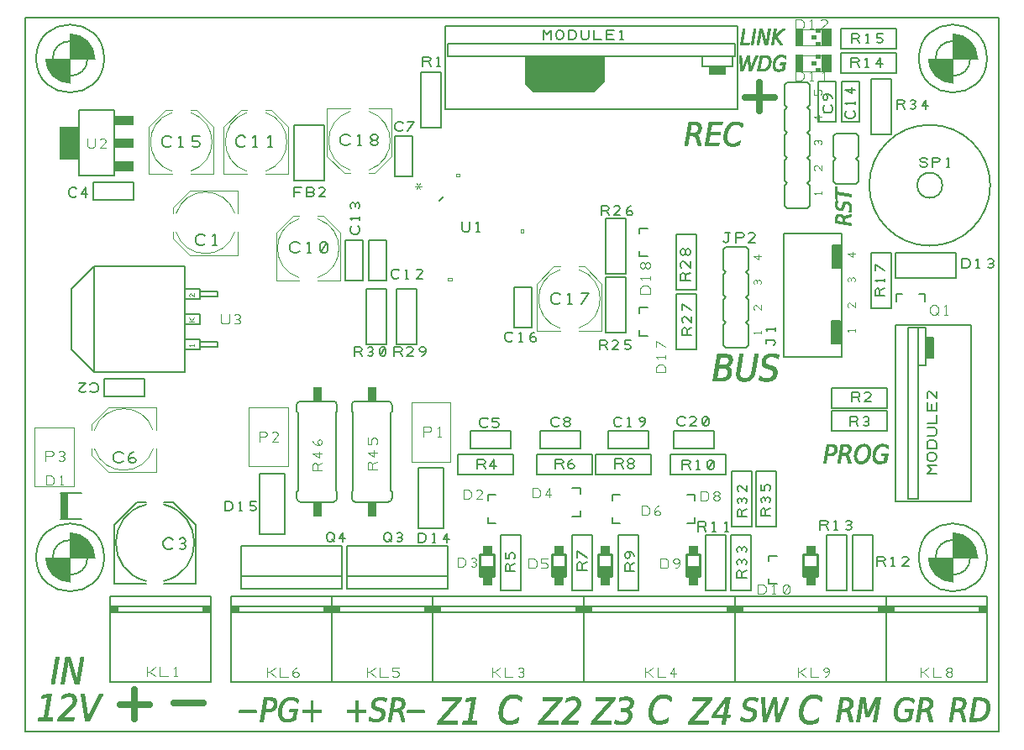
<source format=gbr>
G04 DesignSpark PCB Gerber Version 11.0 Build 5877*
G04 #@! TF.Part,Single*
G04 #@! TF.FileFunction,Legend,Top*
G04 #@! TF.FilePolarity,Positive*
%FSLAX35Y35*%
%MOIN*%
%ADD12C,0.00100*%
%ADD19C,0.00192*%
%ADD17C,0.00300*%
%ADD13C,0.00400*%
%ADD16C,0.00468*%
%ADD10C,0.00500*%
%ADD15C,0.00600*%
%ADD14C,0.00800*%
%ADD18C,0.01000*%
%ADD11C,0.02500*%
G04 #@! TD.AperFunction*
X0Y0D02*
D02*
D10*
X250Y400D02*
X386650D01*
Y283600D01*
X250D01*
Y400D01*
X20775Y213163D02*
X20463Y212850D01*
X19837Y212537D01*
X18900D01*
X18275Y212850D01*
X17963Y213163D01*
X17650Y213787D01*
Y215037D01*
X17963Y215663D01*
X18275Y215975D01*
X18900Y216287D01*
X19837D01*
X20463Y215975D01*
X20775Y215663D01*
X24213Y212537D02*
Y216287D01*
X22650Y213787D01*
X25150D01*
X27650Y143100D02*
X18650Y152100D01*
Y176100D01*
X27650Y185100D01*
X26125Y138037D02*
X26437Y138350D01*
X27063Y138663D01*
X28000D01*
X28625Y138350D01*
X28937Y138037D01*
X29250Y137413D01*
Y136163D01*
X28937Y135537D01*
X28625Y135225D01*
X28000Y134913D01*
X27063D01*
X26437Y135225D01*
X26125Y135537D01*
X21750Y138663D02*
X24250D01*
X22063Y136475D01*
X21750Y135850D01*
X22063Y135225D01*
X22687Y134913D01*
X23625D01*
X24250Y135225D01*
X34050Y47700D02*
X73550D01*
X34550D02*
X37050D01*
Y49700D01*
X34550D01*
Y47700D01*
G36*
X34550Y47700D02*
X37050D01*
Y49700D01*
X34550D01*
Y47700D01*
G37*
X39200Y107675D02*
X38825Y107300D01*
X38075Y106925D01*
X36950D01*
X36200Y107300D01*
X35825Y107675D01*
X35450Y108425D01*
Y109925D01*
X35825Y110675D01*
X36200Y111050D01*
X36950Y111425D01*
X38075D01*
X38825Y111050D01*
X39200Y110675D01*
X41450Y108050D02*
X41825Y108800D01*
X42575Y109175D01*
X43325D01*
X44075Y108800D01*
X44450Y108050D01*
X44075Y107300D01*
X43325Y106925D01*
X42575D01*
X41825Y107300D01*
X41450Y108050D01*
Y109175D01*
X41825Y110300D01*
X42575Y111050D01*
X43325Y111425D01*
X43350Y218300D02*
X27350D01*
Y211300D01*
X43350D01*
Y218300D01*
X47550Y140300D02*
X31550D01*
Y133300D01*
X47550D01*
Y140300D01*
X58400Y232975D02*
X58025Y232600D01*
X57275Y232225D01*
X56150D01*
X55400Y232600D01*
X55025Y232975D01*
X54650Y233725D01*
Y235225D01*
X55025Y235975D01*
X55400Y236350D01*
X56150Y236725D01*
X57275D01*
X58025Y236350D01*
X58400Y235975D01*
X61400Y232225D02*
X62900D01*
X62150D02*
Y236725D01*
X61400Y235975D01*
X66650Y232600D02*
X67400Y232225D01*
X68525D01*
X69275Y232600D01*
X69650Y233350D01*
Y233725D01*
X69275Y234475D01*
X68525Y234850D01*
X66650D01*
Y236725D01*
X69650D01*
X58900Y73475D02*
X58525Y73100D01*
X57775Y72725D01*
X56650D01*
X55900Y73100D01*
X55525Y73475D01*
X55150Y74225D01*
Y75725D01*
X55525Y76475D01*
X55900Y76850D01*
X56650Y77225D01*
X57775D01*
X58525Y76850D01*
X58900Y76475D01*
X61525Y73100D02*
X62275Y72725D01*
X63025D01*
X63775Y73100D01*
X64150Y73850D01*
X63775Y74600D01*
X63025Y74975D01*
X62275D01*
X63025D02*
X63775Y75350D01*
X64150Y76100D01*
X63775Y76850D01*
X63025Y77225D01*
X62275D01*
X61525Y76850D01*
X63650Y152100D02*
X69650D01*
Y156100D01*
X63650D01*
Y162100D02*
X69650D01*
Y166100D01*
X63650D01*
Y172100D02*
X69650D01*
Y176100D01*
X63650D01*
Y185100D02*
X27650D01*
Y143100D01*
X63650D01*
Y185100D01*
X71800Y194075D02*
X71425Y193700D01*
X70675Y193325D01*
X69550D01*
X68800Y193700D01*
X68425Y194075D01*
X68050Y194825D01*
Y196325D01*
X68425Y197075D01*
X68800Y197450D01*
X69550Y197825D01*
X70675D01*
X71425Y197450D01*
X71800Y197075D01*
X74800Y193325D02*
X76300D01*
X75550D02*
Y197825D01*
X74800Y197075D01*
X69650Y153100D02*
X76650D01*
Y155100D01*
X69650D01*
Y173100D02*
X76650D01*
Y175100D01*
X69650D01*
X71050Y47700D02*
X73550D01*
Y49700D01*
X71050D01*
Y47700D01*
G36*
X71050Y47700D02*
X73550D01*
Y49700D01*
X71050D01*
Y47700D01*
G37*
X79550Y87937D02*
Y91687D01*
X81425D01*
X82050Y91375D01*
X82363Y91063D01*
X82675Y90437D01*
Y89187D01*
X82363Y88563D01*
X82050Y88250D01*
X81425Y87937D01*
X79550D01*
X85175D02*
X86425D01*
X85800D02*
Y91687D01*
X85175Y91063D01*
X89550Y88250D02*
X90175Y87937D01*
X91113D01*
X91737Y88250D01*
X92050Y88875D01*
Y89187D01*
X91737Y89813D01*
X91113Y90125D01*
X89550D01*
Y91687D01*
X92050D01*
X81850Y47700D02*
X121350D01*
X82350D02*
X84850D01*
Y49700D01*
X82350D01*
Y47700D01*
G36*
X82350Y47700D02*
X84850D01*
Y49700D01*
X82350D01*
Y47700D01*
G37*
X87800Y233175D02*
X87425Y232800D01*
X86675Y232425D01*
X85550D01*
X84800Y232800D01*
X84425Y233175D01*
X84050Y233925D01*
Y235425D01*
X84425Y236175D01*
X84800Y236550D01*
X85550Y236925D01*
X86675D01*
X87425Y236550D01*
X87800Y236175D01*
X90800Y232425D02*
X92300D01*
X91550D02*
Y236925D01*
X90800Y236175D01*
X96800Y232425D02*
X98300D01*
X97550D02*
Y236925D01*
X96800Y236175D01*
X91950Y8700D02*
Y8100D01*
X85450D01*
Y8700D01*
X91950D01*
G36*
X91950Y8700D02*
Y8100D01*
X85450D01*
Y8700D01*
X91950D01*
G37*
X93250Y102600D02*
Y78600D01*
X103250D01*
Y102600D01*
X93250D01*
X109200Y190975D02*
X108825Y190600D01*
X108075Y190225D01*
X106950D01*
X106200Y190600D01*
X105825Y190975D01*
X105450Y191725D01*
Y193225D01*
X105825Y193975D01*
X106200Y194350D01*
X106950Y194725D01*
X108075D01*
X108825Y194350D01*
X109200Y193975D01*
X112200Y190225D02*
X113700D01*
X112950D02*
Y194725D01*
X112200Y193975D01*
X117825Y190600D02*
X118575Y190225D01*
X119325D01*
X120075Y190600D01*
X120450Y191350D01*
Y193600D01*
X120075Y194350D01*
X119325Y194725D01*
X118575D01*
X117825Y194350D01*
X117450Y193600D01*
Y191350D01*
X117825Y190600D01*
X120075Y194350D01*
X106850Y212637D02*
Y216387D01*
X109975D01*
X109350Y214513D02*
X106850D01*
X114037D02*
X114663Y214200D01*
X114975Y213575D01*
X114663Y212950D01*
X114037Y212637D01*
X111850D01*
Y216387D01*
X114037D01*
X114663Y216075D01*
X114975Y215450D01*
X114663Y214825D01*
X114037Y214513D01*
X111850D01*
X119350Y212637D02*
X116850D01*
X119037Y214825D01*
X119350Y215450D01*
X119037Y216075D01*
X118413Y216387D01*
X117475D01*
X116850Y216075D01*
X107050Y241200D02*
Y219200D01*
X119050D01*
Y241200D01*
X107050D01*
X118850Y47700D02*
X121350D01*
Y49700D01*
X118850D01*
Y47700D01*
G36*
X118850Y47700D02*
X121350D01*
Y49700D01*
X118850D01*
Y47700D01*
G37*
X119850Y76987D02*
Y78237D01*
X120163Y78863D01*
X120475Y79175D01*
X121100Y79487D01*
X121725D01*
X122350Y79175D01*
X122663Y78863D01*
X122975Y78237D01*
Y76987D01*
X122663Y76363D01*
X122350Y76050D01*
X121725Y75737D01*
X121100D01*
X120475Y76050D01*
X120163Y76363D01*
X119850Y76987D01*
X122037Y76675D02*
X122975Y75737D01*
X126413D02*
Y79487D01*
X124850Y76987D01*
X127350D01*
X121850Y47700D02*
X161350D01*
X122350D02*
X124850D01*
Y49700D01*
X122350D01*
Y47700D01*
G36*
X122350Y47700D02*
X124850D01*
Y49700D01*
X122350D01*
Y47700D01*
G37*
X129200Y233675D02*
X128825Y233300D01*
X128075Y232925D01*
X126950D01*
X126200Y233300D01*
X125825Y233675D01*
X125450Y234425D01*
Y235925D01*
X125825Y236675D01*
X126200Y237050D01*
X126950Y237425D01*
X128075D01*
X128825Y237050D01*
X129200Y236675D01*
X132200Y232925D02*
X133700D01*
X132950D02*
Y237425D01*
X132200Y236675D01*
X138575Y235175D02*
X139325D01*
X140075Y235550D01*
X140450Y236300D01*
X140075Y237050D01*
X139325Y237425D01*
X138575D01*
X137825Y237050D01*
X137450Y236300D01*
X137825Y235550D01*
X138575Y235175D01*
X137825Y234800D01*
X137450Y234050D01*
X137825Y233300D01*
X138575Y232925D01*
X139325D01*
X140075Y233300D01*
X140450Y234050D01*
X140075Y234800D01*
X139325Y235175D01*
X125850Y57100D02*
Y74100D01*
X85850D01*
Y57100D01*
X125850D01*
Y62100D02*
X85850D01*
X130950Y149337D02*
Y153087D01*
X133137D01*
X133763Y152775D01*
X134075Y152150D01*
X133763Y151525D01*
X133137Y151213D01*
X130950D01*
X133137D02*
X134075Y149337D01*
X136263Y149650D02*
X136887Y149337D01*
X137513D01*
X138137Y149650D01*
X138450Y150275D01*
X138137Y150900D01*
X137513Y151213D01*
X136887D01*
X137513D02*
X138137Y151525D01*
X138450Y152150D01*
X138137Y152775D01*
X137513Y153087D01*
X136887D01*
X136263Y152775D01*
X141263Y149650D02*
X141887Y149337D01*
X142513D01*
X143137Y149650D01*
X143450Y150275D01*
Y152150D01*
X143137Y152775D01*
X142513Y153087D01*
X141887D01*
X141263Y152775D01*
X140950Y152150D01*
Y150275D01*
X141263Y149650D01*
X143137Y152775D01*
X132487Y200925D02*
X132800Y200613D01*
X133113Y199987D01*
Y199050D01*
X132800Y198425D01*
X132487Y198113D01*
X131863Y197800D01*
X130613D01*
X129987Y198113D01*
X129675Y198425D01*
X129363Y199050D01*
Y199987D01*
X129675Y200613D01*
X129987Y200925D01*
X133113Y203425D02*
Y204675D01*
Y204050D02*
X129363D01*
X129987Y203425D01*
X132800Y208113D02*
X133113Y208737D01*
Y209363D01*
X132800Y209987D01*
X132175Y210300D01*
X131550Y209987D01*
X131237Y209363D01*
Y208737D01*
Y209363D02*
X130925Y209987D01*
X130300Y210300D01*
X129675Y209987D01*
X129363Y209363D01*
Y208737D01*
X129675Y208113D01*
X134450Y179400D02*
Y195400D01*
X127450D01*
Y179400D01*
X134450D01*
X135750Y175900D02*
Y153900D01*
X143750D01*
Y175900D01*
X135750D01*
X142550Y76887D02*
Y78137D01*
X142863Y78763D01*
X143175Y79075D01*
X143800Y79387D01*
X144425D01*
X145050Y79075D01*
X145363Y78763D01*
X145675Y78137D01*
Y76887D01*
X145363Y76263D01*
X145050Y75950D01*
X144425Y75637D01*
X143800D01*
X143175Y75950D01*
X142863Y76263D01*
X142550Y76887D01*
X144737Y76575D02*
X145675Y75637D01*
X147863Y75950D02*
X148487Y75637D01*
X149113D01*
X149737Y75950D01*
X150050Y76575D01*
X149737Y77200D01*
X149113Y77513D01*
X148487D01*
X149113D02*
X149737Y77825D01*
X150050Y78450D01*
X149737Y79075D01*
X149113Y79387D01*
X148487D01*
X147863Y79075D01*
X143750Y179400D02*
Y195400D01*
X136750D01*
Y179400D01*
X143750D01*
X148675Y180763D02*
X148363Y180450D01*
X147737Y180137D01*
X146800D01*
X146175Y180450D01*
X145863Y180763D01*
X145550Y181387D01*
Y182637D01*
X145863Y183263D01*
X146175Y183575D01*
X146800Y183887D01*
X147737D01*
X148363Y183575D01*
X148675Y183263D01*
X151175Y180137D02*
X152425D01*
X151800D02*
Y183887D01*
X151175Y183263D01*
X158050Y180137D02*
X155550D01*
X157737Y182325D01*
X158050Y182950D01*
X157737Y183575D01*
X157113Y183887D01*
X156175D01*
X155550Y183575D01*
X146750Y149337D02*
Y153087D01*
X148937D01*
X149563Y152775D01*
X149875Y152150D01*
X149563Y151525D01*
X148937Y151213D01*
X146750D01*
X148937D02*
X149875Y149337D01*
X154250D02*
X151750D01*
X153937Y151525D01*
X154250Y152150D01*
X153937Y152775D01*
X153313Y153087D01*
X152375D01*
X151750Y152775D01*
X157687Y149337D02*
X158313Y149650D01*
X158937Y150275D01*
X159250Y151213D01*
Y152150D01*
X158937Y152775D01*
X158313Y153087D01*
X157687D01*
X157063Y152775D01*
X156750Y152150D01*
X157063Y151525D01*
X157687Y151213D01*
X158313D01*
X158937Y151525D01*
X159250Y152150D01*
X146850Y236800D02*
Y220800D01*
X153850D01*
Y236800D01*
X146850D01*
X150275Y239263D02*
X149963Y238950D01*
X149337Y238637D01*
X148400D01*
X147775Y238950D01*
X147463Y239263D01*
X147150Y239887D01*
Y241137D01*
X147463Y241763D01*
X147775Y242075D01*
X148400Y242387D01*
X149337D01*
X149963Y242075D01*
X150275Y241763D01*
X152150Y238637D02*
X154650Y242387D01*
X152150D01*
X147750Y175900D02*
Y153900D01*
X155750D01*
Y175900D01*
X147750D01*
X156250Y75437D02*
Y79187D01*
X158125D01*
X158750Y78875D01*
X159063Y78563D01*
X159375Y77937D01*
Y76687D01*
X159063Y76063D01*
X158750Y75750D01*
X158125Y75437D01*
X156250D01*
X161875D02*
X163125D01*
X162500D02*
Y79187D01*
X161875Y78563D01*
X167813Y75437D02*
Y79187D01*
X166250Y76687D01*
X168750D01*
X156450Y104900D02*
Y80900D01*
X166450D01*
Y104900D01*
X156450D01*
X157450Y261900D02*
Y239900D01*
X165450D01*
Y261900D01*
X157450D01*
X158150Y264437D02*
Y268187D01*
X160337D01*
X160963Y267875D01*
X161275Y267250D01*
X160963Y266625D01*
X160337Y266313D01*
X158150D01*
X160337D02*
X161275Y264437D01*
X163775D02*
X165025D01*
X164400D02*
Y268187D01*
X163775Y267563D01*
X158550Y7900D02*
Y8700D01*
X152050D01*
Y7900D01*
X158550D01*
G36*
X158550Y7900D02*
Y8700D01*
X152050D01*
Y7900D01*
X158550D01*
G37*
X158850Y47700D02*
X161350D01*
Y49700D01*
X158850D01*
Y47700D01*
G36*
X158850Y47700D02*
X161350D01*
Y49700D01*
X158850D01*
Y47700D01*
G37*
X162350D02*
X221350D01*
X162350D02*
X164850D01*
Y49700D01*
X162350D01*
Y47700D01*
G36*
X162350Y47700D02*
X164850D01*
Y49700D01*
X162350D01*
Y47700D01*
G37*
X167950Y57100D02*
Y74100D01*
X127950D01*
Y57100D01*
X167950D01*
Y62100D02*
X127950D01*
X172050Y102500D02*
X194050D01*
Y110500D01*
X172050D01*
Y102500D01*
X173650Y202587D02*
Y199775D01*
X173963Y199150D01*
X174587Y198837D01*
X175837D01*
X176463Y199150D01*
X176775Y199775D01*
Y202587D01*
X179275Y198837D02*
X180525D01*
X179900D02*
Y202587D01*
X179275Y201963D01*
X179750Y104637D02*
Y108387D01*
X181937D01*
X182563Y108075D01*
X182875Y107450D01*
X182563Y106825D01*
X181937Y106513D01*
X179750D01*
X181937D02*
X182875Y104637D01*
X186313D02*
Y108387D01*
X184750Y105887D01*
X187250D01*
X183875Y121763D02*
X183563Y121450D01*
X182937Y121137D01*
X182000D01*
X181375Y121450D01*
X181063Y121763D01*
X180750Y122387D01*
Y123637D01*
X181063Y124263D01*
X181375Y124575D01*
X182000Y124887D01*
X182937D01*
X183563Y124575D01*
X183875Y124263D01*
X185750Y121450D02*
X186375Y121137D01*
X187313D01*
X187937Y121450D01*
X188250Y122075D01*
Y122387D01*
X187937Y123013D01*
X187313Y123325D01*
X185750D01*
Y124887D01*
X188250D01*
X193775Y155763D02*
X193463Y155450D01*
X192837Y155137D01*
X191900D01*
X191275Y155450D01*
X190963Y155763D01*
X190650Y156387D01*
Y157637D01*
X190963Y158263D01*
X191275Y158575D01*
X191900Y158887D01*
X192837D01*
X193463Y158575D01*
X193775Y158263D01*
X196275Y155137D02*
X197525D01*
X196900D02*
Y158887D01*
X196275Y158263D01*
X200650Y156075D02*
X200963Y156700D01*
X201587Y157013D01*
X202213D01*
X202837Y156700D01*
X203150Y156075D01*
X202837Y155450D01*
X202213Y155137D01*
X201587D01*
X200963Y155450D01*
X200650Y156075D01*
Y157013D01*
X200963Y157950D01*
X201587Y158575D01*
X202213Y158887D01*
X192950Y119700D02*
X176950D01*
Y112700D01*
X192950D01*
Y119700D01*
X194613Y63900D02*
X190863D01*
Y66087D01*
X191175Y66713D01*
X191800Y67025D01*
X192425Y66713D01*
X192737Y66087D01*
Y63900D01*
Y66087D02*
X194613Y67025D01*
X194300Y68900D02*
X194613Y69525D01*
Y70463D01*
X194300Y71087D01*
X193675Y71400D01*
X193363D01*
X192737Y71087D01*
X192425Y70463D01*
Y68900D01*
X190863D01*
Y71400D01*
X196850Y56500D02*
Y78500D01*
X188850D01*
Y56500D01*
X196850D01*
X201250Y160700D02*
Y176700D01*
X194250D01*
Y160700D01*
X201250D01*
X204550Y112700D02*
X220550D01*
Y119700D01*
X204550D01*
Y112700D01*
X205850Y275037D02*
Y278787D01*
X207413Y276913D01*
X208975Y278787D01*
Y275037D01*
X210850Y276287D02*
Y277537D01*
X211163Y278163D01*
X211475Y278475D01*
X212100Y278787D01*
X212725D01*
X213350Y278475D01*
X213663Y278163D01*
X213975Y277537D01*
Y276287D01*
X213663Y275663D01*
X213350Y275350D01*
X212725Y275037D01*
X212100D01*
X211475Y275350D01*
X211163Y275663D01*
X210850Y276287D01*
X215850Y275037D02*
Y278787D01*
X217725D01*
X218350Y278475D01*
X218663Y278163D01*
X218975Y277537D01*
Y276287D01*
X218663Y275663D01*
X218350Y275350D01*
X217725Y275037D01*
X215850D01*
X220850Y278787D02*
Y275975D01*
X221163Y275350D01*
X221787Y275037D01*
X223037D01*
X223663Y275350D01*
X223975Y275975D01*
Y278787D01*
X225850D02*
Y275037D01*
X228975D01*
X230850D02*
Y278787D01*
X233975D01*
X233350Y276913D02*
X230850D01*
Y275037D02*
X233975D01*
X236475D02*
X237725D01*
X237100D02*
Y278787D01*
X236475Y278163D01*
X212700Y170675D02*
X212325Y170300D01*
X211575Y169925D01*
X210450D01*
X209700Y170300D01*
X209325Y170675D01*
X208950Y171425D01*
Y172925D01*
X209325Y173675D01*
X209700Y174050D01*
X210450Y174425D01*
X211575D01*
X212325Y174050D01*
X212700Y173675D01*
X215700Y169925D02*
X217200D01*
X216450D02*
Y174425D01*
X215700Y173675D01*
X220950Y169925D02*
X223950Y174425D01*
X220950D01*
X212175Y122063D02*
X211863Y121750D01*
X211237Y121437D01*
X210300D01*
X209675Y121750D01*
X209363Y122063D01*
X209050Y122687D01*
Y123937D01*
X209363Y124563D01*
X209675Y124875D01*
X210300Y125187D01*
X211237D01*
X211863Y124875D01*
X212175Y124563D01*
X214987Y123313D02*
X215613D01*
X216237Y123625D01*
X216550Y124250D01*
X216237Y124875D01*
X215613Y125187D01*
X214987D01*
X214363Y124875D01*
X214050Y124250D01*
X214363Y123625D01*
X214987Y123313D01*
X214363Y123000D01*
X214050Y122375D01*
X214363Y121750D01*
X214987Y121437D01*
X215613D01*
X216237Y121750D01*
X216550Y122375D01*
X216237Y123000D01*
X215613Y123313D01*
X210750Y104737D02*
Y108487D01*
X212937D01*
X213563Y108175D01*
X213875Y107550D01*
X213563Y106925D01*
X212937Y106613D01*
X210750D01*
X212937D02*
X213875Y104737D01*
X215750Y105675D02*
X216063Y106300D01*
X216687Y106613D01*
X217313D01*
X217937Y106300D01*
X218250Y105675D01*
X217937Y105050D01*
X217313Y104737D01*
X216687D01*
X216063Y105050D01*
X215750Y105675D01*
Y106613D01*
X216063Y107550D01*
X216687Y108175D01*
X217313Y108487D01*
X218850Y47700D02*
X221350D01*
Y49700D01*
X218850D01*
Y47700D01*
G36*
X218850Y47700D02*
X221350D01*
Y49700D01*
X218850D01*
Y47700D01*
G37*
X222350D02*
X281350D01*
X222350D02*
X224850D01*
Y49700D01*
X222350D01*
Y47700D01*
G36*
X222350Y47700D02*
X224850D01*
Y49700D01*
X222350D01*
Y47700D01*
G37*
X223213Y64500D02*
X219463D01*
Y66687D01*
X219775Y67313D01*
X220400Y67625D01*
X221025Y67313D01*
X221337Y66687D01*
Y64500D01*
Y66687D02*
X223213Y67625D01*
Y69500D02*
X219463Y72000D01*
Y69500D01*
X225350Y56500D02*
Y78500D01*
X217350D01*
Y56500D01*
X225350D01*
Y110500D02*
X203350D01*
Y102500D01*
X225350D01*
Y110500D01*
X226650Y102500D02*
X248650D01*
Y110500D01*
X226650D01*
Y102500D01*
X228250Y151937D02*
Y155687D01*
X230437D01*
X231063Y155375D01*
X231375Y154750D01*
X231063Y154125D01*
X230437Y153813D01*
X228250D01*
X230437D02*
X231375Y151937D01*
X235750D02*
X233250D01*
X235437Y154125D01*
X235750Y154750D01*
X235437Y155375D01*
X234813Y155687D01*
X233875D01*
X233250Y155375D01*
X238250Y152250D02*
X238875Y151937D01*
X239813D01*
X240437Y152250D01*
X240750Y152875D01*
Y153187D01*
X240437Y153813D01*
X239813Y154125D01*
X238250D01*
Y155687D01*
X240750D01*
X228950Y205237D02*
Y208987D01*
X231137D01*
X231763Y208675D01*
X232075Y208050D01*
X231763Y207425D01*
X231137Y207113D01*
X228950D01*
X231137D02*
X232075Y205237D01*
X236450D02*
X233950D01*
X236137Y207425D01*
X236450Y208050D01*
X236137Y208675D01*
X235513Y208987D01*
X234575D01*
X233950Y208675D01*
X238950Y206175D02*
X239263Y206800D01*
X239887Y207113D01*
X240513D01*
X241137Y206800D01*
X241450Y206175D01*
X241137Y205550D01*
X240513Y205237D01*
X239887D01*
X239263Y205550D01*
X238950Y206175D01*
Y207113D01*
X239263Y208050D01*
X239887Y208675D01*
X240513Y208987D01*
X229950Y268300D02*
X198950D01*
Y257300D01*
X201950Y254300D01*
X225950D01*
X229950Y258300D01*
Y268300D01*
G36*
X229950Y268300D02*
X198950D01*
Y257300D01*
X201950Y254300D01*
X225950D01*
X229950Y258300D01*
Y268300D01*
G37*
X230650Y203900D02*
Y181900D01*
X238650D01*
Y203900D01*
X230650D01*
X236975Y122063D02*
X236663Y121750D01*
X236037Y121437D01*
X235100D01*
X234475Y121750D01*
X234163Y122063D01*
X233850Y122687D01*
Y123937D01*
X234163Y124563D01*
X234475Y124875D01*
X235100Y125187D01*
X236037D01*
X236663Y124875D01*
X236975Y124563D01*
X239475Y121437D02*
X240725D01*
X240100D02*
Y125187D01*
X239475Y124563D01*
X244787Y121437D02*
X245413Y121750D01*
X246037Y122375D01*
X246350Y123313D01*
Y124250D01*
X246037Y124875D01*
X245413Y125187D01*
X244787D01*
X244163Y124875D01*
X243850Y124250D01*
X244163Y123625D01*
X244787Y123313D01*
X245413D01*
X246037Y123625D01*
X246350Y124250D01*
X234450Y104837D02*
Y108587D01*
X236637D01*
X237263Y108275D01*
X237575Y107650D01*
X237263Y107025D01*
X236637Y106713D01*
X234450D01*
X236637D02*
X237575Y104837D01*
X240387Y106713D02*
X241013D01*
X241637Y107025D01*
X241950Y107650D01*
X241637Y108275D01*
X241013Y108587D01*
X240387D01*
X239763Y108275D01*
X239450Y107650D01*
X239763Y107025D01*
X240387Y106713D01*
X239763Y106400D01*
X239450Y105775D01*
X239763Y105150D01*
X240387Y104837D01*
X241013D01*
X241637Y105150D01*
X241950Y105775D01*
X241637Y106400D01*
X241013Y106713D01*
X238650Y158700D02*
Y180700D01*
X230650D01*
Y158700D01*
X238650D01*
X242113Y64100D02*
X238363D01*
Y66287D01*
X238675Y66913D01*
X239300Y67225D01*
X239925Y66913D01*
X240237Y66287D01*
Y64100D01*
Y66287D02*
X242113Y67225D01*
Y70037D02*
X241800Y70663D01*
X241175Y71287D01*
X240237Y71600D01*
X239300D01*
X238675Y71287D01*
X238363Y70663D01*
Y70037D01*
X238675Y69413D01*
X239300Y69100D01*
X239925Y69413D01*
X240237Y70037D01*
Y70663D01*
X239925Y71287D01*
X239300Y71600D01*
X243750Y56500D02*
Y78500D01*
X235750D01*
Y56500D01*
X243750D01*
X247750Y119700D02*
X231750D01*
Y112700D01*
X247750D01*
Y119700D01*
X257550Y112700D02*
X273550D01*
Y119700D01*
X257550D01*
Y112700D01*
X258650Y197700D02*
Y175700D01*
X266650D01*
Y197700D01*
X258650D01*
X262275Y122263D02*
X261963Y121950D01*
X261337Y121637D01*
X260400D01*
X259775Y121950D01*
X259463Y122263D01*
X259150Y122887D01*
Y124137D01*
X259463Y124763D01*
X259775Y125075D01*
X260400Y125387D01*
X261337D01*
X261963Y125075D01*
X262275Y124763D01*
X266650Y121637D02*
X264150D01*
X266337Y123825D01*
X266650Y124450D01*
X266337Y125075D01*
X265713Y125387D01*
X264775D01*
X264150Y125075D01*
X269463Y121950D02*
X270087Y121637D01*
X270713D01*
X271337Y121950D01*
X271650Y122575D01*
Y124450D01*
X271337Y125075D01*
X270713Y125387D01*
X270087D01*
X269463Y125075D01*
X269150Y124450D01*
Y122575D01*
X269463Y121950D01*
X271337Y125075D01*
X261050Y104437D02*
Y108187D01*
X263237D01*
X263863Y107875D01*
X264175Y107250D01*
X263863Y106625D01*
X263237Y106313D01*
X261050D01*
X263237D02*
X264175Y104437D01*
X266675D02*
X267925D01*
X267300D02*
Y108187D01*
X266675Y107563D01*
X271363Y104750D02*
X271987Y104437D01*
X272613D01*
X273237Y104750D01*
X273550Y105375D01*
Y107250D01*
X273237Y107875D01*
X272613Y108187D01*
X271987D01*
X271363Y107875D01*
X271050Y107250D01*
Y105375D01*
X271363Y104750D01*
X273237Y107875D01*
X264213Y179400D02*
X260463D01*
Y181587D01*
X260775Y182213D01*
X261400Y182525D01*
X262025Y182213D01*
X262337Y181587D01*
Y179400D01*
Y181587D02*
X264213Y182525D01*
Y186900D02*
Y184400D01*
X262025Y186587D01*
X261400Y186900D01*
X260775Y186587D01*
X260463Y185963D01*
Y185025D01*
X260775Y184400D01*
X262337Y190337D02*
Y190963D01*
X262025Y191587D01*
X261400Y191900D01*
X260775Y191587D01*
X260463Y190963D01*
Y190337D01*
X260775Y189713D01*
X261400Y189400D01*
X262025Y189713D01*
X262337Y190337D01*
X262650Y189713D01*
X263275Y189400D01*
X263900Y189713D01*
X264213Y190337D01*
Y190963D01*
X263900Y191587D01*
X263275Y191900D01*
X262650Y191587D01*
X262337Y190963D01*
X264713Y157700D02*
X260963D01*
Y159887D01*
X261275Y160513D01*
X261900Y160825D01*
X262525Y160513D01*
X262837Y159887D01*
Y157700D01*
Y159887D02*
X264713Y160825D01*
Y165200D02*
Y162700D01*
X262525Y164887D01*
X261900Y165200D01*
X261275Y164887D01*
X260963Y164263D01*
Y163325D01*
X261275Y162700D01*
X264713Y167700D02*
X260963Y170200D01*
Y167700D01*
X266650Y152200D02*
Y174200D01*
X258650D01*
Y152200D01*
X266650D01*
X267350Y79837D02*
Y83587D01*
X269537D01*
X270163Y83275D01*
X270475Y82650D01*
X270163Y82025D01*
X269537Y81713D01*
X267350D01*
X269537D02*
X270475Y79837D01*
X272975D02*
X274225D01*
X273600D02*
Y83587D01*
X272975Y82963D01*
X277975Y79837D02*
X279225D01*
X278600D02*
Y83587D01*
X277975Y82963D01*
X277450Y195163D02*
X277763Y194850D01*
X278387Y194537D01*
X279013Y194850D01*
X279325Y195163D01*
Y198287D01*
X279950D01*
X279325D02*
X278075D01*
X282450Y194537D02*
Y198287D01*
X284637D01*
X285263Y197975D01*
X285575Y197350D01*
X285263Y196725D01*
X284637Y196413D01*
X282450D01*
X289950Y194537D02*
X287450D01*
X289637Y196725D01*
X289950Y197350D01*
X289637Y197975D01*
X289013Y198287D01*
X288075D01*
X287450Y197975D01*
X277950Y264300D02*
X271950D01*
Y261300D01*
X277950D01*
Y264300D01*
G36*
X277950Y264300D02*
X271950D01*
Y261300D01*
X277950D01*
Y264300D01*
G37*
X278250Y56500D02*
Y78500D01*
X270250D01*
Y56500D01*
X278250D01*
Y110500D02*
X256250D01*
Y102500D01*
X278250D01*
Y110500D01*
X278850Y47700D02*
X281350D01*
Y49700D01*
X278850D01*
Y47700D01*
G36*
X278850Y47700D02*
X281350D01*
Y49700D01*
X278850D01*
Y47700D01*
G37*
X280450Y78500D02*
Y56500D01*
X288450D01*
Y78500D01*
X280450D01*
X280550Y103700D02*
Y81700D01*
X288550D01*
Y103700D01*
X280550D01*
X280950Y268300D02*
X268950D01*
Y264300D01*
X280950D01*
Y268300D01*
X281950Y273300D02*
X167950D01*
Y268300D01*
X281950D01*
Y273300D01*
X282350Y47700D02*
X341350D01*
X282350D02*
X284850D01*
Y49700D01*
X282350D01*
Y47700D01*
G36*
X282350Y47700D02*
X284850D01*
Y49700D01*
X282350D01*
Y47700D01*
G37*
X282950Y280300D02*
X166950D01*
Y247300D01*
X282950D01*
Y280300D01*
X286513Y61300D02*
X282763D01*
Y63487D01*
X283075Y64113D01*
X283700Y64425D01*
X284325Y64113D01*
X284637Y63487D01*
Y61300D01*
Y63487D02*
X286513Y64425D01*
X286200Y66613D02*
X286513Y67237D01*
Y67863D01*
X286200Y68487D01*
X285575Y68800D01*
X284950Y68487D01*
X284637Y67863D01*
Y67237D01*
Y67863D02*
X284325Y68487D01*
X283700Y68800D01*
X283075Y68487D01*
X282763Y67863D01*
Y67237D01*
X283075Y66613D01*
X286200Y71613D02*
X286513Y72237D01*
Y72863D01*
X286200Y73487D01*
X285575Y73800D01*
X284950Y73487D01*
X284637Y72863D01*
Y72237D01*
Y72863D02*
X284325Y73487D01*
X283700Y73800D01*
X283075Y73487D01*
X282763Y72863D01*
Y72237D01*
X283075Y71613D01*
X286613Y85700D02*
X282863D01*
Y87887D01*
X283175Y88513D01*
X283800Y88825D01*
X284425Y88513D01*
X284737Y87887D01*
Y85700D01*
Y87887D02*
X286613Y88825D01*
X286300Y91013D02*
X286613Y91637D01*
Y92263D01*
X286300Y92887D01*
X285675Y93200D01*
X285050Y92887D01*
X284737Y92263D01*
Y91637D01*
Y92263D02*
X284425Y92887D01*
X283800Y93200D01*
X283175Y92887D01*
X282863Y92263D01*
Y91637D01*
X283175Y91013D01*
X286613Y98200D02*
Y95700D01*
X284425Y97887D01*
X283800Y98200D01*
X283175Y97887D01*
X282863Y97263D01*
Y96325D01*
X283175Y95700D01*
X290450Y103700D02*
Y81700D01*
X298450D01*
Y103700D01*
X290450D01*
X296013Y86000D02*
X292263D01*
Y88187D01*
X292575Y88813D01*
X293200Y89125D01*
X293825Y88813D01*
X294137Y88187D01*
Y86000D01*
Y88187D02*
X296013Y89125D01*
X295700Y91313D02*
X296013Y91937D01*
Y92563D01*
X295700Y93187D01*
X295075Y93500D01*
X294450Y93187D01*
X294137Y92563D01*
Y91937D01*
Y92563D02*
X293825Y93187D01*
X293200Y93500D01*
X292575Y93187D01*
X292263Y92563D01*
Y91937D01*
X292575Y91313D01*
X295700Y96000D02*
X296013Y96625D01*
Y97563D01*
X295700Y98187D01*
X295075Y98500D01*
X294763D01*
X294137Y98187D01*
X293825Y97563D01*
Y96000D01*
X292263D01*
Y98500D01*
X297287Y153700D02*
X297600Y154013D01*
X297913Y154637D01*
X297600Y155263D01*
X297287Y155575D01*
X294163D01*
Y156200D01*
Y155575D02*
Y154325D01*
X297913Y159325D02*
Y160575D01*
Y159950D02*
X294163D01*
X294787Y159325D01*
X315750Y80437D02*
Y84187D01*
X317937D01*
X318563Y83875D01*
X318875Y83250D01*
X318563Y82625D01*
X317937Y82313D01*
X315750D01*
X317937D02*
X318875Y80437D01*
X321375D02*
X322625D01*
X322000D02*
Y84187D01*
X321375Y83563D01*
X326063Y80750D02*
X326687Y80437D01*
X327313D01*
X327937Y80750D01*
X328250Y81375D01*
X327937Y82000D01*
X327313Y82313D01*
X326687D01*
X327313D02*
X327937Y82625D01*
X328250Y83250D01*
X327937Y83875D01*
X327313Y84187D01*
X326687D01*
X326063Y83875D01*
X320250Y119800D02*
X342250D01*
Y127800D01*
X320250D01*
Y119800D01*
X320350Y128700D02*
X342350D01*
Y136700D01*
X320350D01*
Y128700D01*
X319987Y249025D02*
X320300Y248713D01*
X320613Y248087D01*
Y247150D01*
X320300Y246525D01*
X319987Y246213D01*
X319363Y245900D01*
X318113D01*
X317487Y246213D01*
X317175Y246525D01*
X316863Y247150D01*
Y248087D01*
X317175Y248713D01*
X317487Y249025D01*
X320613Y251837D02*
X320300Y252463D01*
X319675Y253087D01*
X318737Y253400D01*
X317800D01*
X317175Y253087D01*
X316863Y252463D01*
Y251837D01*
X317175Y251213D01*
X317800Y250900D01*
X318425Y251213D01*
X318737Y251837D01*
Y252463D01*
X318425Y253087D01*
X317800Y253400D01*
X322150Y242500D02*
Y258500D01*
X315150D01*
Y242500D01*
X322150D01*
X323750Y154400D02*
Y163400D01*
X320450D01*
Y154400D01*
X323750D01*
G36*
X323750Y154400D02*
Y163400D01*
X320450D01*
Y154400D01*
X323750D01*
G37*
X323850Y184400D02*
Y193400D01*
X320550D01*
Y184400D01*
X323850D01*
G36*
X323850Y184400D02*
Y193400D01*
X320550D01*
Y184400D01*
X323850D01*
G37*
X324350Y258500D02*
Y242500D01*
X331350D01*
Y258500D01*
X324350D01*
X326250Y56500D02*
Y78500D01*
X318250D01*
Y56500D01*
X326250D01*
X327650Y121637D02*
Y125387D01*
X329837D01*
X330463Y125075D01*
X330775Y124450D01*
X330463Y123825D01*
X329837Y123513D01*
X327650D01*
X329837D02*
X330775Y121637D01*
X332963Y121950D02*
X333587Y121637D01*
X334213D01*
X334837Y121950D01*
X335150Y122575D01*
X334837Y123200D01*
X334213Y123513D01*
X333587D01*
X334213D02*
X334837Y123825D01*
X335150Y124450D01*
X334837Y125075D01*
X334213Y125387D01*
X333587D01*
X332963Y125075D01*
X328050Y264037D02*
Y267787D01*
X330237D01*
X330863Y267475D01*
X331175Y266850D01*
X330863Y266225D01*
X330237Y265913D01*
X328050D01*
X330237D02*
X331175Y264037D01*
X333675D02*
X334925D01*
X334300D02*
Y267787D01*
X333675Y267163D01*
X339613Y264037D02*
Y267787D01*
X338050Y265287D01*
X340550D01*
X328250Y273637D02*
Y277387D01*
X330437D01*
X331063Y277075D01*
X331375Y276450D01*
X331063Y275825D01*
X330437Y275513D01*
X328250D01*
X330437D02*
X331375Y273637D01*
X333875D02*
X335125D01*
X334500D02*
Y277387D01*
X333875Y276763D01*
X338250Y273950D02*
X338875Y273637D01*
X339813D01*
X340437Y273950D01*
X340750Y274575D01*
Y274887D01*
X340437Y275513D01*
X339813Y275825D01*
X338250D01*
Y277387D01*
X340750D01*
X328350Y131337D02*
Y135087D01*
X330537D01*
X331163Y134775D01*
X331475Y134150D01*
X331163Y133525D01*
X330537Y133213D01*
X328350D01*
X330537D02*
X331475Y131337D01*
X335850D02*
X333350D01*
X335537Y133525D01*
X335850Y134150D01*
X335537Y134775D01*
X334913Y135087D01*
X333975D01*
X333350Y134775D01*
X328887Y246725D02*
X329200Y246413D01*
X329513Y245787D01*
Y244850D01*
X329200Y244225D01*
X328887Y243913D01*
X328263Y243600D01*
X327013D01*
X326387Y243913D01*
X326075Y244225D01*
X325763Y244850D01*
Y245787D01*
X326075Y246413D01*
X326387Y246725D01*
X329513Y249225D02*
Y250475D01*
Y249850D02*
X325763D01*
X326387Y249225D01*
X329513Y255163D02*
X325763D01*
X328263Y253600D01*
Y256100D01*
X335950Y190500D02*
Y168500D01*
X343950D01*
Y190500D01*
X335950D01*
X336150Y259500D02*
Y237500D01*
X344150D01*
Y259500D01*
X336150D01*
X336750Y56500D02*
Y78500D01*
X328750D01*
Y56500D01*
X336750D01*
X338450Y66037D02*
Y69787D01*
X340637D01*
X341263Y69475D01*
X341575Y68850D01*
X341263Y68225D01*
X340637Y67913D01*
X338450D01*
X340637D02*
X341575Y66037D01*
X344075D02*
X345325D01*
X344700D02*
Y69787D01*
X344075Y69163D01*
X350950Y66037D02*
X348450D01*
X350637Y68225D01*
X350950Y68850D01*
X350637Y69475D01*
X350013Y69787D01*
X349075D01*
X348450Y69475D01*
X338850Y47700D02*
X341350D01*
Y49700D01*
X338850D01*
Y47700D01*
G36*
X338850Y47700D02*
X341350D01*
Y49700D01*
X338850D01*
Y47700D01*
G37*
X341850D02*
X381350D01*
X341313Y173300D02*
X337563D01*
Y175487D01*
X337875Y176113D01*
X338500Y176425D01*
X339125Y176113D01*
X339437Y175487D01*
Y173300D01*
Y175487D02*
X341313Y176425D01*
Y178925D02*
Y180175D01*
Y179550D02*
X337563D01*
X338187Y178925D01*
X341313Y183300D02*
X337563Y185800D01*
Y183300D01*
X342350Y47700D02*
X344850D01*
Y49700D01*
X342350D01*
Y47700D01*
G36*
X342350Y47700D02*
X344850D01*
Y49700D01*
X342350D01*
Y47700D01*
G37*
X345650Y161600D02*
Y91600D01*
X375650D01*
Y161600D01*
X345650D01*
Y180400D02*
X369650D01*
Y190400D01*
X345650D01*
Y180400D01*
X345950Y269700D02*
X323950D01*
Y261700D01*
X345950D01*
Y269700D01*
Y279500D02*
X323950D01*
Y271500D01*
X345950D01*
Y279500D01*
X346250Y247437D02*
Y251187D01*
X348437D01*
X349063Y250875D01*
X349375Y250250D01*
X349063Y249625D01*
X348437Y249313D01*
X346250D01*
X348437D02*
X349375Y247437D01*
X351563Y247750D02*
X352187Y247437D01*
X352813D01*
X353437Y247750D01*
X353750Y248375D01*
X353437Y249000D01*
X352813Y249313D01*
X352187D01*
X352813D02*
X353437Y249625D01*
X353750Y250250D01*
X353437Y250875D01*
X352813Y251187D01*
X352187D01*
X351563Y250875D01*
X357813Y247437D02*
Y251187D01*
X356250Y248687D01*
X358750D01*
X350650Y160600D02*
Y92600D01*
X354650D01*
Y160600D01*
X350650D01*
X354650D02*
Y145600D01*
X357650D01*
Y160600D01*
X354650D01*
X355250Y225375D02*
X355563Y224750D01*
X356187Y224437D01*
X357437D01*
X358063Y224750D01*
X358375Y225375D01*
X358063Y226000D01*
X357437Y226313D01*
X356187D01*
X355563Y226625D01*
X355250Y227250D01*
X355563Y227875D01*
X356187Y228187D01*
X357437D01*
X358063Y227875D01*
X358375Y227250D01*
X360250Y224437D02*
Y228187D01*
X362437D01*
X363063Y227875D01*
X363375Y227250D01*
X363063Y226625D01*
X362437Y226313D01*
X360250D01*
X365875Y224437D02*
X367125D01*
X366500D02*
Y228187D01*
X365875Y227563D01*
X357650Y156600D02*
Y148600D01*
X360650D01*
Y156600D01*
X357650D01*
G36*
X357650Y156600D02*
Y148600D01*
X360650D01*
Y156600D01*
X357650D01*
G37*
X361913Y102800D02*
X358163D01*
X360037Y104363D01*
X358163Y105925D01*
X361913D01*
X360663Y107800D02*
X359413D01*
X358787Y108113D01*
X358475Y108425D01*
X358163Y109050D01*
Y109675D01*
X358475Y110300D01*
X358787Y110613D01*
X359413Y110925D01*
X360663D01*
X361287Y110613D01*
X361600Y110300D01*
X361913Y109675D01*
Y109050D01*
X361600Y108425D01*
X361287Y108113D01*
X360663Y107800D01*
X361913Y112800D02*
X358163D01*
Y114675D01*
X358475Y115300D01*
X358787Y115613D01*
X359413Y115925D01*
X360663D01*
X361287Y115613D01*
X361600Y115300D01*
X361913Y114675D01*
Y112800D01*
X358163Y117800D02*
X360975D01*
X361600Y118113D01*
X361913Y118737D01*
Y119987D01*
X361600Y120613D01*
X360975Y120925D01*
X358163D01*
Y122800D02*
X361913D01*
Y125925D01*
Y127800D02*
X358163D01*
Y130925D01*
X360037Y130300D02*
Y127800D01*
X361913D02*
Y130925D01*
Y135300D02*
Y132800D01*
X359725Y134987D01*
X359100Y135300D01*
X358475Y134987D01*
X358163Y134363D01*
Y133425D01*
X358475Y132800D01*
X372050Y184337D02*
Y188087D01*
X373925D01*
X374550Y187775D01*
X374863Y187463D01*
X375175Y186837D01*
Y185587D01*
X374863Y184963D01*
X374550Y184650D01*
X373925Y184337D01*
X372050D01*
X377675D02*
X378925D01*
X378300D02*
Y188087D01*
X377675Y187463D01*
X382363Y184650D02*
X382987Y184337D01*
X383613D01*
X384237Y184650D01*
X384550Y185275D01*
X384237Y185900D01*
X383613Y186213D01*
X382987D01*
X383613D02*
X384237Y186525D01*
X384550Y187150D01*
X384237Y187775D01*
X383613Y188087D01*
X382987D01*
X382363Y187775D01*
X378850Y47700D02*
X381350D01*
Y49700D01*
X378850D01*
Y47700D01*
G36*
X378850Y47700D02*
X381350D01*
Y49700D01*
X378850D01*
Y47700D01*
G37*
D02*
D11*
X38150Y10900D02*
X49650D01*
X43650Y5400D02*
Y16900D01*
X59350Y11600D02*
X70850D01*
X286150Y252100D02*
X297650D01*
X291650Y246600D02*
Y258100D01*
D02*
D12*
X3943Y97695D02*
Y121105D01*
X19557D01*
Y97695D01*
X3943D01*
X5505Y5957D02*
X7622D01*
X9050Y14150D01*
X6659Y13635D01*
X6883Y14872D01*
X9265Y15387D01*
X10569D01*
X8917Y5957D01*
X11025D01*
X10817Y4745D01*
X5289D01*
X5505Y5957D01*
X19069Y9883D02*
X14926Y5940D01*
X19500D01*
X19276Y4745D01*
X13059D01*
X13274Y5957D01*
X17599Y10074D01*
X17807Y10281D01*
X17998Y10481D01*
X18180Y10672D01*
X18338Y10863D01*
X18487Y11037D01*
X18612Y11211D01*
X18728Y11377D01*
X18828Y11543D01*
X18911Y11701D01*
X18985Y11859D01*
X19052Y12016D01*
X19102Y12182D01*
X19143Y12340D01*
X19168Y12506D01*
X19185Y12672D01*
X19193Y12838D01*
X19185Y13004D01*
X19160Y13162D01*
X19126Y13320D01*
X19077Y13461D01*
X19019Y13602D01*
X18944Y13726D01*
X18853Y13851D01*
X18753Y13959D01*
X18637Y14067D01*
X18512Y14150D01*
X18388Y14224D01*
X18247Y14291D01*
X18097Y14332D01*
X17948Y14374D01*
X17782Y14390D01*
X17607Y14399D01*
X17292Y14382D01*
X16969Y14341D01*
X16620Y14257D01*
X16254Y14158D01*
X15881Y14017D01*
X15483Y13859D01*
X15084Y13668D01*
X14661Y13452D01*
X14902Y14872D01*
X15300Y15038D01*
X15682Y15179D01*
X16055Y15304D01*
X16420Y15403D01*
X16778Y15478D01*
X17118Y15536D01*
X17450Y15569D01*
X17765Y15577D01*
X18072Y15569D01*
X18363Y15536D01*
X18637Y15478D01*
X18894Y15395D01*
X19143Y15295D01*
X19376Y15162D01*
X19583Y15013D01*
X19782Y14839D01*
X19965Y14648D01*
X20123Y14440D01*
X20256Y14216D01*
X20363Y13983D01*
X20446Y13735D01*
X20504Y13469D01*
X20538Y13187D01*
X20554Y12896D01*
X20546Y12689D01*
X20530Y12489D01*
X20504Y12290D01*
X20463Y12099D01*
X20413Y11908D01*
X20347Y11717D01*
X20272Y11526D01*
X20189Y11344D01*
X20089Y11161D01*
X19981Y10970D01*
X19857Y10788D01*
X19724Y10605D01*
X19583Y10431D01*
X19425Y10248D01*
X19251Y10066D01*
X19069Y9883D01*
X24074Y4745D02*
X22397Y15387D01*
X23667D01*
X25062Y6231D01*
X29710Y15387D01*
X31121D01*
X25585Y4745D01*
X24074D01*
X5293Y4767D02*
X10821D01*
X13063D02*
X19280D01*
X24070D02*
X25596D01*
X5309Y4861D02*
X10837D01*
X13079D02*
X19298D01*
X24056D02*
X25645D01*
X5326Y4954D02*
X10853D01*
X13096D02*
X19315D01*
X24041D02*
X25694D01*
X5343Y5048D02*
X10869D01*
X13113D02*
X19333D01*
X24026D02*
X25743D01*
X5360Y5142D02*
X10885D01*
X13129D02*
X19350D01*
X24011D02*
X25791D01*
X5376Y5235D02*
X10902D01*
X13146D02*
X19368D01*
X23997D02*
X25840D01*
X5393Y5329D02*
X10918D01*
X13163D02*
X19385D01*
X23982D02*
X25889D01*
X5410Y5423D02*
X10933D01*
X13180D02*
X19403D01*
X23967D02*
X25937D01*
X5427Y5517D02*
X10950D01*
X13196D02*
X19420D01*
X23952D02*
X25986D01*
X5443Y5610D02*
X10966D01*
X13213D02*
X19438D01*
X23938D02*
X26035D01*
X5460Y5704D02*
X10982D01*
X13230D02*
X19456D01*
X23923D02*
X26083D01*
X5477Y5798D02*
X10998D01*
X13246D02*
X19473D01*
X23908D02*
X26132D01*
X5493Y5891D02*
X11014D01*
X13263D02*
X19491D01*
X23893D02*
X26181D01*
X7627Y5985D02*
X8922D01*
X13304D02*
X14974D01*
X23879D02*
X26230D01*
X7643Y6079D02*
X8938D01*
X13403D02*
X15072D01*
X23864D02*
X26279D01*
X7659Y6172D02*
X8954D01*
X13501D02*
X15170D01*
X23849D02*
X26328D01*
X7676Y6266D02*
X8971D01*
X13600D02*
X15269D01*
X23834D02*
X25056D01*
X25080D02*
X26376D01*
X7692Y6360D02*
X8987D01*
X13698D02*
X15367D01*
X23820D02*
X25042D01*
X25128D02*
X26425D01*
X7708Y6454D02*
X9004D01*
X13796D02*
X15466D01*
X23805D02*
X25028D01*
X25175D02*
X26474D01*
X7724Y6547D02*
X9020D01*
X13895D02*
X15564D01*
X23790D02*
X25014D01*
X25222D02*
X26522D01*
X7741Y6641D02*
X9036D01*
X13993D02*
X15663D01*
X23775D02*
X24999D01*
X25270D02*
X26571D01*
X7757Y6735D02*
X9053D01*
X14092D02*
X15761D01*
X23761D02*
X24985D01*
X25318D02*
X26620D01*
X7774Y6828D02*
X9069D01*
X14190D02*
X15859D01*
X23746D02*
X24971D01*
X25365D02*
X26669D01*
X7790Y6922D02*
X9086D01*
X14289D02*
X15958D01*
X23731D02*
X24956D01*
X25413D02*
X26717D01*
X7806Y7016D02*
X9102D01*
X14387D02*
X16056D01*
X23716D02*
X24942D01*
X25460D02*
X26766D01*
X7822Y7109D02*
X9119D01*
X14485D02*
X16155D01*
X23702D02*
X24928D01*
X25508D02*
X26815D01*
X7839Y7203D02*
X9135D01*
X14584D02*
X16253D01*
X23687D02*
X24914D01*
X25556D02*
X26864D01*
X7855Y7297D02*
X9151D01*
X14682D02*
X16352D01*
X23672D02*
X24899D01*
X25603D02*
X26912D01*
X7872Y7391D02*
X9168D01*
X14781D02*
X16450D01*
X23657D02*
X24885D01*
X25651D02*
X26961D01*
X7888Y7484D02*
X9184D01*
X14879D02*
X16548D01*
X23643D02*
X24871D01*
X25698D02*
X27010D01*
X7904Y7578D02*
X9200D01*
X14978D02*
X16647D01*
X23628D02*
X24857D01*
X25746D02*
X27059D01*
X7920Y7672D02*
X9217D01*
X15076D02*
X16745D01*
X23613D02*
X24842D01*
X25793D02*
X27107D01*
X7937Y7765D02*
X9233D01*
X15174D02*
X16844D01*
X23598D02*
X24828D01*
X25841D02*
X27156D01*
X7953Y7859D02*
X9250D01*
X15272D02*
X16942D01*
X23583D02*
X24814D01*
X25889D02*
X27205D01*
X7970Y7953D02*
X9266D01*
X15371D02*
X17041D01*
X23569D02*
X24800D01*
X25936D02*
X27254D01*
X7986Y8046D02*
X9283D01*
X15469D02*
X17139D01*
X23554D02*
X24785D01*
X25983D02*
X27302D01*
X8002Y8140D02*
X9299D01*
X15568D02*
X17237D01*
X23539D02*
X24771D01*
X26031D02*
X27351D01*
X8019Y8234D02*
X9315D01*
X15666D02*
X17336D01*
X23524D02*
X24757D01*
X26079D02*
X27400D01*
X8035Y8328D02*
X9332D01*
X15765D02*
X17434D01*
X23509D02*
X24743D01*
X26126D02*
X27448D01*
X8051Y8421D02*
X9348D01*
X15863D02*
X17533D01*
X23495D02*
X24728D01*
X26174D02*
X27497D01*
X8068Y8515D02*
X9365D01*
X15961D02*
X17631D01*
X23480D02*
X24714D01*
X26222D02*
X27546D01*
X8084Y8609D02*
X9381D01*
X16060D02*
X17730D01*
X23465D02*
X24700D01*
X26269D02*
X27595D01*
X8100Y8702D02*
X9398D01*
X16158D02*
X17828D01*
X23450D02*
X24685D01*
X26317D02*
X27644D01*
X8117Y8796D02*
X9414D01*
X16257D02*
X17927D01*
X23436D02*
X24671D01*
X26364D02*
X27693D01*
X8133Y8890D02*
X9430D01*
X16355D02*
X18025D01*
X23421D02*
X24657D01*
X26412D02*
X27741D01*
X8149Y8983D02*
X9447D01*
X16454D02*
X18124D01*
X23406D02*
X24643D01*
X26459D02*
X27790D01*
X8165Y9077D02*
X9463D01*
X16552D02*
X18222D01*
X23391D02*
X24628D01*
X26507D02*
X27839D01*
X8182Y9171D02*
X9480D01*
X16650D02*
X18320D01*
X23377D02*
X24614D01*
X26554D02*
X27887D01*
X8198Y9265D02*
X9496D01*
X16749D02*
X18419D01*
X23362D02*
X24600D01*
X26602D02*
X27936D01*
X8215Y9358D02*
X9513D01*
X16847D02*
X18517D01*
X23347D02*
X24585D01*
X26650D02*
X27985D01*
X8231Y9452D02*
X9529D01*
X16946D02*
X18616D01*
X23332D02*
X24571D01*
X26697D02*
X28033D01*
X8247Y9546D02*
X9545D01*
X17044D02*
X18714D01*
X23318D02*
X24557D01*
X26745D02*
X28082D01*
X8263Y9639D02*
X9562D01*
X17143D02*
X18813D01*
X23303D02*
X24543D01*
X26793D02*
X28131D01*
X8280Y9733D02*
X9578D01*
X17241D02*
X18911D01*
X23288D02*
X24528D01*
X26840D02*
X28180D01*
X8296Y9827D02*
X9594D01*
X17339D02*
X19009D01*
X23273D02*
X24514D01*
X26887D02*
X28229D01*
X8313Y9920D02*
X9611D01*
X17438D02*
X19106D01*
X23259D02*
X24500D01*
X26935D02*
X28278D01*
X8329Y10014D02*
X9627D01*
X17536D02*
X19200D01*
X23244D02*
X24485D01*
X26983D02*
X28326D01*
X8345Y10108D02*
X9644D01*
X17633D02*
X19291D01*
X23229D02*
X24471D01*
X27030D02*
X28375D01*
X8361Y10202D02*
X9660D01*
X17727D02*
X19381D01*
X23214D02*
X24457D01*
X27078D02*
X28424D01*
X8378Y10295D02*
X9677D01*
X17820D02*
X19466D01*
X23200D02*
X24443D01*
X27125D02*
X28472D01*
X8394Y10389D02*
X9693D01*
X17910D02*
X19547D01*
X23185D02*
X24428D01*
X27173D02*
X28521D01*
X8411Y10483D02*
X9709D01*
X18000D02*
X19625D01*
X23170D02*
X24414D01*
X27220D02*
X28570D01*
X8427Y10576D02*
X9726D01*
X18089D02*
X19701D01*
X23155D02*
X24400D01*
X27268D02*
X28619D01*
X8443Y10670D02*
X9742D01*
X18179D02*
X19772D01*
X23141D02*
X24385D01*
X27316D02*
X28667D01*
X8459Y10764D02*
X9759D01*
X18256D02*
X19840D01*
X23126D02*
X24371D01*
X27363D02*
X28716D01*
X8476Y10857D02*
X9775D01*
X18333D02*
X19905D01*
X23111D02*
X24357D01*
X27411D02*
X28765D01*
X8492Y10951D02*
X9791D01*
X18414D02*
X19969D01*
X23096D02*
X24343D01*
X27458D02*
X28814D01*
X8509Y11045D02*
X9808D01*
X18493D02*
X20024D01*
X23081D02*
X24328D01*
X27506D02*
X28862D01*
X8525Y11139D02*
X9824D01*
X18560D02*
X20076D01*
X23067D02*
X24314D01*
X27554D02*
X28911D01*
X8541Y11232D02*
X9841D01*
X18627D02*
X20128D01*
X23052D02*
X24300D01*
X27601D02*
X28960D01*
X8557Y11326D02*
X9857D01*
X18692D02*
X20179D01*
X23037D02*
X24285D01*
X27649D02*
X29009D01*
X8574Y11420D02*
X9874D01*
X18754D02*
X20223D01*
X23022D02*
X24271D01*
X27696D02*
X29057D01*
X8590Y11513D02*
X9890D01*
X18809D02*
X20266D01*
X23007D02*
X24257D01*
X27744D02*
X29106D01*
X8606Y11607D02*
X9906D01*
X18861D02*
X20304D01*
X22993D02*
X24243D01*
X27791D02*
X29155D01*
X8623Y11701D02*
X9923D01*
X18911D02*
X20341D01*
X22978D02*
X24228D01*
X27839D02*
X29204D01*
X8639Y11794D02*
X9939D01*
X18955D02*
X20374D01*
X22963D02*
X24214D01*
X27887D02*
X29252D01*
X8656Y11888D02*
X9956D01*
X18998D02*
X20406D01*
X22948D02*
X24200D01*
X27934D02*
X29301D01*
X8672Y11982D02*
X9972D01*
X19037D02*
X20432D01*
X22934D02*
X24186D01*
X27981D02*
X29350D01*
X8688Y12076D02*
X9989D01*
X19070D02*
X20457D01*
X22919D02*
X24171D01*
X28029D02*
X29398D01*
X8704Y12169D02*
X10005D01*
X19098D02*
X20478D01*
X22904D02*
X24157D01*
X28077D02*
X29447D01*
X8721Y12263D02*
X10021D01*
X19123D02*
X20498D01*
X22889D02*
X24143D01*
X28124D02*
X29496D01*
X8737Y12357D02*
X10038D01*
X19146D02*
X20513D01*
X22875D02*
X24128D01*
X28172D02*
X29545D01*
X8754Y12450D02*
X10054D01*
X19160D02*
X20524D01*
X22860D02*
X24114D01*
X28220D02*
X29594D01*
X8770Y12544D02*
X10070D01*
X19172D02*
X20534D01*
X22845D02*
X24100D01*
X28267D02*
X29643D01*
X8786Y12638D02*
X10087D01*
X19181D02*
X20542D01*
X22830D02*
X24086D01*
X28315D02*
X29691D01*
X8802Y12731D02*
X10104D01*
X19188D02*
X20548D01*
X22816D02*
X24071D01*
X28362D02*
X29740D01*
X8819Y12825D02*
X10120D01*
X19192D02*
X20552D01*
X22801D02*
X24057D01*
X28410D02*
X29789D01*
X8835Y12919D02*
X10136D01*
X19189D02*
X20553D01*
X22786D02*
X24043D01*
X28457D02*
X29837D01*
X8852Y13013D02*
X10153D01*
X19183D02*
X20548D01*
X22771D02*
X24029D01*
X28505D02*
X29886D01*
X8868Y13106D02*
X10169D01*
X19169D02*
X20543D01*
X22757D02*
X24014D01*
X28552D02*
X29935D01*
X8884Y13200D02*
X10185D01*
X19152D02*
X20536D01*
X22742D02*
X24000D01*
X28600D02*
X29983D01*
X8900Y13294D02*
X10202D01*
X19132D02*
X20525D01*
X22727D02*
X23986D01*
X28648D02*
X30032D01*
X8917Y13387D02*
X10218D01*
X19102D02*
X20514D01*
X22712D02*
X23972D01*
X28695D02*
X30081D01*
X8933Y13481D02*
X10235D01*
X14665D02*
X14717D01*
X19069D02*
X20502D01*
X22698D02*
X23957D01*
X28743D02*
X30130D01*
X8950Y13575D02*
X10251D01*
X14681D02*
X14901D01*
X19030D02*
X20481D01*
X22683D02*
X23943D01*
X28791D02*
X30179D01*
X6665Y13669D02*
X6814D01*
X8966D02*
X10267D01*
X14697D02*
X15084D01*
X18979D02*
X20461D01*
X22668D02*
X23929D01*
X28838D02*
X30228D01*
X6682Y13762D02*
X7250D01*
X8982D02*
X10284D01*
X14713D02*
X15281D01*
X18918D02*
X20437D01*
X22653D02*
X23915D01*
X28885D02*
X30276D01*
X6699Y13856D02*
X7685D01*
X8998D02*
X10300D01*
X14729D02*
X15476D01*
X18848D02*
X20406D01*
X22639D02*
X23900D01*
X28933D02*
X30325D01*
X6716Y13950D02*
X8120D01*
X9015D02*
X10317D01*
X14745D02*
X15711D01*
X18761D02*
X20375D01*
X22624D02*
X23886D01*
X28981D02*
X30374D01*
X6733Y14043D02*
X8556D01*
X9031D02*
X10333D01*
X14761D02*
X15951D01*
X18662D02*
X20336D01*
X22609D02*
X23872D01*
X29028D02*
X30422D01*
X6750Y14137D02*
X8991D01*
X9047D02*
X10350D01*
X14777D02*
X16199D01*
X18531D02*
X20292D01*
X22594D02*
X23857D01*
X29076D02*
X30471D01*
X6767Y14231D02*
X10366D01*
X14793D02*
X16522D01*
X18374D02*
X20247D01*
X22580D02*
X23843D01*
X29123D02*
X30520D01*
X6784Y14324D02*
X10382D01*
X14809D02*
X16901D01*
X18126D02*
X20191D01*
X22565D02*
X23829D01*
X29171D02*
X30569D01*
X6801Y14418D02*
X10399D01*
X14824D02*
X20136D01*
X22550D02*
X23815D01*
X29219D02*
X30617D01*
X6818Y14512D02*
X10415D01*
X14841D02*
X20069D01*
X22535D02*
X23800D01*
X29266D02*
X30666D01*
X6835Y14606D02*
X10431D01*
X14856D02*
X19997D01*
X22520D02*
X23786D01*
X29314D02*
X30715D01*
X6852Y14699D02*
X10448D01*
X14872D02*
X19916D01*
X22506D02*
X23772D01*
X29361D02*
X30764D01*
X6869Y14793D02*
X10465D01*
X14888D02*
X19826D01*
X22491D02*
X23757D01*
X29409D02*
X30812D01*
X6952Y14887D02*
X10481D01*
X14937D02*
X19728D01*
X22476D02*
X23743D01*
X29456D02*
X30861D01*
X7386Y14980D02*
X10497D01*
X15162D02*
X19620D01*
X22461D02*
X23729D01*
X29504D02*
X30910D01*
X7819Y15074D02*
X10514D01*
X15398D02*
X19498D01*
X22446D02*
X23715D01*
X29552D02*
X30959D01*
X8253Y15168D02*
X10530D01*
X15652D02*
X19366D01*
X22432D02*
X23700D01*
X29599D02*
X31007D01*
X8686Y15261D02*
X10546D01*
X15929D02*
X19202D01*
X22417D02*
X23686D01*
X29647D02*
X31056D01*
X9120Y15355D02*
X10563D01*
X16244D02*
X18994D01*
X22402D02*
X23672D01*
X29694D02*
X31105D01*
X16640Y15449D02*
X18726D01*
X17185Y15543D02*
X18304D01*
X12366Y30187D02*
X13670D01*
X11802Y19545D01*
X10507D01*
X12366Y30187D01*
X16235D02*
X17986D01*
X20626Y21064D01*
X22228Y30187D01*
X23489D01*
X21622Y19545D01*
X19878D01*
X17239Y28726D01*
X15637Y19545D01*
X14375D01*
X16235Y30187D01*
X10511Y19567D02*
X11806D01*
X14379D02*
X15641D01*
X19872D02*
X21626D01*
X10527Y19661D02*
X11822D01*
X14395D02*
X15657D01*
X19845D02*
X21642D01*
X10544Y19754D02*
X11839D01*
X14412D02*
X15674D01*
X19818D02*
X21658D01*
X10560Y19848D02*
X11855D01*
X14428D02*
X15690D01*
X19791D02*
X21675D01*
X10576Y19942D02*
X11872D01*
X14444D02*
X15706D01*
X19764D02*
X21691D01*
X10593Y20035D02*
X11888D01*
X14461D02*
X15722D01*
X19737D02*
X21708D01*
X10609Y20129D02*
X11904D01*
X14477D02*
X15739D01*
X19710D02*
X21724D01*
X10626Y20223D02*
X11921D01*
X14494D02*
X15755D01*
X19683D02*
X21741D01*
X10642Y20317D02*
X11937D01*
X14510D02*
X15772D01*
X19657D02*
X21757D01*
X10658Y20410D02*
X11954D01*
X14526D02*
X15788D01*
X19630D02*
X21774D01*
X10675Y20504D02*
X11970D01*
X14543D02*
X15804D01*
X19603D02*
X21790D01*
X10691Y20598D02*
X11987D01*
X14559D02*
X15821D01*
X19576D02*
X21806D01*
X10707Y20691D02*
X12003D01*
X14576D02*
X15837D01*
X19549D02*
X21823D01*
X10724Y20785D02*
X12020D01*
X14592D02*
X15854D01*
X19522D02*
X21839D01*
X10740Y20879D02*
X12036D01*
X14608D02*
X15870D01*
X19495D02*
X21856D01*
X10756Y20972D02*
X12052D01*
X14625D02*
X15886D01*
X19468D02*
X21872D01*
X10773Y21066D02*
X12069D01*
X14641D02*
X15902D01*
X19441D02*
X20625D01*
X20626D02*
X21889D01*
X10789Y21160D02*
X12085D01*
X14657D02*
X15919D01*
X19414D02*
X20598D01*
X20643D02*
X21905D01*
X10806Y21254D02*
X12102D01*
X14674D02*
X15935D01*
X19387D02*
X20571D01*
X20659D02*
X21922D01*
X10822Y21347D02*
X12118D01*
X14690D02*
X15952D01*
X19360D02*
X20544D01*
X20675D02*
X21938D01*
X10838Y21441D02*
X12135D01*
X14707D02*
X15968D01*
X19333D02*
X20517D01*
X20692D02*
X21954D01*
X10855Y21535D02*
X12151D01*
X14723D02*
X15984D01*
X19306D02*
X20489D01*
X20708D02*
X21971D01*
X10871Y21628D02*
X12168D01*
X14739D02*
X16000D01*
X19280D02*
X20462D01*
X20725D02*
X21987D01*
X10887Y21722D02*
X12184D01*
X14756D02*
X16017D01*
X19252D02*
X20435D01*
X20741D02*
X22004D01*
X10904Y21816D02*
X12200D01*
X14772D02*
X16033D01*
X19226D02*
X20408D01*
X20757D02*
X22020D01*
X10920Y21909D02*
X12217D01*
X14788D02*
X16050D01*
X19198D02*
X20381D01*
X20774D02*
X22037D01*
X10937Y22003D02*
X12233D01*
X14805D02*
X16066D01*
X19172D02*
X20354D01*
X20791D02*
X22053D01*
X10953Y22097D02*
X12250D01*
X14821D02*
X16082D01*
X19144D02*
X20327D01*
X20807D02*
X22070D01*
X10969Y22191D02*
X12266D01*
X14837D02*
X16099D01*
X19118D02*
X20300D01*
X20824D02*
X22086D01*
X10986Y22284D02*
X12283D01*
X14854D02*
X16115D01*
X19091D02*
X20272D01*
X20840D02*
X22102D01*
X11002Y22378D02*
X12299D01*
X14870D02*
X16131D01*
X19064D02*
X20245D01*
X20856D02*
X22119D01*
X11019Y22472D02*
X12316D01*
X14887D02*
X16148D01*
X19037D02*
X20218D01*
X20873D02*
X22135D01*
X11035Y22565D02*
X12332D01*
X14903D02*
X16164D01*
X19010D02*
X20191D01*
X20889D02*
X22152D01*
X11051Y22659D02*
X12348D01*
X14919D02*
X16180D01*
X18983D02*
X20164D01*
X20906D02*
X22168D01*
X11067Y22753D02*
X12365D01*
X14936D02*
X16197D01*
X18956D02*
X20137D01*
X20922D02*
X22185D01*
X11084Y22846D02*
X12381D01*
X14952D02*
X16213D01*
X18929D02*
X20110D01*
X20939D02*
X22201D01*
X11100Y22940D02*
X12398D01*
X14969D02*
X16230D01*
X18902D02*
X20083D01*
X20955D02*
X22218D01*
X11117Y23034D02*
X12414D01*
X14985D02*
X16246D01*
X18875D02*
X20056D01*
X20972D02*
X22234D01*
X11133Y23128D02*
X12431D01*
X15001D02*
X16262D01*
X18848D02*
X20028D01*
X20988D02*
X22250D01*
X11149Y23221D02*
X12447D01*
X15018D02*
X16278D01*
X18821D02*
X20001D01*
X21004D02*
X22267D01*
X11166Y23315D02*
X12464D01*
X15034D02*
X16295D01*
X18794D02*
X19974D01*
X21021D02*
X22283D01*
X11182Y23409D02*
X12480D01*
X15050D02*
X16311D01*
X18768D02*
X19947D01*
X21037D02*
X22300D01*
X11198Y23502D02*
X12496D01*
X15067D02*
X16328D01*
X18741D02*
X19920D01*
X21054D02*
X22316D01*
X11215Y23596D02*
X12513D01*
X15083D02*
X16344D01*
X18714D02*
X19893D01*
X21070D02*
X22333D01*
X11231Y23690D02*
X12530D01*
X15100D02*
X16360D01*
X18687D02*
X19866D01*
X21087D02*
X22349D01*
X11248Y23783D02*
X12546D01*
X15116D02*
X16377D01*
X18660D02*
X19839D01*
X21103D02*
X22366D01*
X11264Y23877D02*
X12562D01*
X15132D02*
X16393D01*
X18633D02*
X19811D01*
X21120D02*
X22382D01*
X11280Y23971D02*
X12579D01*
X15148D02*
X16409D01*
X18606D02*
X19784D01*
X21136D02*
X22398D01*
X11296Y24065D02*
X12595D01*
X15165D02*
X16426D01*
X18579D02*
X19757D01*
X21152D02*
X22415D01*
X11313Y24158D02*
X12612D01*
X15181D02*
X16442D01*
X18552D02*
X19730D01*
X21169D02*
X22431D01*
X11330Y24252D02*
X12628D01*
X15198D02*
X16458D01*
X18525D02*
X19703D01*
X21185D02*
X22448D01*
X11346Y24346D02*
X12644D01*
X15214D02*
X16475D01*
X18498D02*
X19676D01*
X21202D02*
X22464D01*
X11362Y24439D02*
X12661D01*
X15230D02*
X16491D01*
X18471D02*
X19649D01*
X21219D02*
X22481D01*
X11378Y24533D02*
X12678D01*
X15247D02*
X16507D01*
X18444D02*
X19622D01*
X21235D02*
X22497D01*
X11395Y24627D02*
X12694D01*
X15263D02*
X16524D01*
X18417D02*
X19594D01*
X21251D02*
X22513D01*
X11411Y24720D02*
X12710D01*
X15280D02*
X16540D01*
X18391D02*
X19567D01*
X21268D02*
X22530D01*
X11428Y24814D02*
X12727D01*
X15296D02*
X16556D01*
X18363D02*
X19541D01*
X21284D02*
X22546D01*
X11444Y24908D02*
X12743D01*
X15312D02*
X16573D01*
X18337D02*
X19513D01*
X21301D02*
X22563D01*
X11460Y25002D02*
X12760D01*
X15329D02*
X16589D01*
X18309D02*
X19486D01*
X21317D02*
X22580D01*
X11477Y25095D02*
X12776D01*
X15345D02*
X16606D01*
X18283D02*
X19459D01*
X21333D02*
X22596D01*
X11493Y25189D02*
X12793D01*
X15361D02*
X16622D01*
X18256D02*
X19432D01*
X21350D02*
X22612D01*
X11509Y25283D02*
X12809D01*
X15378D02*
X16638D01*
X18229D02*
X19405D01*
X21367D02*
X22629D01*
X11526Y25376D02*
X12826D01*
X15394D02*
X16655D01*
X18202D02*
X19378D01*
X21383D02*
X22645D01*
X11542Y25470D02*
X12842D01*
X15411D02*
X16671D01*
X18175D02*
X19351D01*
X21399D02*
X22661D01*
X11559Y25564D02*
X12858D01*
X15427D02*
X16687D01*
X18148D02*
X19324D01*
X21416D02*
X22678D01*
X11575Y25657D02*
X12875D01*
X15443D02*
X16704D01*
X18121D02*
X19296D01*
X21432D02*
X22694D01*
X11591Y25751D02*
X12891D01*
X15459D02*
X16720D01*
X18094D02*
X19269D01*
X21449D02*
X22711D01*
X11607Y25845D02*
X12907D01*
X15476D02*
X16736D01*
X18067D02*
X19242D01*
X21465D02*
X22727D01*
X11624Y25939D02*
X12924D01*
X15493D02*
X16753D01*
X18040D02*
X19215D01*
X21481D02*
X22744D01*
X11641Y26032D02*
X12941D01*
X15509D02*
X16769D01*
X18013D02*
X19188D01*
X21498D02*
X22760D01*
X11657Y26126D02*
X12957D01*
X15525D02*
X16785D01*
X17986D02*
X19161D01*
X21515D02*
X22777D01*
X11673Y26220D02*
X12974D01*
X15541D02*
X16802D01*
X17959D02*
X19134D01*
X21531D02*
X22793D01*
X11689Y26313D02*
X12990D01*
X15558D02*
X16818D01*
X17932D02*
X19107D01*
X21547D02*
X22809D01*
X11706Y26407D02*
X13006D01*
X15574D02*
X16834D01*
X17906D02*
X19080D01*
X21564D02*
X22826D01*
X11722Y26501D02*
X13023D01*
X15591D02*
X16851D01*
X17879D02*
X19052D01*
X21580D02*
X22843D01*
X11739Y26594D02*
X13039D01*
X15607D02*
X16867D01*
X17852D02*
X19025D01*
X21597D02*
X22859D01*
X11755Y26688D02*
X13056D01*
X15623D02*
X16883D01*
X17825D02*
X18998D01*
X21613D02*
X22875D01*
X11771Y26782D02*
X13072D01*
X15640D02*
X16900D01*
X17798D02*
X18971D01*
X21630D02*
X22892D01*
X11788Y26876D02*
X13089D01*
X15656D02*
X16916D01*
X17771D02*
X18944D01*
X21646D02*
X22908D01*
X11804Y26969D02*
X13105D01*
X15672D02*
X16933D01*
X17744D02*
X18917D01*
X21663D02*
X22925D01*
X11820Y27063D02*
X13122D01*
X15689D02*
X16949D01*
X17717D02*
X18890D01*
X21679D02*
X22941D01*
X11837Y27157D02*
X13138D01*
X15705D02*
X16965D01*
X17690D02*
X18863D01*
X21696D02*
X22957D01*
X11853Y27250D02*
X13154D01*
X15722D02*
X16981D01*
X17663D02*
X18835D01*
X21712D02*
X22974D01*
X11870Y27344D02*
X13171D01*
X15738D02*
X16998D01*
X17636D02*
X18808D01*
X21728D02*
X22991D01*
X11886Y27438D02*
X13187D01*
X15754D02*
X17014D01*
X17609D02*
X18781D01*
X21745D02*
X23007D01*
X11902Y27531D02*
X13204D01*
X15771D02*
X17031D01*
X17582D02*
X18754D01*
X21761D02*
X23023D01*
X11919Y27625D02*
X13220D01*
X15787D02*
X17047D01*
X17556D02*
X18727D01*
X21778D02*
X23040D01*
X11935Y27719D02*
X13237D01*
X15804D02*
X17063D01*
X17528D02*
X18700D01*
X21794D02*
X23056D01*
X11952Y27813D02*
X13253D01*
X15820D02*
X17080D01*
X17502D02*
X18673D01*
X21811D02*
X23073D01*
X11968Y27906D02*
X13269D01*
X15836D02*
X17096D01*
X17474D02*
X18646D01*
X21827D02*
X23089D01*
X11984Y28000D02*
X13286D01*
X15853D02*
X17112D01*
X17448D02*
X18619D01*
X21844D02*
X23106D01*
X12000Y28094D02*
X13302D01*
X15869D02*
X17129D01*
X17420D02*
X18591D01*
X21860D02*
X23122D01*
X12017Y28187D02*
X13319D01*
X15885D02*
X17145D01*
X17394D02*
X18564D01*
X21876D02*
X23139D01*
X12033Y28281D02*
X13335D01*
X15902D02*
X17161D01*
X17367D02*
X18537D01*
X21893D02*
X23155D01*
X12050Y28375D02*
X13352D01*
X15918D02*
X17178D01*
X17340D02*
X18510D01*
X21909D02*
X23171D01*
X12066Y28469D02*
X13368D01*
X15934D02*
X17194D01*
X17313D02*
X18483D01*
X21926D02*
X23188D01*
X12082Y28562D02*
X13385D01*
X15951D02*
X17211D01*
X17286D02*
X18456D01*
X21942D02*
X23204D01*
X12099Y28656D02*
X13401D01*
X15967D02*
X17227D01*
X17259D02*
X18429D01*
X21959D02*
X23221D01*
X12115Y28750D02*
X13417D01*
X15983D02*
X18402D01*
X21975D02*
X23237D01*
X12131Y28843D02*
X13434D01*
X16000D02*
X18374D01*
X21992D02*
X23254D01*
X12148Y28937D02*
X13450D01*
X16016D02*
X18347D01*
X22008D02*
X23270D01*
X12164Y29031D02*
X13467D01*
X16033D02*
X18320D01*
X22024D02*
X23287D01*
X12181Y29124D02*
X13483D01*
X16049D02*
X18293D01*
X22041D02*
X23303D01*
X12197Y29218D02*
X13500D01*
X16065D02*
X18266D01*
X22057D02*
X23319D01*
X12213Y29312D02*
X13516D01*
X16082D02*
X18239D01*
X22074D02*
X23336D01*
X12230Y29406D02*
X13533D01*
X16098D02*
X18212D01*
X22091D02*
X23352D01*
X12246Y29499D02*
X13549D01*
X16115D02*
X18185D01*
X22107D02*
X23369D01*
X12263Y29593D02*
X13565D01*
X16131D02*
X18157D01*
X22123D02*
X23385D01*
X12279Y29687D02*
X13582D01*
X16147D02*
X18130D01*
X22140D02*
X23402D01*
X12295Y29780D02*
X13598D01*
X16164D02*
X18104D01*
X22156D02*
X23418D01*
X12311Y29874D02*
X13615D01*
X16180D02*
X18076D01*
X22173D02*
X23435D01*
X12328Y29968D02*
X13631D01*
X16196D02*
X18049D01*
X22189D02*
X23451D01*
X12344Y30061D02*
X13648D01*
X16213D02*
X18022D01*
X22206D02*
X23467D01*
X12361Y30155D02*
X13664D01*
X16229D02*
X17995D01*
X22222D02*
X23484D01*
X14150Y227700D02*
X21450Y227700D01*
X21450Y240300D01*
X14150Y240300D01*
Y227700D01*
G36*
X14150Y227700D02*
X21450Y227700D01*
X21450Y240300D01*
X14150Y240300D01*
Y227700D01*
G37*
X14357Y84977D02*
X17015D01*
Y94623D01*
X14357D01*
Y84977D01*
G36*
X14357Y84977D02*
X17015D01*
Y94623D01*
X14357D01*
Y84977D01*
G37*
X18150Y69500D02*
X27950D01*
G75*
G03*
X18150Y79300I-9800J0D01*
G01*
Y69500D01*
G36*
X18150Y69500D02*
X27950D01*
G75*
G03*
X18150Y79300I-9800J0D01*
G01*
Y69500D01*
G37*
X8350D01*
G75*
G03*
X18150Y59700I9800J0D01*
G01*
Y69500D01*
G36*
X18150Y69500D02*
X8350D01*
G75*
G03*
X18150Y59700I9800J0D01*
G01*
Y69500D01*
G37*
Y267500D02*
X27950D01*
G75*
G03*
X18150Y277300I-9800J0D01*
G01*
Y267500D01*
G36*
X18150Y267500D02*
X27950D01*
G75*
G03*
X18150Y277300I-9800J0D01*
G01*
Y267500D01*
G37*
X8350D01*
G75*
G03*
X18150Y257700I9800J0D01*
G01*
Y267500D01*
G36*
X18150Y267500D02*
X8350D01*
G75*
G03*
X18150Y257700I9800J0D01*
G01*
Y267500D01*
G37*
X35650Y223200D02*
X42950D01*
Y226600D01*
X35650D01*
Y223200D01*
G36*
X35650Y223200D02*
X42950D01*
Y226600D01*
X35650D01*
Y223200D01*
G37*
Y232300D02*
X42950Y232300D01*
Y235700D01*
X35650Y235700D01*
Y232300D01*
G36*
X35650Y232300D02*
X42950Y232300D01*
Y235700D01*
X35650Y235700D01*
Y232300D01*
G37*
Y241400D02*
X42950D01*
Y244800D01*
X35650D01*
Y241400D01*
G36*
X35650Y241400D02*
X42950D01*
Y244800D01*
X35650D01*
Y241400D01*
G37*
X89143Y105795D02*
Y129205D01*
X104757D01*
Y105795D01*
X89143D01*
X95106Y13929D02*
X97757D01*
X98035Y13922D01*
X98299Y13893D01*
X98541Y13849D01*
X98768Y13783D01*
X98980Y13695D01*
X99178Y13592D01*
X99354Y13475D01*
X99515Y13336D01*
X99654Y13175D01*
X99778Y12999D01*
X99881Y12809D01*
X99969Y12596D01*
X100035Y12369D01*
X100079Y12128D01*
X100108Y11864D01*
X100123Y11585D01*
X100108Y11212D01*
X100064Y10853D01*
X99998Y10524D01*
X99896Y10209D01*
X99771Y9915D01*
X99617Y9652D01*
X99434Y9403D01*
X99229Y9176D01*
X98995Y8971D01*
X98738Y8795D01*
X98453Y8648D01*
X98152Y8531D01*
X97823Y8436D01*
X97479Y8370D01*
X97105Y8326D01*
X96709Y8311D01*
X95274D01*
X94607Y4539D01*
X93465D01*
X95106Y13929D01*
X96072Y12889D02*
X95457Y9359D01*
X96900D01*
X97134Y9366D01*
X97361Y9396D01*
X97567Y9432D01*
X97757Y9498D01*
X97940Y9571D01*
X98109Y9667D01*
X98255Y9784D01*
X98394Y9908D01*
X98519Y10055D01*
X98621Y10216D01*
X98709Y10392D01*
X98782Y10582D01*
X98841Y10787D01*
X98878Y11007D01*
X98907Y11248D01*
X98914Y11498D01*
X98907Y11659D01*
X98892Y11805D01*
X98863Y11952D01*
X98826Y12083D01*
X98775Y12208D01*
X98717Y12318D01*
X98643Y12428D01*
X98563Y12523D01*
X98467Y12611D01*
X98365Y12684D01*
X98255Y12743D01*
X98138Y12794D01*
X98006Y12838D01*
X97867Y12867D01*
X97720Y12882D01*
X97567Y12889D01*
X96072D01*
X106465Y5939D02*
X106905Y8400D01*
X105030D01*
X105206Y9447D01*
X108201D01*
X107469Y5316D01*
X107088Y5096D01*
X106685Y4906D01*
X106268Y4744D01*
X105835Y4606D01*
X105609Y4547D01*
X105389Y4496D01*
X105162Y4452D01*
X104942Y4415D01*
X104715Y4393D01*
X104495Y4371D01*
X104268Y4364D01*
X104041Y4356D01*
X103851Y4364D01*
X103660Y4371D01*
X103470Y4393D01*
X103294Y4415D01*
X103118Y4452D01*
X102950Y4496D01*
X102781Y4547D01*
X102628Y4598D01*
X102474Y4664D01*
X102327Y4737D01*
X102181Y4818D01*
X102049Y4906D01*
X101917Y5001D01*
X101793Y5111D01*
X101668Y5221D01*
X101558Y5338D01*
X101346Y5594D01*
X101163Y5880D01*
X101009Y6180D01*
X100884Y6510D01*
X100782Y6861D01*
X100716Y7242D01*
X100672Y7645D01*
X100657Y8070D01*
X100665Y8429D01*
X100694Y8787D01*
X100738Y9139D01*
X100796Y9483D01*
X100870Y9828D01*
X100965Y10165D01*
X101075Y10502D01*
X101207Y10831D01*
X101346Y11153D01*
X101500Y11461D01*
X101668Y11754D01*
X101851Y12032D01*
X102049Y12303D01*
X102261Y12552D01*
X102481Y12794D01*
X102715Y13021D01*
X102869Y13153D01*
X103023Y13277D01*
X103184Y13387D01*
X103353Y13497D01*
X103514Y13592D01*
X103689Y13680D01*
X103858Y13761D01*
X104041Y13834D01*
X104217Y13893D01*
X104407Y13951D01*
X104598Y13995D01*
X104796Y14032D01*
X105000Y14061D01*
X105206Y14083D01*
X105418Y14098D01*
X105638D01*
X106026Y14090D01*
X106414Y14046D01*
X106788Y13973D01*
X107154Y13878D01*
X107513Y13754D01*
X107864Y13600D01*
X108209Y13417D01*
X108538Y13204D01*
X108319Y11856D01*
X108187Y11996D01*
X108048Y12135D01*
X107908Y12259D01*
X107762Y12376D01*
X107608Y12486D01*
X107454Y12581D01*
X107286Y12677D01*
X107117Y12757D01*
X106949Y12831D01*
X106773Y12896D01*
X106597Y12948D01*
X106414Y12992D01*
X106231Y13028D01*
X106041Y13050D01*
X105850Y13065D01*
X105660Y13072D01*
X105440Y13065D01*
X105220Y13043D01*
X105015Y13014D01*
X104810Y12977D01*
X104613Y12919D01*
X104429Y12852D01*
X104246Y12779D01*
X104070Y12691D01*
X103902Y12589D01*
X103741Y12472D01*
X103580Y12347D01*
X103426Y12201D01*
X103272Y12047D01*
X103126Y11886D01*
X102987Y11703D01*
X102847Y11512D01*
X102737Y11337D01*
X102635Y11153D01*
X102532Y10963D01*
X102437Y10772D01*
X102349Y10567D01*
X102269Y10355D01*
X102195Y10135D01*
X102122Y9908D01*
X102063Y9674D01*
X102012Y9447D01*
X101961Y9213D01*
X101924Y8978D01*
X101895Y8744D01*
X101880Y8509D01*
X101866Y8268D01*
X101859Y8033D01*
X101873Y7711D01*
X101902Y7411D01*
X101946Y7132D01*
X102012Y6876D01*
X102100Y6642D01*
X102203Y6422D01*
X102327Y6231D01*
X102467Y6048D01*
X102628Y5894D01*
X102811Y5763D01*
X103008Y5646D01*
X103221Y5550D01*
X103463Y5484D01*
X103711Y5433D01*
X103983Y5396D01*
X104276Y5389D01*
X104576Y5396D01*
X104869Y5426D01*
X105154Y5470D01*
X105440Y5528D01*
X105711Y5609D01*
X105975Y5704D01*
X106224Y5814D01*
X106465Y5939D01*
X114449Y12618D02*
Y9110D01*
X117606D01*
Y8041D01*
X114449D01*
Y4539D01*
X113504D01*
Y8041D01*
X110340D01*
Y9110D01*
X113504D01*
Y12618D01*
X114449D01*
X103376Y4405D02*
X104837D01*
X102941Y4498D02*
X105400D01*
X93474Y4592D02*
X94617D01*
X102645D02*
X105784D01*
X113504D02*
X114449D01*
X93491Y4686D02*
X94633D01*
X102430D02*
X106085D01*
X113504D02*
X114449D01*
X93507Y4780D02*
X94650D01*
X102250D02*
X106358D01*
X113504D02*
X114449D01*
X93523Y4873D02*
X94667D01*
X102098D02*
X106600D01*
X113504D02*
X114449D01*
X93540Y4967D02*
X94683D01*
X101964D02*
X106814D01*
X113504D02*
X114449D01*
X93556Y5061D02*
X94700D01*
X101849D02*
X107013D01*
X113504D02*
X114449D01*
X93572Y5154D02*
X94716D01*
X101743D02*
X107189D01*
X113504D02*
X114449D01*
X93589Y5248D02*
X94733D01*
X101643D02*
X107352D01*
X113504D02*
X114449D01*
X93605Y5342D02*
X94749D01*
X101555D02*
X107474D01*
X113504D02*
X114449D01*
X93622Y5435D02*
X94766D01*
X101477D02*
X103700D01*
X104933D02*
X107490D01*
X113504D02*
X114449D01*
X93638Y5529D02*
X94782D01*
X101400D02*
X103298D01*
X105443D02*
X107507D01*
X113504D02*
X114449D01*
X93654Y5623D02*
X94799D01*
X101327D02*
X103059D01*
X105749D02*
X107523D01*
X113504D02*
X114449D01*
X93670Y5717D02*
X94815D01*
X101267D02*
X102889D01*
X106003D02*
X107540D01*
X113504D02*
X114449D01*
X93687Y5810D02*
X94832D01*
X101207D02*
X102744D01*
X106216D02*
X107557D01*
X113504D02*
X114449D01*
X93704Y5904D02*
X94848D01*
X101150D02*
X102618D01*
X106398D02*
X107573D01*
X113504D02*
X114449D01*
X93720Y5998D02*
X94865D01*
X101102D02*
X102520D01*
X106476D02*
X107590D01*
X113504D02*
X114449D01*
X93736Y6091D02*
X94882D01*
X101055D02*
X102434D01*
X106493D02*
X107606D01*
X113504D02*
X114449D01*
X93752Y6185D02*
X94898D01*
X101007D02*
X102363D01*
X106509D02*
X107623D01*
X113504D02*
X114449D01*
X93769Y6279D02*
X94915D01*
X100972D02*
X102296D01*
X106526D02*
X107640D01*
X113504D02*
X114449D01*
X93785Y6372D02*
X94931D01*
X100936D02*
X102235D01*
X106543D02*
X107656D01*
X113504D02*
X114449D01*
X93802Y6466D02*
X94948D01*
X100901D02*
X102182D01*
X106559D02*
X107673D01*
X113504D02*
X114449D01*
X93818Y6560D02*
X94965D01*
X100870D02*
X102138D01*
X106576D02*
X107689D01*
X113504D02*
X114449D01*
X93834Y6654D02*
X94981D01*
X100843D02*
X102096D01*
X106593D02*
X107706D01*
X113504D02*
X114449D01*
X93851Y6747D02*
X94998D01*
X100815D02*
X102061D01*
X106610D02*
X107723D01*
X113504D02*
X114449D01*
X93867Y6841D02*
X95014D01*
X100788D02*
X102025D01*
X106626D02*
X107739D01*
X113504D02*
X114449D01*
X93883Y6935D02*
X95031D01*
X100769D02*
X101997D01*
X106643D02*
X107756D01*
X113504D02*
X114449D01*
X93900Y7028D02*
X95047D01*
X100753D02*
X101973D01*
X106660D02*
X107772D01*
X113504D02*
X114449D01*
X93916Y7122D02*
X95064D01*
X100737D02*
X101949D01*
X106677D02*
X107789D01*
X113504D02*
X114449D01*
X93933Y7216D02*
X95080D01*
X100720D02*
X101933D01*
X106693D02*
X107806D01*
X113504D02*
X114449D01*
X93949Y7309D02*
X95097D01*
X100708D02*
X101919D01*
X106710D02*
X107822D01*
X113504D02*
X114449D01*
X93965Y7403D02*
X95113D01*
X100698D02*
X101904D01*
X106727D02*
X107839D01*
X113504D02*
X114449D01*
X93981Y7497D02*
X95130D01*
X100688D02*
X101894D01*
X106744D02*
X107856D01*
X113504D02*
X114449D01*
X93998Y7591D02*
X95146D01*
X100678D02*
X101885D01*
X106760D02*
X107872D01*
X113504D02*
X114449D01*
X94015Y7684D02*
X95163D01*
X100671D02*
X101876D01*
X106777D02*
X107889D01*
X113504D02*
X114449D01*
X94031Y7778D02*
X95180D01*
X100667D02*
X101870D01*
X106794D02*
X107906D01*
X113504D02*
X114449D01*
X94047Y7872D02*
X95196D01*
X100664D02*
X101866D01*
X106811D02*
X107922D01*
X113504D02*
X114449D01*
X94063Y7965D02*
X95213D01*
X100661D02*
X101862D01*
X106827D02*
X107939D01*
X113504D02*
X114449D01*
X94080Y8059D02*
X95230D01*
X100658D02*
X101859D01*
X106844D02*
X107955D01*
X110340D02*
X117606D01*
X94096Y8153D02*
X95246D01*
X100659D02*
X101862D01*
X106861D02*
X107972D01*
X110340D02*
X117606D01*
X94113Y8246D02*
X95263D01*
X100661D02*
X101865D01*
X106878D02*
X107989D01*
X110340D02*
X117606D01*
X94129Y8340D02*
X97225D01*
X100663D02*
X101870D01*
X106894D02*
X108005D01*
X110340D02*
X117606D01*
X94145Y8434D02*
X97811D01*
X100665D02*
X101876D01*
X105036D02*
X108022D01*
X110340D02*
X117606D01*
X94162Y8528D02*
X98140D01*
X100673D02*
X101881D01*
X105051D02*
X108038D01*
X110340D02*
X117606D01*
X94178Y8621D02*
X98383D01*
X100680D02*
X101887D01*
X105067D02*
X108055D01*
X110340D02*
X117606D01*
X94194Y8715D02*
X98582D01*
X100688D02*
X101893D01*
X105083D02*
X108071D01*
X110340D02*
X117606D01*
X94211Y8809D02*
X98758D01*
X100697D02*
X101904D01*
X105098D02*
X108088D01*
X110340D02*
X117606D01*
X94227Y8902D02*
X98895D01*
X100708D02*
X101915D01*
X105114D02*
X108105D01*
X110340D02*
X117606D01*
X94244Y8996D02*
X99024D01*
X100720D02*
X101927D01*
X105130D02*
X108121D01*
X110340D02*
X117606D01*
X94260Y9090D02*
X99131D01*
X100731D02*
X101942D01*
X105146D02*
X108138D01*
X110340D02*
X117606D01*
X94276Y9183D02*
X99236D01*
X100745D02*
X101956D01*
X105161D02*
X108154D01*
X113504D02*
X114449D01*
X94293Y9277D02*
X99321D01*
X100761D02*
X101975D01*
X105177D02*
X108171D01*
X113504D02*
X114449D01*
X94309Y9371D02*
X95459D01*
X97170D02*
X99406D01*
X100777D02*
X101996D01*
X105193D02*
X108188D01*
X113504D02*
X114449D01*
X94326Y9465D02*
X95476D01*
X97660D02*
X99480D01*
X100793D02*
X102016D01*
X113504D02*
X114449D01*
X94342Y9558D02*
X95492D01*
X97908D02*
X99548D01*
X100812D02*
X102037D01*
X113504D02*
X114449D01*
X94358Y9652D02*
X95508D01*
X98083D02*
X99617D01*
X100832D02*
X102058D01*
X113504D02*
X114449D01*
X94374Y9746D02*
X95524D01*
X98207D02*
X99672D01*
X100852D02*
X102081D01*
X113504D02*
X114449D01*
X94391Y9839D02*
X95541D01*
X98317D02*
X99727D01*
X100873D02*
X102105D01*
X113504D02*
X114449D01*
X94407Y9933D02*
X95557D01*
X98415D02*
X99779D01*
X100900D02*
X102130D01*
X113504D02*
X114449D01*
X94424Y10027D02*
X95574D01*
X98495D02*
X99819D01*
X100926D02*
X102160D01*
X113504D02*
X114449D01*
X94440Y10120D02*
X95590D01*
X98561D02*
X99858D01*
X100952D02*
X102191D01*
X113504D02*
X114449D01*
X94456Y10214D02*
X95606D01*
X98620D02*
X99898D01*
X100981D02*
X102222D01*
X113504D02*
X114449D01*
X94473Y10308D02*
X95622D01*
X98667D02*
X99928D01*
X101012D02*
X102253D01*
X113504D02*
X114449D01*
X94489Y10402D02*
X95639D01*
X98713D02*
X99958D01*
X101042D02*
X102286D01*
X113504D02*
X114449D01*
X94506Y10495D02*
X95655D01*
X98749D02*
X99989D01*
X101073D02*
X102322D01*
X113504D02*
X114449D01*
X94522Y10589D02*
X95672D01*
X98784D02*
X100011D01*
X101110D02*
X102359D01*
X113504D02*
X114449D01*
X94538Y10683D02*
X95688D01*
X98811D02*
X100030D01*
X101147D02*
X102398D01*
X113504D02*
X114449D01*
X94555Y10776D02*
X95704D01*
X98838D02*
X100049D01*
X101185D02*
X102439D01*
X113504D02*
X114449D01*
X94571Y10870D02*
X95720D01*
X98855D02*
X100066D01*
X101224D02*
X102486D01*
X113504D02*
X114449D01*
X94587Y10964D02*
X95737D01*
X98870D02*
X100078D01*
X101264D02*
X102532D01*
X113504D02*
X114449D01*
X94604Y11057D02*
X95753D01*
X98884D02*
X100089D01*
X101304D02*
X102583D01*
X113504D02*
X114449D01*
X94620Y11151D02*
X95770D01*
X98895D02*
X100100D01*
X101345D02*
X102634D01*
X113504D02*
X114449D01*
X94637Y11245D02*
X95786D01*
X98906D02*
X100109D01*
X101392D02*
X102686D01*
X113504D02*
X114449D01*
X94653Y11339D02*
X95802D01*
X98909D02*
X100113D01*
X101439D02*
X102739D01*
X113504D02*
X114449D01*
X94669Y11432D02*
X95819D01*
X98912D02*
X100117D01*
X101485D02*
X102797D01*
X113504D02*
X114449D01*
X94686Y11526D02*
X95835D01*
X98913D02*
X100120D01*
X101537D02*
X102857D01*
X113504D02*
X114449D01*
X94702Y11620D02*
X95851D01*
X98909D02*
X100121D01*
X101591D02*
X102926D01*
X113504D02*
X114449D01*
X94719Y11713D02*
X95867D01*
X98901D02*
X100116D01*
X101645D02*
X102994D01*
X113504D02*
X114449D01*
X94735Y11807D02*
X95884D01*
X98892D02*
X100111D01*
X101703D02*
X103066D01*
X113504D02*
X114449D01*
X94751Y11901D02*
X95900D01*
X98873D02*
X100104D01*
X101765D02*
X103139D01*
X108276D02*
X108326D01*
X113504D02*
X114449D01*
X94767Y11994D02*
X95917D01*
X98851D02*
X100093D01*
X101826D02*
X103224D01*
X108188D02*
X108341D01*
X113504D02*
X114449D01*
X94784Y12088D02*
X95933D01*
X98824D02*
X100083D01*
X101892D02*
X103313D01*
X108094D02*
X108356D01*
X113504D02*
X114449D01*
X94800Y12182D02*
X95949D01*
X98786D02*
X100069D01*
X101960D02*
X103407D01*
X107995D02*
X108372D01*
X113504D02*
X114449D01*
X94817Y12276D02*
X95965D01*
X98739D02*
X100052D01*
X102029D02*
X103504D01*
X107888D02*
X108387D01*
X113504D02*
X114449D01*
X94833Y12369D02*
X95982D01*
X98682D02*
X100035D01*
X102105D02*
X103608D01*
X107771D02*
X108402D01*
X113504D02*
X114449D01*
X94849Y12463D02*
X95998D01*
X98613D02*
X100007D01*
X102185D02*
X103730D01*
X107641D02*
X108417D01*
X113504D02*
X114449D01*
X94866Y12557D02*
X96015D01*
X98526D02*
X99980D01*
X102265D02*
X103857D01*
X107494D02*
X108433D01*
X113504D02*
X114449D01*
X94882Y12650D02*
X96031D01*
X98412D02*
X99946D01*
X102350D02*
X104003D01*
X107332D02*
X108448D01*
X94898Y12744D02*
X96047D01*
X98252D02*
X99908D01*
X102436D02*
X104176D01*
X107145D02*
X108463D01*
X94915Y12838D02*
X96063D01*
X98006D02*
X99865D01*
X102526D02*
X104393D01*
X106930D02*
X108478D01*
X94931Y12931D02*
X99815D01*
X102623D02*
X104656D01*
X106653D02*
X108494D01*
X94948Y13025D02*
X99760D01*
X102720D02*
X105096D01*
X106247D02*
X108509D01*
X94964Y13119D02*
X99694D01*
X102830D02*
X108524D01*
X94980Y13213D02*
X99621D01*
X102943D02*
X108525D01*
X94997Y13306D02*
X99540D01*
X103066D02*
X108380D01*
X95013Y13400D02*
X99441D01*
X103204D02*
X108234D01*
X95030Y13494D02*
X99326D01*
X103347D02*
X108063D01*
X95046Y13587D02*
X99185D01*
X103506D02*
X107887D01*
X95062Y13681D02*
X99006D01*
X103691D02*
X107678D01*
X95079Y13775D02*
X98787D01*
X103893D02*
X107451D01*
X95095Y13869D02*
X98431D01*
X104145D02*
X107181D01*
X104455Y13962D02*
X106830D01*
X104965Y14056D02*
X106330D01*
X117550Y86000D02*
Y91500D01*
X114550D01*
Y86000D01*
X117550D01*
G36*
X117550Y86000D02*
Y91500D01*
X114550D01*
Y86000D01*
X117550D01*
G37*
Y131500D02*
Y137000D01*
X114550D01*
Y131500D01*
X117550D01*
G36*
X117550Y131500D02*
Y137000D01*
X114550D01*
Y131500D01*
X117550D01*
G37*
X132182Y12618D02*
Y9110D01*
X135339D01*
Y8041D01*
X132182D01*
Y4539D01*
X131237D01*
Y8041D01*
X128073D01*
Y9110D01*
X131237D01*
Y12618D01*
X132182D01*
X143557Y13622D02*
X143330Y12384D01*
X143051Y12545D01*
X142765Y12684D01*
X142480Y12801D01*
X142202Y12896D01*
X141916Y12970D01*
X141645Y13028D01*
X141374Y13057D01*
X141110Y13072D01*
X140861Y13065D01*
X140627Y13036D01*
X140400Y12999D01*
X140187Y12948D01*
X139990Y12874D01*
X139807Y12787D01*
X139638Y12691D01*
X139477Y12574D01*
X139338Y12443D01*
X139213Y12303D01*
X139111Y12157D01*
X139023Y11996D01*
X138957Y11820D01*
X138906Y11644D01*
X138884Y11454D01*
X138869Y11248D01*
X138884Y11036D01*
X138928Y10853D01*
X138994Y10692D01*
X139096Y10553D01*
X139162Y10494D01*
X139250Y10435D01*
X139360Y10370D01*
X139492Y10304D01*
X139653Y10238D01*
X139828Y10172D01*
X140026Y10106D01*
X140246Y10040D01*
X140935Y9850D01*
X141213Y9762D01*
X141469Y9674D01*
X141704Y9571D01*
X141916Y9469D01*
X142106Y9359D01*
X142275Y9249D01*
X142421Y9124D01*
X142546Y9000D01*
X142648Y8868D01*
X142744Y8722D01*
X142824Y8561D01*
X142883Y8385D01*
X142934Y8202D01*
X142970Y8004D01*
X142993Y7791D01*
X143000Y7565D01*
X142993Y7389D01*
X142985Y7220D01*
X142963Y7052D01*
X142934Y6883D01*
X142897Y6730D01*
X142854Y6576D01*
X142802Y6422D01*
X142744Y6275D01*
X142678Y6129D01*
X142604Y5997D01*
X142524Y5858D01*
X142436Y5726D01*
X142333Y5602D01*
X142231Y5484D01*
X142114Y5360D01*
X141996Y5250D01*
X141733Y5037D01*
X141454Y4862D01*
X141154Y4708D01*
X140832Y4576D01*
X140488Y4481D01*
X140129Y4415D01*
X139748Y4371D01*
X139345Y4356D01*
X139008Y4364D01*
X138671Y4393D01*
X138334Y4437D01*
X137998Y4503D01*
X137653Y4591D01*
X137316Y4693D01*
X136972Y4811D01*
X136628Y4957D01*
X136862Y6261D01*
X137177Y6056D01*
X137492Y5880D01*
X137807Y5733D01*
X138122Y5609D01*
X138437Y5514D01*
X138752Y5441D01*
X139067Y5404D01*
X139382Y5389D01*
X139638Y5396D01*
X139887Y5419D01*
X140122Y5463D01*
X140341Y5521D01*
X140554Y5594D01*
X140744Y5682D01*
X140927Y5792D01*
X141096Y5917D01*
X141250Y6056D01*
X141381Y6202D01*
X141491Y6356D01*
X141586Y6524D01*
X141652Y6700D01*
X141704Y6891D01*
X141733Y7088D01*
X141748Y7293D01*
X141740Y7433D01*
X141733Y7557D01*
X141711Y7681D01*
X141681Y7791D01*
X141645Y7894D01*
X141601Y7989D01*
X141550Y8077D01*
X141491Y8150D01*
X141411Y8224D01*
X141323Y8297D01*
X141213Y8363D01*
X141081Y8429D01*
X140935Y8494D01*
X140766Y8561D01*
X140583Y8626D01*
X140378Y8685D01*
X139697Y8883D01*
X139411Y8963D01*
X139155Y9059D01*
X138920Y9146D01*
X138708Y9242D01*
X138517Y9344D01*
X138356Y9447D01*
X138210Y9557D01*
X138093Y9659D01*
X137998Y9776D01*
X137909Y9908D01*
X137836Y10047D01*
X137778Y10194D01*
X137726Y10355D01*
X137697Y10531D01*
X137675Y10714D01*
X137668Y10904D01*
X137675Y11080D01*
X137683Y11248D01*
X137704Y11417D01*
X137726Y11578D01*
X137763Y11732D01*
X137807Y11886D01*
X137851Y12032D01*
X137909Y12179D01*
X137976Y12325D01*
X138049Y12457D01*
X138129Y12596D01*
X138217Y12721D01*
X138313Y12852D01*
X138407Y12970D01*
X138517Y13087D01*
X138635Y13204D01*
X138891Y13417D01*
X139162Y13600D01*
X139448Y13754D01*
X139755Y13878D01*
X140078Y13973D01*
X140422Y14046D01*
X140788Y14090D01*
X141169Y14098D01*
X141469Y14090D01*
X141769Y14069D01*
X142070Y14032D01*
X142363Y13980D01*
X142663Y13915D01*
X142963Y13834D01*
X143256Y13731D01*
X143557Y13622D01*
X146845Y12889D02*
X146267Y9549D01*
X147739D01*
X147951Y9564D01*
X148149Y9586D01*
X148339Y9630D01*
X148522Y9689D01*
X148691Y9762D01*
X148852Y9850D01*
X148998Y9959D01*
X149137Y10084D01*
X149262Y10223D01*
X149372Y10370D01*
X149467Y10531D01*
X149541Y10699D01*
X149599Y10875D01*
X149636Y11065D01*
X149665Y11263D01*
X149672Y11468D01*
X149665Y11637D01*
X149650Y11791D01*
X149621Y11937D01*
X149584Y12076D01*
X149533Y12201D01*
X149474Y12318D01*
X149401Y12428D01*
X149313Y12523D01*
X149218Y12611D01*
X149116Y12684D01*
X148998Y12743D01*
X148874Y12794D01*
X148742Y12838D01*
X148596Y12867D01*
X148449Y12882D01*
X148281Y12889D01*
X146845D01*
X148940Y9051D02*
X149035Y9022D01*
X149116Y8985D01*
X149196Y8941D01*
X149277Y8883D01*
X149350Y8824D01*
X149416Y8751D01*
X149482Y8670D01*
X149548Y8583D01*
X149606Y8480D01*
X149672Y8356D01*
X149738Y8202D01*
X149804Y8026D01*
X149877Y7835D01*
X149950Y7616D01*
X150031Y7374D01*
X150104Y7103D01*
X150822Y4539D01*
X149614D01*
X148954Y6949D01*
X148889Y7169D01*
X148823Y7374D01*
X148757Y7557D01*
X148683Y7726D01*
X148610Y7872D01*
X148530Y7996D01*
X148449Y8106D01*
X148369Y8194D01*
X148281Y8268D01*
X148178Y8333D01*
X148068Y8385D01*
X147944Y8429D01*
X147812Y8465D01*
X147665Y8487D01*
X147512Y8502D01*
X147343Y8509D01*
X146083D01*
X145380Y4539D01*
X144238D01*
X145878Y13929D01*
X148456D01*
X148742Y13922D01*
X149013Y13893D01*
X149262Y13849D01*
X149489Y13783D01*
X149709Y13702D01*
X149907Y13600D01*
X150090Y13482D01*
X150251Y13343D01*
X150405Y13189D01*
X150529Y13014D01*
X150639Y12831D01*
X150727Y12626D01*
X150793Y12406D01*
X150844Y12171D01*
X150874Y11915D01*
X150881Y11644D01*
X150874Y11410D01*
X150844Y11175D01*
X150807Y10948D01*
X150749Y10728D01*
X150676Y10524D01*
X150580Y10326D01*
X150470Y10135D01*
X150346Y9952D01*
X150207Y9776D01*
X150061Y9622D01*
X149899Y9483D01*
X149731Y9366D01*
X149548Y9264D01*
X149357Y9176D01*
X149159Y9102D01*
X148940Y9051D01*
X138581Y4405D02*
X140039D01*
X138020Y4498D02*
X140551D01*
X131237Y4592D02*
X132182D01*
X137649D02*
X140871D01*
X144247D02*
X145390D01*
X149599D02*
X150807D01*
X131237Y4686D02*
X132182D01*
X137341D02*
X141100D01*
X144263D02*
X145406D01*
X149574D02*
X150781D01*
X131237Y4780D02*
X132182D01*
X137063D02*
X141294D01*
X144280D02*
X145423D01*
X149548D02*
X150755D01*
X131237Y4873D02*
X132182D01*
X136825D02*
X141472D01*
X144296D02*
X145439D01*
X149522D02*
X150729D01*
X131237Y4967D02*
X132182D01*
X136630D02*
X141621D01*
X144313D02*
X145456D01*
X149497D02*
X150702D01*
X131237Y5061D02*
X132182D01*
X136646D02*
X141761D01*
X144329D02*
X145472D01*
X149471D02*
X150676D01*
X131237Y5154D02*
X132182D01*
X136663D02*
X141878D01*
X144345D02*
X145489D01*
X149446D02*
X150650D01*
X131237Y5248D02*
X132182D01*
X136680D02*
X141994D01*
X144361D02*
X145506D01*
X149420D02*
X150624D01*
X131237Y5342D02*
X132182D01*
X136697D02*
X142094D01*
X144378D02*
X145522D01*
X149394D02*
X150597D01*
X131237Y5435D02*
X132182D01*
X136714D02*
X138796D01*
X139977D02*
X142185D01*
X144394D02*
X145539D01*
X149369D02*
X150571D01*
X131237Y5529D02*
X132182D01*
X136731D02*
X138386D01*
X140365D02*
X142270D01*
X144411D02*
X145556D01*
X149343D02*
X150545D01*
X131237Y5623D02*
X132182D01*
X136748D02*
X138087D01*
X140616D02*
X142351D01*
X144427D02*
X145572D01*
X149317D02*
X150519D01*
X131237Y5717D02*
X132182D01*
X136765D02*
X137850D01*
X140801D02*
X142428D01*
X144443D02*
X145589D01*
X149292D02*
X150493D01*
X131237Y5810D02*
X132182D01*
X136781D02*
X137642D01*
X140952D02*
X142492D01*
X144460D02*
X145606D01*
X149266D02*
X150466D01*
X131237Y5904D02*
X132182D01*
X136798D02*
X137449D01*
X141079D02*
X142550D01*
X144476D02*
X145622D01*
X149241D02*
X150440D01*
X131237Y5998D02*
X132182D01*
X136815D02*
X137281D01*
X141185D02*
X142604D01*
X144493D02*
X145639D01*
X149215D02*
X150414D01*
X131237Y6091D02*
X132182D01*
X136832D02*
X137122D01*
X141282D02*
X142657D01*
X144509D02*
X145655D01*
X149189D02*
X150387D01*
X131237Y6185D02*
X132182D01*
X136848D02*
X136978D01*
X141366D02*
X142703D01*
X144525D02*
X145672D01*
X149163D02*
X150361D01*
X131237Y6279D02*
X132182D01*
X141436D02*
X142745D01*
X144542D02*
X145688D01*
X149138D02*
X150335D01*
X131237Y6372D02*
X132182D01*
X141500D02*
X142782D01*
X144558D02*
X145705D01*
X149112D02*
X150309D01*
X131237Y6466D02*
X132182D01*
X141553D02*
X142817D01*
X144574D02*
X145722D01*
X149087D02*
X150283D01*
X131237Y6560D02*
X132182D01*
X141600D02*
X142848D01*
X144591D02*
X145738D01*
X149061D02*
X150256D01*
X131237Y6654D02*
X132182D01*
X141635D02*
X142876D01*
X144607D02*
X145755D01*
X149035D02*
X150230D01*
X131237Y6747D02*
X132182D01*
X141665D02*
X142902D01*
X144624D02*
X145771D01*
X149009D02*
X150204D01*
X131237Y6841D02*
X132182D01*
X141690D02*
X142924D01*
X144640D02*
X145788D01*
X148984D02*
X150178D01*
X131237Y6935D02*
X132182D01*
X141710D02*
X142943D01*
X144656D02*
X145805D01*
X148958D02*
X150152D01*
X131237Y7028D02*
X132182D01*
X141724D02*
X142959D01*
X144673D02*
X145821D01*
X148931D02*
X150125D01*
X131237Y7122D02*
X132182D01*
X141735D02*
X142972D01*
X144689D02*
X145838D01*
X148903D02*
X150099D01*
X131237Y7216D02*
X132182D01*
X141742D02*
X142985D01*
X144706D02*
X145854D01*
X148874D02*
X150074D01*
X131237Y7309D02*
X132182D01*
X141747D02*
X142989D01*
X144722D02*
X145871D01*
X148844D02*
X150048D01*
X131237Y7403D02*
X132182D01*
X141742D02*
X142993D01*
X144738D02*
X145887D01*
X148812D02*
X150021D01*
X131237Y7497D02*
X132182D01*
X141736D02*
X142997D01*
X144754D02*
X145904D01*
X148778D02*
X149990D01*
X131237Y7591D02*
X132182D01*
X141727D02*
X142999D01*
X144771D02*
X145921D01*
X148742D02*
X149959D01*
X131237Y7684D02*
X132182D01*
X141710D02*
X142996D01*
X144787D02*
X145937D01*
X148702D02*
X149928D01*
X131237Y7778D02*
X132182D01*
X141685D02*
X142993D01*
X144804D02*
X145954D01*
X148657D02*
X149896D01*
X131237Y7872D02*
X132182D01*
X141653D02*
X142984D01*
X144820D02*
X145970D01*
X148611D02*
X149863D01*
X131237Y7965D02*
X132182D01*
X141612D02*
X142974D01*
X144836D02*
X145987D01*
X148550D02*
X149827D01*
X128073Y8059D02*
X135339D01*
X141560D02*
X142960D01*
X144853D02*
X146004D01*
X148484D02*
X149792D01*
X128073Y8153D02*
X135339D01*
X141488D02*
X142943D01*
X144869D02*
X146020D01*
X148407D02*
X149756D01*
X128073Y8246D02*
X135339D01*
X141383D02*
X142921D01*
X144885D02*
X146037D01*
X148306D02*
X149719D01*
X128073Y8340D02*
X135339D01*
X141250D02*
X142895D01*
X144902D02*
X146054D01*
X148164D02*
X149679D01*
X128073Y8434D02*
X135339D01*
X141070D02*
X142866D01*
X144918D02*
X146070D01*
X147925D02*
X149631D01*
X128073Y8528D02*
X135339D01*
X140850D02*
X142835D01*
X144935D02*
X149579D01*
X128073Y8621D02*
X135339D01*
X140597D02*
X142794D01*
X144951D02*
X149519D01*
X128073Y8715D02*
X135339D01*
X140275D02*
X142747D01*
X144967D02*
X149445D01*
X128073Y8809D02*
X135339D01*
X139952D02*
X142687D01*
X144984D02*
X149364D01*
X128073Y8902D02*
X135339D01*
X139627D02*
X142622D01*
X145000D02*
X149250D01*
X128073Y8996D02*
X135339D01*
X139323D02*
X142549D01*
X145017D02*
X149092D01*
X128073Y9090D02*
X135339D01*
X139072D02*
X142456D01*
X145033D02*
X149106D01*
X131237Y9183D02*
X132182D01*
X138838D02*
X142352D01*
X145049D02*
X149374D01*
X131237Y9277D02*
X132182D01*
X138642D02*
X142232D01*
X145066D02*
X149572D01*
X131237Y9371D02*
X132182D01*
X138475D02*
X142086D01*
X145082D02*
X149737D01*
X131237Y9465D02*
X132182D01*
X138333D02*
X141923D01*
X145098D02*
X149872D01*
X131237Y9558D02*
X132182D01*
X138208D02*
X141730D01*
X145115D02*
X146268D01*
X147871D02*
X149986D01*
X131237Y9652D02*
X132182D01*
X138101D02*
X141520D01*
X145131D02*
X146284D01*
X148408D02*
X150089D01*
X131237Y9746D02*
X132182D01*
X138022D02*
X141260D01*
X145147D02*
X146300D01*
X148654D02*
X150178D01*
X131237Y9839D02*
X132182D01*
X137956D02*
X140967D01*
X145164D02*
X146317D01*
X148833D02*
X150257D01*
X131237Y9933D02*
X132182D01*
X137896D02*
X140633D01*
X145180D02*
X146333D01*
X148963D02*
X150331D01*
X131237Y10027D02*
X132182D01*
X137847D02*
X140294D01*
X145196D02*
X146349D01*
X149074D02*
X150397D01*
X131237Y10120D02*
X132182D01*
X137807D02*
X139983D01*
X145213D02*
X146365D01*
X149170D02*
X150460D01*
X131237Y10214D02*
X132182D01*
X137771D02*
X139716D01*
X145229D02*
X146382D01*
X149254D02*
X150516D01*
X131237Y10308D02*
X132182D01*
X137741D02*
X139483D01*
X145246D02*
X146398D01*
X149326D02*
X150570D01*
X131237Y10402D02*
X132182D01*
X137719D02*
X139307D01*
X145262D02*
X146414D01*
X149391D02*
X150617D01*
X131237Y10495D02*
X132182D01*
X137703D02*
X139162D01*
X145278D02*
X146430D01*
X149446D02*
X150662D01*
X131237Y10589D02*
X132182D01*
X137690D02*
X139069D01*
X145295D02*
X146447D01*
X149493D02*
X150699D01*
X131237Y10683D02*
X132182D01*
X137679D02*
X139000D01*
X145311D02*
X146463D01*
X149533D02*
X150733D01*
X131237Y10776D02*
X132182D01*
X137673D02*
X138959D01*
X145328D02*
X146479D01*
X149566D02*
X150762D01*
X131237Y10870D02*
X132182D01*
X137669D02*
X138924D01*
X145344D02*
X146495D01*
X149598D02*
X150787D01*
X131237Y10964D02*
X132182D01*
X137670D02*
X138901D01*
X145360D02*
X146512D01*
X149616D02*
X150810D01*
X131237Y11057D02*
X132182D01*
X137674D02*
X138882D01*
X145377D02*
X146528D01*
X149634D02*
X150825D01*
X131237Y11151D02*
X132182D01*
X137678D02*
X138876D01*
X145393D02*
X146544D01*
X149648D02*
X150840D01*
X131237Y11245D02*
X132182D01*
X137683D02*
X138869D01*
X145409D02*
X146560D01*
X149662D02*
X150853D01*
X131237Y11339D02*
X132182D01*
X137694D02*
X138876D01*
X145426D02*
X146577D01*
X149668D02*
X150865D01*
X131237Y11432D02*
X132182D01*
X137706D02*
X138882D01*
X145442D02*
X146593D01*
X149671D02*
X150874D01*
X131237Y11526D02*
X132182D01*
X137719D02*
X138892D01*
X145459D02*
X146609D01*
X149670D02*
X150877D01*
X131237Y11620D02*
X132182D01*
X137736D02*
X138903D01*
X145475D02*
X146625D01*
X149666D02*
X150880D01*
X131237Y11713D02*
X132182D01*
X137759D02*
X138926D01*
X145491D02*
X146642D01*
X149658D02*
X150879D01*
X131237Y11807D02*
X132182D01*
X137785D02*
X138954D01*
X145507D02*
X146658D01*
X149647D02*
X150876D01*
X131237Y11901D02*
X132182D01*
X137811D02*
X138987D01*
X145524D02*
X146674D01*
X149628D02*
X150874D01*
X131237Y11994D02*
X132182D01*
X137839D02*
X139023D01*
X145540D02*
X146690D01*
X149606D02*
X150865D01*
X131237Y12088D02*
X132182D01*
X137873D02*
X139073D01*
X145557D02*
X146707D01*
X149579D02*
X150854D01*
X131237Y12182D02*
X132182D01*
X137911D02*
X139128D01*
X145573D02*
X146723D01*
X149541D02*
X150842D01*
X131237Y12276D02*
X132182D01*
X137953D02*
X139194D01*
X145589D02*
X146739D01*
X149496D02*
X150821D01*
X131237Y12369D02*
X132182D01*
X138000D02*
X139272D01*
X145606D02*
X146755D01*
X149440D02*
X150801D01*
X131237Y12463D02*
X132182D01*
X138052D02*
X139359D01*
X143193D02*
X143344D01*
X145622D02*
X146772D01*
X149369D02*
X150776D01*
X131237Y12557D02*
X132182D01*
X138106D02*
X139458D01*
X143027D02*
X143361D01*
X145639D02*
X146788D01*
X149277D02*
X150748D01*
X138168Y12650D02*
X139581D01*
X142835D02*
X143378D01*
X145655D02*
X146804D01*
X149163D02*
X150716D01*
X138234Y12744D02*
X139731D01*
X142619D02*
X143396D01*
X145671D02*
X146820D01*
X148994D02*
X150676D01*
X138302Y12838D02*
X139913D01*
X142373D02*
X143413D01*
X145688D02*
X146836D01*
X148742D02*
X150635D01*
X138377Y12931D02*
X140144D01*
X142065D02*
X143430D01*
X145704D02*
X150578D01*
X138459Y13025D02*
X140561D01*
X141659D02*
X143447D01*
X145720D02*
X150521D01*
X138549Y13119D02*
X143465D01*
X145737D02*
X150455D01*
X138645Y13213D02*
X143481D01*
X145753D02*
X150381D01*
X138758Y13306D02*
X143499D01*
X145770D02*
X150288D01*
X138871Y13400D02*
X143516D01*
X145786D02*
X150185D01*
X139005Y13494D02*
X143533D01*
X145802D02*
X150072D01*
X139144Y13587D02*
X143550D01*
X145819D02*
X149926D01*
X139313Y13681D02*
X143394D01*
X145835D02*
X149749D01*
X139500Y13775D02*
X143132D01*
X145852D02*
X149511D01*
X139732Y13869D02*
X142834D01*
X145868D02*
X149150D01*
X140040Y13962D02*
X142445D01*
X140501Y14056D02*
X141873D01*
X139350Y86000D02*
Y91500D01*
X136350D01*
Y86000D01*
X139350D01*
G36*
X139350Y86000D02*
Y91500D01*
X136350D01*
Y86000D01*
X139350D01*
G37*
Y131500D02*
Y137000D01*
X136350D01*
Y131500D01*
X139350D01*
G36*
X139350Y131500D02*
Y137000D01*
X136350D01*
Y131500D01*
X139350D01*
G37*
X153543Y107495D02*
Y130905D01*
X169157D01*
Y107495D01*
X153543D01*
X165776Y14087D02*
X173297D01*
X173115Y12991D01*
X165694Y4657D01*
X171794D01*
X171595Y3445D01*
X163776D01*
X163959Y4541D01*
X171380Y12874D01*
X165569D01*
X165776Y14087D01*
X173903Y4657D02*
X176020D01*
X177448Y12850D01*
X175057Y12335D01*
X175281Y13572D01*
X177663Y14087D01*
X178967D01*
X177315Y4657D01*
X179423D01*
X179215Y3445D01*
X173687D01*
X173903Y4657D01*
X163780Y3467D02*
X171599D01*
X173691D02*
X179219D01*
X163795Y3561D02*
X171614D01*
X173708D02*
X179235D01*
X163811Y3654D02*
X171630D01*
X173725D02*
X179251D01*
X163826Y3748D02*
X171645D01*
X173741D02*
X179267D01*
X163842Y3842D02*
X171661D01*
X173758D02*
X179283D01*
X163858Y3935D02*
X171676D01*
X173775D02*
X179300D01*
X163873Y4029D02*
X171691D01*
X173791D02*
X179316D01*
X163889Y4123D02*
X171707D01*
X173808D02*
X179331D01*
X163905Y4217D02*
X171722D01*
X173825D02*
X179348D01*
X163920Y4310D02*
X171737D01*
X173841D02*
X179364D01*
X163936Y4404D02*
X171753D01*
X173858D02*
X179380D01*
X163952Y4498D02*
X171769D01*
X173875D02*
X179396D01*
X164004Y4591D02*
X171784D01*
X173891D02*
X179412D01*
X164087Y4685D02*
X165719D01*
X176025D02*
X177320D01*
X164171Y4779D02*
X165802D01*
X176041D02*
X177336D01*
X164254Y4872D02*
X165886D01*
X176057D02*
X177352D01*
X164338Y4966D02*
X165969D01*
X176074D02*
X177369D01*
X164421Y5060D02*
X166053D01*
X176090D02*
X177385D01*
X164504Y5154D02*
X166136D01*
X176106D02*
X177402D01*
X164588Y5247D02*
X166220D01*
X176122D02*
X177418D01*
X164671Y5341D02*
X166303D01*
X176139D02*
X177434D01*
X164755Y5435D02*
X166387D01*
X176155D02*
X177451D01*
X164838Y5528D02*
X166470D01*
X176172D02*
X177467D01*
X164922Y5622D02*
X166553D01*
X176188D02*
X177484D01*
X165005Y5716D02*
X166637D01*
X176204D02*
X177500D01*
X165089Y5809D02*
X166720D01*
X176220D02*
X177517D01*
X165172Y5903D02*
X166804D01*
X176237D02*
X177533D01*
X165256Y5997D02*
X166887D01*
X176253D02*
X177549D01*
X165339Y6091D02*
X166970D01*
X176270D02*
X177566D01*
X165422Y6184D02*
X167054D01*
X176286D02*
X177582D01*
X165506Y6278D02*
X167137D01*
X176302D02*
X177598D01*
X165589Y6372D02*
X167221D01*
X176319D02*
X177615D01*
X165672Y6465D02*
X167304D01*
X176335D02*
X177631D01*
X165756Y6559D02*
X167388D01*
X176351D02*
X177648D01*
X165839Y6653D02*
X167471D01*
X176368D02*
X177664D01*
X165923Y6746D02*
X167554D01*
X176384D02*
X177681D01*
X166006Y6840D02*
X167638D01*
X176400D02*
X177697D01*
X166090Y6934D02*
X167721D01*
X176417D02*
X177713D01*
X166173Y7028D02*
X167805D01*
X176433D02*
X177730D01*
X166257Y7121D02*
X167888D01*
X176449D02*
X177746D01*
X166340Y7215D02*
X167972D01*
X176466D02*
X177763D01*
X166424Y7309D02*
X168055D01*
X176482D02*
X177779D01*
X166507Y7402D02*
X168139D01*
X176498D02*
X177796D01*
X166591Y7496D02*
X168222D01*
X176515D02*
X177812D01*
X166674Y7590D02*
X168306D01*
X176531D02*
X177828D01*
X166757Y7683D02*
X168389D01*
X176547D02*
X177845D01*
X166841Y7777D02*
X168472D01*
X176563D02*
X177861D01*
X166924Y7871D02*
X168556D01*
X176580D02*
X177878D01*
X167007Y7965D02*
X168639D01*
X176596D02*
X177894D01*
X167091Y8058D02*
X168722D01*
X176613D02*
X177911D01*
X167174Y8152D02*
X168806D01*
X176629D02*
X177927D01*
X167258Y8246D02*
X168889D01*
X176645D02*
X177943D01*
X167341Y8339D02*
X168973D01*
X176661D02*
X177960D01*
X167425Y8433D02*
X169056D01*
X176678D02*
X177976D01*
X167508Y8527D02*
X169140D01*
X176694D02*
X177993D01*
X167592Y8620D02*
X169223D01*
X176711D02*
X178009D01*
X167675Y8714D02*
X169307D01*
X176727D02*
X178025D01*
X167759Y8808D02*
X169390D01*
X176743D02*
X178042D01*
X167842Y8902D02*
X169474D01*
X176759D02*
X178058D01*
X167925Y8995D02*
X169557D01*
X176776D02*
X178075D01*
X168009Y9089D02*
X169641D01*
X176792D02*
X178091D01*
X168092Y9183D02*
X169724D01*
X176809D02*
X178107D01*
X168176Y9276D02*
X169807D01*
X176825D02*
X178124D01*
X168259Y9370D02*
X169891D01*
X176841D02*
X178140D01*
X168343Y9464D02*
X169974D01*
X176857D02*
X178157D01*
X168426Y9557D02*
X170057D01*
X176874D02*
X178173D01*
X168509Y9651D02*
X170141D01*
X176890D02*
X178189D01*
X168593Y9745D02*
X170224D01*
X176907D02*
X178206D01*
X168676Y9839D02*
X170308D01*
X176923D02*
X178222D01*
X168760Y9932D02*
X170391D01*
X176939D02*
X178239D01*
X168843Y10026D02*
X170475D01*
X176956D02*
X178255D01*
X168927Y10120D02*
X170558D01*
X176972D02*
X178272D01*
X169010Y10213D02*
X170642D01*
X176988D02*
X178288D01*
X169093Y10307D02*
X170725D01*
X177004D02*
X178304D01*
X169177Y10401D02*
X170809D01*
X177021D02*
X178321D01*
X169260Y10494D02*
X170892D01*
X177037D02*
X178337D01*
X169344Y10588D02*
X170975D01*
X177054D02*
X178354D01*
X169427Y10682D02*
X171059D01*
X177070D02*
X178370D01*
X169511Y10776D02*
X171142D01*
X177086D02*
X178387D01*
X169594Y10869D02*
X171226D01*
X177102D02*
X178403D01*
X169678Y10963D02*
X171309D01*
X177119D02*
X178419D01*
X169761Y11057D02*
X171393D01*
X177135D02*
X178436D01*
X169844Y11150D02*
X171476D01*
X177152D02*
X178452D01*
X169928Y11244D02*
X171559D01*
X177168D02*
X178469D01*
X170011Y11338D02*
X171643D01*
X177184D02*
X178485D01*
X170095Y11431D02*
X171726D01*
X177200D02*
X178502D01*
X170178Y11525D02*
X171810D01*
X177217D02*
X178518D01*
X170261Y11619D02*
X171893D01*
X177233D02*
X178534D01*
X170345Y11713D02*
X171977D01*
X177250D02*
X178551D01*
X170428Y11806D02*
X172060D01*
X177266D02*
X178567D01*
X170512Y11900D02*
X172143D01*
X177282D02*
X178583D01*
X170595Y11994D02*
X172227D01*
X177298D02*
X178600D01*
X170679Y12087D02*
X172310D01*
X177315D02*
X178616D01*
X170762Y12181D02*
X172394D01*
X177331D02*
X178633D01*
X170846Y12275D02*
X172477D01*
X177348D02*
X178649D01*
X170929Y12369D02*
X172561D01*
X175063D02*
X175212D01*
X177364D02*
X178665D01*
X171013Y12462D02*
X172644D01*
X175080D02*
X175648D01*
X177380D02*
X178682D01*
X171096Y12556D02*
X172728D01*
X175097D02*
X176083D01*
X177396D02*
X178698D01*
X171180Y12650D02*
X172811D01*
X175114D02*
X176519D01*
X177413D02*
X178715D01*
X171263Y12743D02*
X172894D01*
X175131D02*
X176954D01*
X177429D02*
X178731D01*
X171346Y12837D02*
X172978D01*
X175148D02*
X177389D01*
X177445D02*
X178748D01*
X165578Y12931D02*
X173061D01*
X175165D02*
X178764D01*
X165594Y13024D02*
X173120D01*
X175182D02*
X178780D01*
X165611Y13118D02*
X173136D01*
X175199D02*
X178797D01*
X165627Y13212D02*
X173152D01*
X175216D02*
X178813D01*
X165643Y13306D02*
X173167D01*
X175233D02*
X178830D01*
X165659Y13399D02*
X173183D01*
X175250D02*
X178846D01*
X165675Y13493D02*
X173198D01*
X175267D02*
X178863D01*
X165691Y13587D02*
X173214D01*
X175350D02*
X178879D01*
X165707Y13680D02*
X173230D01*
X175784D02*
X178895D01*
X165723Y13774D02*
X173245D01*
X176217D02*
X178912D01*
X165739Y13868D02*
X173261D01*
X176651D02*
X178928D01*
X165755Y13961D02*
X173276D01*
X177084D02*
X178944D01*
X165771Y14055D02*
X173292D01*
X177518D02*
X178961D01*
X168126Y180483D02*
Y179483D01*
X169626D01*
Y180483D01*
X168126D01*
X171276Y220717D02*
Y221717D01*
X172776D01*
Y220717D01*
X171276D01*
X185222Y58823D02*
Y61776D01*
X181875D01*
Y58823D01*
X185222D01*
G36*
X185222Y58823D02*
Y61776D01*
X181875D01*
Y58823D01*
X185222D01*
G37*
Y71224D02*
Y74177D01*
X181875D01*
Y71224D01*
X185222D01*
G36*
X185222Y71224D02*
Y74177D01*
X181875D01*
Y71224D01*
X185222D01*
G37*
X186009Y62366D02*
Y65909D01*
X180694D01*
Y62366D01*
X186009D01*
G36*
X186009Y62366D02*
Y65909D01*
X180694D01*
Y62366D01*
X186009D01*
G37*
X197218Y14045D02*
X196937Y12445D01*
X196778Y12621D01*
X196611Y12779D01*
X196436Y12937D01*
X196269Y13078D01*
X196093Y13210D01*
X195917Y13324D01*
X195733Y13430D01*
X195557Y13526D01*
X195372Y13614D01*
X195188Y13685D01*
X194994Y13746D01*
X194792Y13790D01*
X194599Y13834D01*
X194397Y13860D01*
X194186Y13878D01*
X193975Y13887D01*
X193694Y13869D01*
X193412Y13843D01*
X193149Y13799D01*
X192885Y13728D01*
X192639Y13641D01*
X192393Y13535D01*
X192164Y13412D01*
X191936Y13263D01*
X191716Y13096D01*
X191514Y12911D01*
X191312Y12709D01*
X191119Y12480D01*
X190934Y12234D01*
X190749Y11971D01*
X190582Y11681D01*
X190415Y11373D01*
X190231Y10960D01*
X190064Y10538D01*
X189914Y10099D01*
X189800Y9650D01*
X189703Y9193D01*
X189633Y8736D01*
X189598Y8279D01*
X189580Y7822D01*
X189589Y7444D01*
X189624Y7093D01*
X189686Y6768D01*
X189756Y6460D01*
X189861Y6179D01*
X189985Y5924D01*
X190134Y5687D01*
X190301Y5476D01*
X190485Y5282D01*
X190696Y5124D01*
X190925Y4983D01*
X191180Y4869D01*
X191452Y4781D01*
X191743Y4720D01*
X192050Y4676D01*
X192384Y4667D01*
X192613D01*
X192850Y4685D01*
X193078Y4711D01*
X193307Y4746D01*
X193535Y4799D01*
X193755Y4852D01*
X193975Y4922D01*
X194194Y5001D01*
X194406Y5089D01*
X194625Y5194D01*
X194836Y5300D01*
X195047Y5423D01*
X195258Y5555D01*
X195469Y5695D01*
X195680Y5845D01*
X195882Y6012D01*
X195566Y4210D01*
X195161Y4025D01*
X194757Y3867D01*
X194344Y3735D01*
X193931Y3621D01*
X193518Y3542D01*
X193105Y3480D01*
X192692Y3437D01*
X192278Y3428D01*
X192032Y3437D01*
X191804Y3445D01*
X191575Y3472D01*
X191356Y3498D01*
X191145Y3542D01*
X190934Y3595D01*
X190731Y3656D01*
X190538Y3718D01*
X190354Y3797D01*
X190169Y3885D01*
X190002Y3981D01*
X189835Y4087D01*
X189668Y4201D01*
X189519Y4333D01*
X189369Y4465D01*
X189229Y4606D01*
X188974Y4913D01*
X188745Y5256D01*
X188561Y5616D01*
X188402Y6012D01*
X188288Y6433D01*
X188200Y6891D01*
X188148Y7374D01*
X188130Y7884D01*
X188139Y8218D01*
X188156Y8552D01*
X188192Y8886D01*
X188235Y9211D01*
X188297Y9545D01*
X188367Y9870D01*
X188455Y10195D01*
X188552Y10520D01*
X188657Y10846D01*
X188780Y11162D01*
X188912Y11461D01*
X189062Y11769D01*
X189220Y12059D01*
X189387Y12340D01*
X189563Y12621D01*
X189756Y12894D01*
X189967Y13166D01*
X190178Y13430D01*
X190406Y13667D01*
X190635Y13887D01*
X190881Y14089D01*
X191127Y14265D01*
X191382Y14431D01*
X191646Y14581D01*
X191909Y14704D01*
X192200Y14819D01*
X192489Y14906D01*
X192797Y14985D01*
X193105Y15047D01*
X193430Y15091D01*
X193773Y15108D01*
X194115Y15117D01*
X194546Y15108D01*
X194968Y15056D01*
X195372Y14968D01*
X195768Y14854D01*
X196154Y14704D01*
X196524Y14520D01*
X196875Y14300D01*
X197218Y14045D01*
X191616Y3467D02*
X192978D01*
X191071Y3561D02*
X193614D01*
X190738Y3654D02*
X194050D01*
X190467Y3748D02*
X194383D01*
X190259Y3842D02*
X194677D01*
X190081Y3935D02*
X194931D01*
X189927Y4029D02*
X195170D01*
X189783Y4123D02*
X195375D01*
X189651Y4217D02*
X195567D01*
X189545Y4310D02*
X195583D01*
X189439Y4404D02*
X195600D01*
X189337Y4498D02*
X195616D01*
X189243Y4591D02*
X195633D01*
X189163Y4685D02*
X191984D01*
X192854D02*
X195649D01*
X189085Y4779D02*
X191463D01*
X193448D02*
X195666D01*
X189007Y4872D02*
X191173D01*
X193820D02*
X195682D01*
X188939Y4966D02*
X190964D01*
X194098D02*
X195698D01*
X188876Y5060D02*
X190801D01*
X194336D02*
X195715D01*
X188813Y5154D02*
X190657D01*
X194540D02*
X195731D01*
X188751Y5247D02*
X190532D01*
X194731D02*
X195748D01*
X188702Y5341D02*
X190430D01*
X194907D02*
X195764D01*
X188654Y5435D02*
X190340D01*
X195066D02*
X195781D01*
X188606Y5528D02*
X190259D01*
X195216D02*
X195797D01*
X188558Y5622D02*
X190185D01*
X195359D02*
X195813D01*
X188521Y5716D02*
X190115D01*
X195498D02*
X195830D01*
X188483Y5809D02*
X190057D01*
X195630D02*
X195846D01*
X188446Y5903D02*
X189998D01*
X195750D02*
X195863D01*
X188408Y5997D02*
X189950D01*
X195864D02*
X195879D01*
X188381Y6091D02*
X189904D01*
X188356Y6184D02*
X189859D01*
X188330Y6278D02*
X189824D01*
X188305Y6372D02*
X189789D01*
X188282Y6465D02*
X189755D01*
X188264Y6559D02*
X189733D01*
X188246Y6653D02*
X189712D01*
X188228Y6746D02*
X189691D01*
X188210Y6840D02*
X189672D01*
X188196Y6934D02*
X189654D01*
X188185Y7028D02*
X189637D01*
X188175Y7121D02*
X189622D01*
X188165Y7215D02*
X189612D01*
X188155Y7309D02*
X189603D01*
X188146Y7402D02*
X189593D01*
X188143Y7496D02*
X189588D01*
X188140Y7590D02*
X189586D01*
X188137Y7683D02*
X189583D01*
X188133Y7777D02*
X189581D01*
X188130Y7871D02*
X189582D01*
X188132Y7965D02*
X189586D01*
X188135Y8058D02*
X189589D01*
X188137Y8152D02*
X189593D01*
X188141Y8246D02*
X189597D01*
X188145Y8339D02*
X189603D01*
X188150Y8433D02*
X189610D01*
X188155Y8527D02*
X189617D01*
X188164Y8620D02*
X189624D01*
X188174Y8714D02*
X189631D01*
X188183Y8808D02*
X189644D01*
X188194Y8902D02*
X189658D01*
X188206Y8995D02*
X189673D01*
X188219Y9089D02*
X189687D01*
X188231Y9183D02*
X189702D01*
X188248Y9276D02*
X189721D01*
X188265Y9370D02*
X189741D01*
X188282Y9464D02*
X189761D01*
X188300Y9557D02*
X189780D01*
X188320Y9651D02*
X189800D01*
X188340Y9745D02*
X189824D01*
X188361Y9839D02*
X189848D01*
X188384Y9932D02*
X189872D01*
X188409Y10026D02*
X189896D01*
X188435Y10120D02*
X189921D01*
X188461Y10213D02*
X189953D01*
X188489Y10307D02*
X189985D01*
X188516Y10401D02*
X190017D01*
X188544Y10494D02*
X190049D01*
X188574Y10588D02*
X190083D01*
X188604Y10682D02*
X190121D01*
X188635Y10776D02*
X190158D01*
X188667Y10869D02*
X190195D01*
X188703Y10963D02*
X190232D01*
X188739Y11057D02*
X190274D01*
X188776Y11150D02*
X190316D01*
X188817Y11244D02*
X190357D01*
X188858Y11338D02*
X190400D01*
X188899Y11431D02*
X190447D01*
X188943Y11525D02*
X190498D01*
X188989Y11619D02*
X190549D01*
X189035Y11713D02*
X190601D01*
X189082Y11806D02*
X190655D01*
X189133Y11900D02*
X190708D01*
X189185Y11994D02*
X190765D01*
X189237Y12087D02*
X190831D01*
X189293Y12181D02*
X190896D01*
X189348Y12275D02*
X190964D01*
X189405Y12369D02*
X191035D01*
X189463Y12462D02*
X191105D01*
X196921D02*
X196940D01*
X189522Y12556D02*
X191182D01*
X196837D02*
X196956D01*
X189583Y12650D02*
X191261D01*
X196748D02*
X196972D01*
X189649Y12743D02*
X191346D01*
X196649D02*
X196989D01*
X189716Y12837D02*
X191440D01*
X196547D02*
X197006D01*
X189785Y12931D02*
X191535D01*
X196443D02*
X197022D01*
X189857Y13024D02*
X191638D01*
X196333D02*
X197039D01*
X189930Y13118D02*
X191746D01*
X196215D02*
X197055D01*
X190004Y13212D02*
X191869D01*
X196090D02*
X197072D01*
X190079Y13306D02*
X192001D01*
X195946D02*
X197088D01*
X190154Y13399D02*
X192144D01*
X195786D02*
X197104D01*
X190239Y13493D02*
X192315D01*
X195617D02*
X197121D01*
X190329Y13587D02*
X192513D01*
X195430D02*
X197137D01*
X190420Y13680D02*
X192750D01*
X195199D02*
X197154D01*
X190518Y13774D02*
X193056D01*
X194866D02*
X197170D01*
X190615Y13868D02*
X193694D01*
X194308D02*
X197187D01*
X190726Y13961D02*
X197204D01*
X190840Y14055D02*
X197204D01*
X190965Y14149D02*
X197078D01*
X191096Y14243D02*
X196952D01*
X191237Y14336D02*
X196817D01*
X191379Y14430D02*
X196667D01*
X191544Y14524D02*
X196516D01*
X191724Y14617D02*
X196328D01*
X191928Y14711D02*
X196136D01*
X192165Y14805D02*
X195894D01*
X192463Y14898D02*
X195612D01*
X192831Y14992D02*
X195260D01*
X193392Y15086D02*
X194726D01*
X197867Y199775D02*
Y198275D01*
X196867D01*
Y199775D01*
X197867D01*
X205776Y14087D02*
X213297D01*
X213115Y12991D01*
X205694Y4657D01*
X211794D01*
X211595Y3445D01*
X203776D01*
X203959Y4541D01*
X211380Y12874D01*
X205569D01*
X205776Y14087D01*
X219107Y8583D02*
X214965Y4640D01*
X219539D01*
X219315Y3445D01*
X213098D01*
X213314Y4657D01*
X217638Y8774D01*
X217846Y8981D01*
X218037Y9181D01*
X218219Y9372D01*
X218377Y9563D01*
X218526Y9737D01*
X218651Y9911D01*
X218767Y10077D01*
X218867Y10243D01*
X218950Y10401D01*
X219025Y10559D01*
X219091Y10716D01*
X219141Y10882D01*
X219182Y11040D01*
X219207Y11206D01*
X219224Y11372D01*
X219232Y11538D01*
X219224Y11704D01*
X219199Y11862D01*
X219166Y12020D01*
X219116Y12161D01*
X219058Y12302D01*
X218983Y12426D01*
X218892Y12551D01*
X218792Y12659D01*
X218676Y12767D01*
X218552Y12850D01*
X218427Y12924D01*
X218286Y12991D01*
X218137Y13032D01*
X217987Y13074D01*
X217821Y13090D01*
X217647Y13099D01*
X217331Y13082D01*
X217007Y13041D01*
X216659Y12957D01*
X216294Y12858D01*
X215920Y12717D01*
X215522Y12559D01*
X215123Y12368D01*
X214700Y12152D01*
X214941Y13572D01*
X215339Y13738D01*
X215721Y13879D01*
X216094Y14004D01*
X216460Y14103D01*
X216817Y14178D01*
X217157Y14236D01*
X217489Y14269D01*
X217804Y14277D01*
X218111Y14269D01*
X218402Y14236D01*
X218676Y14178D01*
X218933Y14095D01*
X219182Y13995D01*
X219415Y13862D01*
X219622Y13713D01*
X219822Y13539D01*
X220004Y13348D01*
X220162Y13140D01*
X220294Y12916D01*
X220402Y12683D01*
X220485Y12435D01*
X220544Y12169D01*
X220577Y11887D01*
X220593Y11596D01*
X220585Y11389D01*
X220569Y11189D01*
X220544Y10990D01*
X220502Y10799D01*
X220452Y10608D01*
X220386Y10417D01*
X220311Y10226D01*
X220228Y10044D01*
X220129Y9861D01*
X220021Y9670D01*
X219896Y9488D01*
X219763Y9305D01*
X219622Y9131D01*
X219465Y8948D01*
X219290Y8766D01*
X219107Y8583D01*
X203780Y3467D02*
X211599D01*
X213102D02*
X219319D01*
X203795Y3561D02*
X211614D01*
X213119D02*
X219337D01*
X203811Y3654D02*
X211630D01*
X213135D02*
X219354D01*
X203826Y3748D02*
X211645D01*
X213152D02*
X219372D01*
X203842Y3842D02*
X211661D01*
X213169D02*
X219389D01*
X203858Y3935D02*
X211676D01*
X213185D02*
X219407D01*
X203873Y4029D02*
X211691D01*
X213202D02*
X219425D01*
X203889Y4123D02*
X211707D01*
X213219D02*
X219442D01*
X203905Y4217D02*
X211722D01*
X213235D02*
X219460D01*
X203920Y4310D02*
X211737D01*
X213252D02*
X219478D01*
X203936Y4404D02*
X211753D01*
X213269D02*
X219495D01*
X203952Y4498D02*
X211769D01*
X213285D02*
X219513D01*
X204004Y4591D02*
X211784D01*
X213302D02*
X219530D01*
X204087Y4685D02*
X205719D01*
X213344D02*
X215013D01*
X204171Y4779D02*
X205802D01*
X213442D02*
X215111D01*
X204254Y4872D02*
X205886D01*
X213541D02*
X215209D01*
X204338Y4966D02*
X205969D01*
X213639D02*
X215308D01*
X204421Y5060D02*
X206053D01*
X213737D02*
X215406D01*
X204504Y5154D02*
X206136D01*
X213835D02*
X215505D01*
X204588Y5247D02*
X206220D01*
X213934D02*
X215603D01*
X204671Y5341D02*
X206303D01*
X214032D02*
X215702D01*
X204755Y5435D02*
X206387D01*
X214131D02*
X215800D01*
X204838Y5528D02*
X206470D01*
X214229D02*
X215898D01*
X204922Y5622D02*
X206553D01*
X214328D02*
X215997D01*
X205005Y5716D02*
X206637D01*
X214426D02*
X216095D01*
X205089Y5809D02*
X206720D01*
X214524D02*
X216194D01*
X205172Y5903D02*
X206804D01*
X214623D02*
X216292D01*
X205256Y5997D02*
X206887D01*
X214721D02*
X216391D01*
X205339Y6091D02*
X206970D01*
X214820D02*
X216489D01*
X205422Y6184D02*
X207054D01*
X214918D02*
X216587D01*
X205506Y6278D02*
X207137D01*
X215017D02*
X216686D01*
X205589Y6372D02*
X207221D01*
X215115D02*
X216784D01*
X205672Y6465D02*
X207304D01*
X215213D02*
X216883D01*
X205756Y6559D02*
X207388D01*
X215312D02*
X216981D01*
X205839Y6653D02*
X207471D01*
X215410D02*
X217080D01*
X205923Y6746D02*
X207554D01*
X215509D02*
X217178D01*
X206006Y6840D02*
X207638D01*
X215607D02*
X217276D01*
X206090Y6934D02*
X207721D01*
X215706D02*
X217375D01*
X206173Y7028D02*
X207805D01*
X215804D02*
X217473D01*
X206257Y7121D02*
X207888D01*
X215902D02*
X217572D01*
X206340Y7215D02*
X207972D01*
X216001D02*
X217670D01*
X206424Y7309D02*
X208055D01*
X216099D02*
X217769D01*
X206507Y7402D02*
X208139D01*
X216198D02*
X217867D01*
X206591Y7496D02*
X208222D01*
X216296D02*
X217966D01*
X206674Y7590D02*
X208306D01*
X216394D02*
X218064D01*
X206757Y7683D02*
X208389D01*
X216493D02*
X218163D01*
X206841Y7777D02*
X208472D01*
X216591D02*
X218261D01*
X206924Y7871D02*
X208556D01*
X216690D02*
X218359D01*
X207007Y7965D02*
X208639D01*
X216788D02*
X218458D01*
X207091Y8058D02*
X208722D01*
X216887D02*
X218556D01*
X207174Y8152D02*
X208806D01*
X216985D02*
X218655D01*
X207258Y8246D02*
X208889D01*
X217083D02*
X218753D01*
X207341Y8339D02*
X208973D01*
X217181D02*
X218852D01*
X207425Y8433D02*
X209056D01*
X217280D02*
X218950D01*
X207508Y8527D02*
X209140D01*
X217378D02*
X219048D01*
X207592Y8620D02*
X209223D01*
X217477D02*
X219145D01*
X207675Y8714D02*
X209307D01*
X217575D02*
X219239D01*
X207759Y8808D02*
X209390D01*
X217672D02*
X219330D01*
X207842Y8902D02*
X209474D01*
X217766D02*
X219420D01*
X207925Y8995D02*
X209557D01*
X217859D02*
X219505D01*
X208009Y9089D02*
X209641D01*
X217949D02*
X219586D01*
X208092Y9183D02*
X209724D01*
X218039D02*
X219665D01*
X208176Y9276D02*
X209807D01*
X218128D02*
X219740D01*
X208259Y9370D02*
X209891D01*
X218218D02*
X219811D01*
X208343Y9464D02*
X209974D01*
X218295D02*
X219879D01*
X208426Y9557D02*
X210057D01*
X218373D02*
X219944D01*
X208509Y9651D02*
X210141D01*
X218453D02*
X220008D01*
X208593Y9745D02*
X210224D01*
X218532D02*
X220063D01*
X208676Y9839D02*
X210308D01*
X218599D02*
X220116D01*
X208760Y9932D02*
X210391D01*
X218666D02*
X220167D01*
X208843Y10026D02*
X210475D01*
X218731D02*
X220219D01*
X208927Y10120D02*
X210558D01*
X218793D02*
X220263D01*
X209010Y10213D02*
X210642D01*
X218849D02*
X220306D01*
X209093Y10307D02*
X210725D01*
X218900D02*
X220343D01*
X209177Y10401D02*
X210809D01*
X218950D02*
X220380D01*
X209260Y10494D02*
X210892D01*
X218994D02*
X220413D01*
X209344Y10588D02*
X210975D01*
X219037D02*
X220445D01*
X209427Y10682D02*
X211059D01*
X219076D02*
X220472D01*
X209511Y10776D02*
X211142D01*
X219109D02*
X220496D01*
X209594Y10869D02*
X211226D01*
X219137D02*
X220517D01*
X209678Y10963D02*
X211309D01*
X219162D02*
X220538D01*
X209761Y11057D02*
X211393D01*
X219185D02*
X220552D01*
X209844Y11150D02*
X211476D01*
X219199D02*
X220564D01*
X209928Y11244D02*
X211559D01*
X219211D02*
X220573D01*
X210011Y11338D02*
X211643D01*
X219220D02*
X220581D01*
X210095Y11431D02*
X211726D01*
X219227D02*
X220587D01*
X210178Y11525D02*
X211810D01*
X219231D02*
X220591D01*
X210261Y11619D02*
X211893D01*
X219228D02*
X220592D01*
X210345Y11713D02*
X211977D01*
X219222D02*
X220587D01*
X210428Y11806D02*
X212060D01*
X219208D02*
X220581D01*
X210512Y11900D02*
X212143D01*
X219191D02*
X220575D01*
X210595Y11994D02*
X212227D01*
X219171D02*
X220564D01*
X210679Y12087D02*
X212310D01*
X219142D02*
X220553D01*
X210762Y12181D02*
X212394D01*
X214705D02*
X214756D01*
X219107D02*
X220541D01*
X210846Y12275D02*
X212477D01*
X214721D02*
X214940D01*
X219069D02*
X220520D01*
X210929Y12369D02*
X212561D01*
X214737D02*
X215123D01*
X219018D02*
X220500D01*
X211013Y12462D02*
X212644D01*
X214752D02*
X215320D01*
X218957D02*
X220476D01*
X211096Y12556D02*
X212728D01*
X214769D02*
X215515D01*
X218887D02*
X220445D01*
X211180Y12650D02*
X212811D01*
X214784D02*
X215750D01*
X218800D02*
X220414D01*
X211263Y12743D02*
X212894D01*
X214800D02*
X215990D01*
X218701D02*
X220375D01*
X211346Y12837D02*
X212978D01*
X214816D02*
X216239D01*
X218570D02*
X220331D01*
X205578Y12931D02*
X213061D01*
X214832D02*
X216561D01*
X218413D02*
X220286D01*
X205594Y13024D02*
X213120D01*
X214848D02*
X216940D01*
X218165D02*
X220230D01*
X205611Y13118D02*
X213136D01*
X214864D02*
X220175D01*
X205627Y13212D02*
X213152D01*
X214880D02*
X220107D01*
X205643Y13306D02*
X213167D01*
X214895D02*
X220036D01*
X205659Y13399D02*
X213183D01*
X214911D02*
X219955D01*
X205675Y13493D02*
X213198D01*
X214927D02*
X219865D01*
X205691Y13587D02*
X213214D01*
X214976D02*
X219767D01*
X205707Y13680D02*
X213230D01*
X215201D02*
X219660D01*
X205723Y13774D02*
X213245D01*
X215437D02*
X219537D01*
X205739Y13868D02*
X213261D01*
X215691D02*
X219405D01*
X205755Y13961D02*
X213276D01*
X215969D02*
X219241D01*
X205771Y14055D02*
X213292D01*
X216284D02*
X219033D01*
X216679Y14149D02*
X218765D01*
X217224Y14243D02*
X218343D01*
X213722Y58823D02*
Y61776D01*
X210375D01*
Y58823D01*
X213722D01*
G36*
X213722Y58823D02*
Y61776D01*
X210375D01*
Y58823D01*
X213722D01*
G37*
Y71224D02*
Y74177D01*
X210375D01*
Y71224D01*
X213722D01*
G36*
X213722Y71224D02*
Y74177D01*
X210375D01*
Y71224D01*
X213722D01*
G37*
X214509Y62366D02*
Y65909D01*
X209194D01*
Y62366D01*
X214509D01*
G36*
X214509Y62366D02*
Y65909D01*
X209194D01*
Y62366D01*
X214509D01*
G37*
X226776Y14087D02*
X234297D01*
X234115Y12991D01*
X226694Y4657D01*
X232794D01*
X232595Y3445D01*
X224776D01*
X224959Y4541D01*
X232380Y12874D01*
X226569D01*
X226776Y14087D01*
X236131Y13821D02*
X236480Y13929D01*
X236829Y14020D01*
X237161Y14103D01*
X237501Y14169D01*
X237833Y14219D01*
X238157Y14252D01*
X238481Y14277D01*
X238804D01*
X239111Y14269D01*
X239402Y14244D01*
X239684Y14194D01*
X239942Y14128D01*
X240182Y14037D01*
X240415Y13929D01*
X240622Y13804D01*
X240822Y13655D01*
X240996Y13489D01*
X241145Y13315D01*
X241270Y13124D01*
X241378Y12916D01*
X241461Y12700D01*
X241519Y12468D01*
X241552Y12227D01*
X241560Y11970D01*
X241552Y11721D01*
X241527Y11472D01*
X241477Y11239D01*
X241419Y11007D01*
X241336Y10791D01*
X241228Y10583D01*
X241112Y10384D01*
X240971Y10193D01*
X240822Y10019D01*
X240656Y9853D01*
X240473Y9704D01*
X240274Y9571D01*
X240066Y9455D01*
X239842Y9347D01*
X239601Y9256D01*
X239352Y9181D01*
X239552Y9114D01*
X239734Y9039D01*
X239900Y8948D01*
X240058Y8857D01*
X240199Y8749D01*
X240324Y8641D01*
X240440Y8517D01*
X240539Y8384D01*
X240631Y8243D01*
X240705Y8093D01*
X240772Y7927D01*
X240830Y7753D01*
X240871Y7570D01*
X240896Y7380D01*
X240913Y7172D01*
X240921Y6956D01*
X240913Y6740D01*
X240896Y6533D01*
X240871Y6325D01*
X240830Y6126D01*
X240780Y5927D01*
X240713Y5728D01*
X240639Y5537D01*
X240548Y5346D01*
X240456Y5163D01*
X240348Y4989D01*
X240224Y4815D01*
X240099Y4648D01*
X239958Y4491D01*
X239817Y4341D01*
X239659Y4192D01*
X239485Y4059D01*
X239211Y3860D01*
X238912Y3694D01*
X238580Y3553D01*
X238231Y3437D01*
X237850Y3354D01*
X237443Y3287D01*
X237003Y3254D01*
X236546Y3237D01*
X236239Y3246D01*
X235941Y3270D01*
X235633Y3312D01*
X235326Y3370D01*
X235019Y3445D01*
X234704Y3536D01*
X234397Y3644D01*
X234073Y3769D01*
X234314Y5130D01*
X234613Y4956D01*
X234920Y4806D01*
X235227Y4673D01*
X235526Y4574D01*
X235833Y4491D01*
X236148Y4441D01*
X236463Y4400D01*
X236779Y4391D01*
X237086Y4400D01*
X237385Y4441D01*
X237659Y4491D01*
X237924Y4574D01*
X238174Y4673D01*
X238406Y4798D01*
X238630Y4947D01*
X238829Y5113D01*
X239012Y5304D01*
X239178Y5504D01*
X239311Y5719D01*
X239419Y5943D01*
X239510Y6193D01*
X239568Y6441D01*
X239601Y6715D01*
X239618Y6998D01*
X239609Y7172D01*
X239585Y7346D01*
X239543Y7504D01*
X239493Y7653D01*
X239419Y7786D01*
X239336Y7919D01*
X239236Y8035D01*
X239120Y8135D01*
X238987Y8234D01*
X238837Y8317D01*
X238680Y8384D01*
X238506Y8442D01*
X238323Y8483D01*
X238124Y8517D01*
X237908Y8533D01*
X237684Y8541D01*
X236572D01*
X236771Y9712D01*
X237950D01*
X238207Y9720D01*
X238456Y9745D01*
X238688Y9787D01*
X238904Y9845D01*
X239103Y9919D01*
X239294Y10019D01*
X239469Y10127D01*
X239626Y10252D01*
X239767Y10393D01*
X239892Y10550D01*
X240000Y10716D01*
X240083Y10891D01*
X240149Y11081D01*
X240199Y11281D01*
X240224Y11496D01*
X240241Y11721D01*
X240232Y11887D01*
X240207Y12036D01*
X240174Y12177D01*
X240124Y12319D01*
X240058Y12443D01*
X239983Y12559D01*
X239892Y12659D01*
X239784Y12758D01*
X239668Y12841D01*
X239543Y12916D01*
X239402Y12982D01*
X239244Y13032D01*
X239087Y13074D01*
X238912Y13107D01*
X238721Y13124D01*
X238522D01*
X238215Y13115D01*
X237908Y13090D01*
X237584Y13041D01*
X237269Y12982D01*
X236945Y12900D01*
X236613Y12800D01*
X236273Y12675D01*
X235932Y12543D01*
X236131Y13821D01*
X235874Y3280D02*
X237343D01*
X235313Y3373D02*
X237941D01*
X224780Y3467D02*
X232599D01*
X234943D02*
X238322D01*
X224795Y3561D02*
X232614D01*
X234635D02*
X238599D01*
X224811Y3654D02*
X232630D01*
X234370D02*
X238820D01*
X224826Y3748D02*
X232645D01*
X234126D02*
X239010D01*
X224842Y3842D02*
X232661D01*
X234086D02*
X239178D01*
X224858Y3935D02*
X232676D01*
X234102D02*
X239315D01*
X224873Y4029D02*
X232691D01*
X234119D02*
X239444D01*
X224889Y4123D02*
X232707D01*
X234135D02*
X239569D01*
X224905Y4217D02*
X232722D01*
X234152D02*
X239685D01*
X224920Y4310D02*
X232737D01*
X234169D02*
X239784D01*
X224936Y4404D02*
X232753D01*
X234185D02*
X236430D01*
X237118D02*
X239876D01*
X224952Y4498D02*
X232769D01*
X234202D02*
X235806D01*
X237681D02*
X239965D01*
X225004Y4591D02*
X232784D01*
X234219D02*
X235472D01*
X237969D02*
X240048D01*
X225087Y4685D02*
X226719D01*
X234235D02*
X235200D01*
X238196D02*
X240127D01*
X225171Y4779D02*
X226802D01*
X234252D02*
X234983D01*
X238370D02*
X240197D01*
X225254Y4872D02*
X226886D01*
X234268D02*
X234783D01*
X238518D02*
X240265D01*
X225338Y4966D02*
X226969D01*
X234285D02*
X234594D01*
X238653D02*
X240332D01*
X225421Y5060D02*
X227053D01*
X234301D02*
X234434D01*
X238765D02*
X240393D01*
X225504Y5154D02*
X227136D01*
X238868D02*
X240450D01*
X225588Y5247D02*
X227220D01*
X238957D02*
X240498D01*
X225671Y5341D02*
X227303D01*
X239043D02*
X240545D01*
X225755Y5435D02*
X227387D01*
X239120D02*
X240590D01*
X225838Y5528D02*
X227470D01*
X239193D02*
X240635D01*
X225922Y5622D02*
X227553D01*
X239251D02*
X240672D01*
X226005Y5716D02*
X227637D01*
X239308D02*
X240709D01*
X226089Y5809D02*
X227720D01*
X239354D02*
X240741D01*
X226172Y5903D02*
X227804D01*
X239399D02*
X240772D01*
X226256Y5997D02*
X227887D01*
X239438D02*
X240798D01*
X226339Y6091D02*
X227970D01*
X239472D02*
X240821D01*
X226422Y6184D02*
X228054D01*
X239507D02*
X240842D01*
X226506Y6278D02*
X228137D01*
X239530D02*
X240861D01*
X226589Y6372D02*
X228221D01*
X239552D02*
X240877D01*
X226672Y6465D02*
X228304D01*
X239571D02*
X240888D01*
X226756Y6559D02*
X228388D01*
X239582D02*
X240898D01*
X226839Y6653D02*
X228471D01*
X239594D02*
X240906D01*
X226923Y6746D02*
X228554D01*
X239603D02*
X240913D01*
X227006Y6840D02*
X228638D01*
X239609D02*
X240917D01*
X227090Y6934D02*
X228721D01*
X239614D02*
X240920D01*
X227173Y7028D02*
X228805D01*
X239616D02*
X240919D01*
X227257Y7121D02*
X228888D01*
X239612D02*
X240915D01*
X227340Y7215D02*
X228972D01*
X239603D02*
X240909D01*
X227424Y7309D02*
X229055D01*
X239590D02*
X240902D01*
X227507Y7402D02*
X229139D01*
X239570D02*
X240893D01*
X227591Y7496D02*
X229222D01*
X239545D02*
X240881D01*
X227674Y7590D02*
X229306D01*
X239515D02*
X240867D01*
X227757Y7683D02*
X229389D01*
X239476D02*
X240846D01*
X227841Y7777D02*
X229472D01*
X239424D02*
X240822D01*
X227924Y7871D02*
X229556D01*
X239366D02*
X240791D01*
X228007Y7965D02*
X229639D01*
X239297D02*
X240757D01*
X228091Y8058D02*
X229722D01*
X239209D02*
X240719D01*
X228174Y8152D02*
X229806D01*
X239096D02*
X240676D01*
X228258Y8246D02*
X229889D01*
X238967D02*
X240629D01*
X228341Y8339D02*
X229973D01*
X238785D02*
X240568D01*
X228425Y8433D02*
X230056D01*
X238531D02*
X240502D01*
X228508Y8527D02*
X230140D01*
X237990D02*
X240430D01*
X228592Y8620D02*
X230223D01*
X236585D02*
X240343D01*
X228675Y8714D02*
X230307D01*
X236601D02*
X240239D01*
X228759Y8808D02*
X230390D01*
X236617D02*
X240122D01*
X228842Y8902D02*
X230474D01*
X236633D02*
X239981D01*
X228925Y8995D02*
X230557D01*
X236649D02*
X239815D01*
X229009Y9089D02*
X230641D01*
X236665D02*
X239613D01*
X229092Y9183D02*
X230724D01*
X236681D02*
X239359D01*
X229176Y9276D02*
X230807D01*
X236697D02*
X239656D01*
X229259Y9370D02*
X230891D01*
X236713D02*
X239891D01*
X229343Y9464D02*
X230974D01*
X236729D02*
X240082D01*
X229426Y9557D02*
X231057D01*
X236744D02*
X240250D01*
X229509Y9651D02*
X231141D01*
X236761D02*
X240394D01*
X229593Y9745D02*
X231224D01*
X238454D02*
X240523D01*
X229676Y9839D02*
X231308D01*
X238881D02*
X240638D01*
X229760Y9932D02*
X231391D01*
X239128D02*
X240735D01*
X229843Y10026D02*
X231475D01*
X239306D02*
X240828D01*
X229927Y10120D02*
X231558D01*
X239457D02*
X240908D01*
X230010Y10213D02*
X231642D01*
X239578D02*
X240986D01*
X230093Y10307D02*
X231725D01*
X239681D02*
X241055D01*
X230177Y10401D02*
X231809D01*
X239774D02*
X241122D01*
X230260Y10494D02*
X231892D01*
X239848D02*
X241176D01*
X230344Y10588D02*
X231975D01*
X239916D02*
X241231D01*
X230427Y10682D02*
X232059D01*
X239977D02*
X241280D01*
X230511Y10776D02*
X232142D01*
X240028D02*
X241328D01*
X230594Y10869D02*
X232226D01*
X240072D02*
X241367D01*
X230678Y10963D02*
X232309D01*
X240108D02*
X241402D01*
X230761Y11057D02*
X232393D01*
X240141D02*
X241432D01*
X230844Y11150D02*
X232476D01*
X240167D02*
X241455D01*
X230928Y11244D02*
X232559D01*
X240190D02*
X241478D01*
X231011Y11338D02*
X232643D01*
X240206D02*
X241498D01*
X231095Y11431D02*
X232726D01*
X240217D02*
X241519D01*
X231178Y11525D02*
X232810D01*
X240226D02*
X241533D01*
X231261Y11619D02*
X232893D01*
X240233D02*
X241542D01*
X231345Y11713D02*
X232977D01*
X240240D02*
X241551D01*
X231428Y11806D02*
X233060D01*
X240236D02*
X241555D01*
X231512Y11900D02*
X233143D01*
X240230D02*
X241558D01*
X231595Y11994D02*
X233227D01*
X240214D02*
X241559D01*
X231679Y12087D02*
X233310D01*
X240195D02*
X241556D01*
X231762Y12181D02*
X233394D01*
X240172D02*
X241554D01*
X231846Y12275D02*
X233477D01*
X240140D02*
X241545D01*
X231929Y12369D02*
X233561D01*
X240098D02*
X241533D01*
X232013Y12462D02*
X233644D01*
X240045D02*
X241520D01*
X232096Y12556D02*
X233728D01*
X235934D02*
X235967D01*
X239985D02*
X241497D01*
X232180Y12650D02*
X233811D01*
X235949D02*
X236207D01*
X239900D02*
X241473D01*
X232263Y12743D02*
X233894D01*
X235963D02*
X236459D01*
X239800D02*
X241444D01*
X232346Y12837D02*
X233978D01*
X235978D02*
X236736D01*
X239674D02*
X241408D01*
X226578Y12931D02*
X234061D01*
X235993D02*
X237067D01*
X239512D02*
X241370D01*
X226594Y13024D02*
X234120D01*
X236007D02*
X237497D01*
X239269D02*
X241321D01*
X226611Y13118D02*
X234136D01*
X236022D02*
X238317D01*
X238785D02*
X241272D01*
X226627Y13212D02*
X234152D01*
X236037D02*
X241212D01*
X226643Y13306D02*
X234167D01*
X236051D02*
X241151D01*
X226659Y13399D02*
X234183D01*
X236066D02*
X241072D01*
X226675Y13493D02*
X234198D01*
X236080D02*
X240991D01*
X226691Y13587D02*
X234214D01*
X236095D02*
X240893D01*
X226707Y13680D02*
X234230D01*
X236109D02*
X240787D01*
X226723Y13774D02*
X234245D01*
X236124D02*
X240663D01*
X226739Y13868D02*
X234261D01*
X236283D02*
X240517D01*
X226755Y13961D02*
X234276D01*
X236605D02*
X240344D01*
X226771Y14055D02*
X234292D01*
X236969D02*
X240133D01*
X237396Y14149D02*
X239861D01*
X238061Y14243D02*
X239402D01*
X232022Y58823D02*
Y61776D01*
X228675D01*
Y58823D01*
X232022D01*
G36*
X232022Y58823D02*
Y61776D01*
X228675D01*
Y58823D01*
X232022D01*
G37*
Y71224D02*
Y74177D01*
X228675D01*
Y71224D01*
X232022D01*
G36*
X232022Y71224D02*
Y74177D01*
X228675D01*
Y71224D01*
X232022D01*
G37*
X232809Y62366D02*
Y65909D01*
X227494D01*
Y62366D01*
X232809D01*
G36*
X232809Y62366D02*
Y65909D01*
X227494D01*
Y62366D01*
X232809D01*
G37*
X256718Y14045D02*
X256437Y12445D01*
X256278Y12621D01*
X256111Y12779D01*
X255936Y12937D01*
X255769Y13078D01*
X255593Y13210D01*
X255417Y13324D01*
X255233Y13430D01*
X255057Y13526D01*
X254872Y13614D01*
X254688Y13685D01*
X254494Y13746D01*
X254292Y13790D01*
X254099Y13834D01*
X253897Y13860D01*
X253686Y13878D01*
X253475Y13887D01*
X253194Y13869D01*
X252912Y13843D01*
X252649Y13799D01*
X252385Y13728D01*
X252139Y13641D01*
X251893Y13535D01*
X251664Y13412D01*
X251436Y13263D01*
X251216Y13096D01*
X251014Y12911D01*
X250812Y12709D01*
X250619Y12480D01*
X250434Y12234D01*
X250249Y11971D01*
X250082Y11681D01*
X249915Y11373D01*
X249731Y10960D01*
X249564Y10538D01*
X249414Y10099D01*
X249300Y9650D01*
X249203Y9193D01*
X249133Y8736D01*
X249098Y8279D01*
X249080Y7822D01*
X249089Y7444D01*
X249124Y7093D01*
X249186Y6768D01*
X249256Y6460D01*
X249361Y6179D01*
X249485Y5924D01*
X249634Y5687D01*
X249801Y5476D01*
X249985Y5282D01*
X250196Y5124D01*
X250425Y4983D01*
X250680Y4869D01*
X250952Y4781D01*
X251243Y4720D01*
X251550Y4676D01*
X251884Y4667D01*
X252113D01*
X252350Y4685D01*
X252578Y4711D01*
X252807Y4746D01*
X253035Y4799D01*
X253255Y4852D01*
X253475Y4922D01*
X253694Y5001D01*
X253906Y5089D01*
X254125Y5194D01*
X254336Y5300D01*
X254547Y5423D01*
X254758Y5555D01*
X254969Y5695D01*
X255180Y5845D01*
X255382Y6012D01*
X255066Y4210D01*
X254661Y4025D01*
X254257Y3867D01*
X253844Y3735D01*
X253431Y3621D01*
X253018Y3542D01*
X252605Y3480D01*
X252192Y3437D01*
X251778Y3428D01*
X251532Y3437D01*
X251304Y3445D01*
X251075Y3472D01*
X250856Y3498D01*
X250645Y3542D01*
X250434Y3595D01*
X250231Y3656D01*
X250038Y3718D01*
X249854Y3797D01*
X249669Y3885D01*
X249502Y3981D01*
X249335Y4087D01*
X249168Y4201D01*
X249019Y4333D01*
X248869Y4465D01*
X248729Y4606D01*
X248474Y4913D01*
X248245Y5256D01*
X248061Y5616D01*
X247902Y6012D01*
X247788Y6433D01*
X247700Y6891D01*
X247648Y7374D01*
X247630Y7884D01*
X247639Y8218D01*
X247656Y8552D01*
X247692Y8886D01*
X247735Y9211D01*
X247797Y9545D01*
X247867Y9870D01*
X247955Y10195D01*
X248052Y10520D01*
X248157Y10846D01*
X248280Y11162D01*
X248412Y11461D01*
X248562Y11769D01*
X248720Y12059D01*
X248887Y12340D01*
X249063Y12621D01*
X249256Y12894D01*
X249467Y13166D01*
X249678Y13430D01*
X249906Y13667D01*
X250135Y13887D01*
X250381Y14089D01*
X250627Y14265D01*
X250882Y14431D01*
X251146Y14581D01*
X251409Y14704D01*
X251700Y14819D01*
X251989Y14906D01*
X252297Y14985D01*
X252605Y15047D01*
X252930Y15091D01*
X253273Y15108D01*
X253615Y15117D01*
X254046Y15108D01*
X254468Y15056D01*
X254872Y14968D01*
X255268Y14854D01*
X255654Y14704D01*
X256024Y14520D01*
X256375Y14300D01*
X256718Y14045D01*
X251116Y3467D02*
X252478D01*
X250571Y3561D02*
X253114D01*
X250238Y3654D02*
X253550D01*
X249967Y3748D02*
X253883D01*
X249759Y3842D02*
X254177D01*
X249581Y3935D02*
X254431D01*
X249427Y4029D02*
X254670D01*
X249283Y4123D02*
X254875D01*
X249151Y4217D02*
X255067D01*
X249045Y4310D02*
X255083D01*
X248939Y4404D02*
X255100D01*
X248837Y4498D02*
X255116D01*
X248743Y4591D02*
X255133D01*
X248663Y4685D02*
X251484D01*
X252354D02*
X255149D01*
X248585Y4779D02*
X250963D01*
X252948D02*
X255166D01*
X248507Y4872D02*
X250673D01*
X253320D02*
X255182D01*
X248439Y4966D02*
X250464D01*
X253598D02*
X255198D01*
X248376Y5060D02*
X250301D01*
X253836D02*
X255215D01*
X248313Y5154D02*
X250157D01*
X254040D02*
X255231D01*
X248251Y5247D02*
X250032D01*
X254231D02*
X255248D01*
X248202Y5341D02*
X249930D01*
X254407D02*
X255264D01*
X248154Y5435D02*
X249840D01*
X254566D02*
X255281D01*
X248106Y5528D02*
X249759D01*
X254716D02*
X255297D01*
X248058Y5622D02*
X249685D01*
X254859D02*
X255313D01*
X248021Y5716D02*
X249615D01*
X254998D02*
X255330D01*
X247983Y5809D02*
X249557D01*
X255130D02*
X255346D01*
X247946Y5903D02*
X249498D01*
X255250D02*
X255363D01*
X247908Y5997D02*
X249450D01*
X255364D02*
X255379D01*
X247881Y6091D02*
X249404D01*
X247856Y6184D02*
X249359D01*
X247830Y6278D02*
X249324D01*
X247805Y6372D02*
X249289D01*
X247782Y6465D02*
X249255D01*
X247764Y6559D02*
X249233D01*
X247746Y6653D02*
X249212D01*
X247728Y6746D02*
X249191D01*
X247710Y6840D02*
X249172D01*
X247696Y6934D02*
X249154D01*
X247685Y7028D02*
X249137D01*
X247675Y7121D02*
X249122D01*
X247665Y7215D02*
X249112D01*
X247655Y7309D02*
X249103D01*
X247646Y7402D02*
X249093D01*
X247643Y7496D02*
X249088D01*
X247640Y7590D02*
X249086D01*
X247637Y7683D02*
X249083D01*
X247633Y7777D02*
X249081D01*
X247630Y7871D02*
X249082D01*
X247632Y7965D02*
X249086D01*
X247635Y8058D02*
X249089D01*
X247637Y8152D02*
X249093D01*
X247641Y8246D02*
X249097D01*
X247645Y8339D02*
X249103D01*
X247650Y8433D02*
X249110D01*
X247655Y8527D02*
X249117D01*
X247664Y8620D02*
X249124D01*
X247674Y8714D02*
X249131D01*
X247683Y8808D02*
X249144D01*
X247694Y8902D02*
X249158D01*
X247706Y8995D02*
X249173D01*
X247719Y9089D02*
X249187D01*
X247731Y9183D02*
X249202D01*
X247748Y9276D02*
X249221D01*
X247765Y9370D02*
X249241D01*
X247782Y9464D02*
X249261D01*
X247800Y9557D02*
X249280D01*
X247820Y9651D02*
X249300D01*
X247840Y9745D02*
X249324D01*
X247861Y9839D02*
X249348D01*
X247884Y9932D02*
X249372D01*
X247909Y10026D02*
X249396D01*
X247935Y10120D02*
X249421D01*
X247961Y10213D02*
X249453D01*
X247989Y10307D02*
X249485D01*
X248016Y10401D02*
X249517D01*
X248044Y10494D02*
X249549D01*
X248074Y10588D02*
X249583D01*
X248104Y10682D02*
X249621D01*
X248135Y10776D02*
X249658D01*
X248167Y10869D02*
X249695D01*
X248203Y10963D02*
X249732D01*
X248239Y11057D02*
X249774D01*
X248276Y11150D02*
X249816D01*
X248317Y11244D02*
X249857D01*
X248358Y11338D02*
X249900D01*
X248399Y11431D02*
X249947D01*
X248443Y11525D02*
X249998D01*
X248489Y11619D02*
X250049D01*
X248535Y11713D02*
X250101D01*
X248582Y11806D02*
X250155D01*
X248633Y11900D02*
X250208D01*
X248685Y11994D02*
X250265D01*
X248737Y12087D02*
X250331D01*
X248793Y12181D02*
X250396D01*
X248848Y12275D02*
X250464D01*
X248905Y12369D02*
X250535D01*
X248963Y12462D02*
X250605D01*
X256421D02*
X256440D01*
X249022Y12556D02*
X250682D01*
X256337D02*
X256456D01*
X249083Y12650D02*
X250761D01*
X256248D02*
X256472D01*
X249149Y12743D02*
X250846D01*
X256149D02*
X256489D01*
X249216Y12837D02*
X250940D01*
X256047D02*
X256506D01*
X249285Y12931D02*
X251035D01*
X255943D02*
X256522D01*
X249357Y13024D02*
X251138D01*
X255833D02*
X256539D01*
X249430Y13118D02*
X251246D01*
X255715D02*
X256555D01*
X249504Y13212D02*
X251369D01*
X255590D02*
X256572D01*
X249579Y13306D02*
X251501D01*
X255446D02*
X256588D01*
X249654Y13399D02*
X251644D01*
X255286D02*
X256604D01*
X249739Y13493D02*
X251815D01*
X255117D02*
X256621D01*
X249829Y13587D02*
X252013D01*
X254930D02*
X256637D01*
X249920Y13680D02*
X252250D01*
X254699D02*
X256654D01*
X250018Y13774D02*
X252556D01*
X254366D02*
X256670D01*
X250115Y13868D02*
X253194D01*
X253808D02*
X256687D01*
X250226Y13961D02*
X256704D01*
X250340Y14055D02*
X256704D01*
X250465Y14149D02*
X256578D01*
X250596Y14243D02*
X256452D01*
X250737Y14336D02*
X256317D01*
X250879Y14430D02*
X256167D01*
X251044Y14524D02*
X256016D01*
X251224Y14617D02*
X255828D01*
X251428Y14711D02*
X255636D01*
X251665Y14805D02*
X255394D01*
X251963Y14898D02*
X255112D01*
X252331Y14992D02*
X254760D01*
X252892Y15086D02*
X254226D01*
X264472Y241289D02*
X263894Y237949D01*
X265366D01*
X265578Y237964D01*
X265776Y237986D01*
X265967Y238030D01*
X266150Y238089D01*
X266318Y238162D01*
X266479Y238250D01*
X266626Y238359D01*
X266765Y238484D01*
X266889Y238623D01*
X266999Y238770D01*
X267094Y238931D01*
X267168Y239099D01*
X267226Y239275D01*
X267263Y239465D01*
X267292Y239663D01*
X267300Y239868D01*
X267292Y240037D01*
X267278Y240191D01*
X267248Y240337D01*
X267212Y240476D01*
X267160Y240601D01*
X267102Y240718D01*
X267028Y240828D01*
X266941Y240923D01*
X266845Y241011D01*
X266743Y241084D01*
X266626Y241143D01*
X266501Y241194D01*
X266369Y241238D01*
X266223Y241267D01*
X266076Y241282D01*
X265908Y241289D01*
X264472D01*
X266567Y237451D02*
X266662Y237422D01*
X266743Y237385D01*
X266824Y237341D01*
X266904Y237283D01*
X266977Y237224D01*
X267043Y237151D01*
X267109Y237070D01*
X267175Y236983D01*
X267233Y236880D01*
X267300Y236756D01*
X267365Y236602D01*
X267431Y236426D01*
X267505Y236235D01*
X267578Y236016D01*
X267658Y235774D01*
X267731Y235503D01*
X268450Y232939D01*
X267241D01*
X266582Y235349D01*
X266516Y235569D01*
X266450Y235774D01*
X266384Y235957D01*
X266311Y236126D01*
X266237Y236272D01*
X266157Y236396D01*
X266076Y236506D01*
X265996Y236594D01*
X265908Y236668D01*
X265806Y236733D01*
X265696Y236785D01*
X265571Y236829D01*
X265439Y236865D01*
X265293Y236887D01*
X265139Y236902D01*
X264970Y236909D01*
X263711D01*
X263007Y232939D01*
X261865D01*
X263506Y242329D01*
X266084D01*
X266369Y242322D01*
X266640Y242293D01*
X266889Y242249D01*
X267117Y242183D01*
X267336Y242102D01*
X267534Y242000D01*
X267717Y241882D01*
X267878Y241743D01*
X268032Y241589D01*
X268156Y241414D01*
X268266Y241231D01*
X268354Y241026D01*
X268420Y240806D01*
X268471Y240571D01*
X268501Y240315D01*
X268508Y240044D01*
X268501Y239810D01*
X268471Y239575D01*
X268435Y239348D01*
X268376Y239128D01*
X268303Y238924D01*
X268208Y238726D01*
X268098Y238535D01*
X267973Y238352D01*
X267834Y238176D01*
X267688Y238022D01*
X267526Y237883D01*
X267358Y237766D01*
X267175Y237664D01*
X266985Y237576D01*
X266787Y237502D01*
X266567Y237451D01*
X271555Y242329D02*
X276902D01*
X276711Y241260D01*
X272514D01*
X272024Y238484D01*
X276059D01*
X275869Y237415D01*
X271841D01*
X271247Y234009D01*
X275554D01*
X275363Y232939D01*
X269914D01*
X271555Y242329D01*
X284980Y241604D02*
X284746Y240271D01*
X284614Y240418D01*
X284475Y240550D01*
X284328Y240681D01*
X284189Y240798D01*
X284043Y240908D01*
X283896Y241004D01*
X283743Y241091D01*
X283596Y241172D01*
X283442Y241245D01*
X283288Y241304D01*
X283127Y241355D01*
X282959Y241392D01*
X282798Y241428D01*
X282629Y241450D01*
X282453Y241465D01*
X282278Y241472D01*
X282043Y241457D01*
X281809Y241436D01*
X281589Y241399D01*
X281369Y241341D01*
X281164Y241267D01*
X280959Y241179D01*
X280769Y241077D01*
X280578Y240952D01*
X280395Y240813D01*
X280227Y240659D01*
X280058Y240491D01*
X279897Y240300D01*
X279743Y240095D01*
X279589Y239876D01*
X279450Y239634D01*
X279311Y239378D01*
X279157Y239033D01*
X279018Y238682D01*
X278894Y238315D01*
X278798Y237942D01*
X278718Y237561D01*
X278659Y237180D01*
X278630Y236800D01*
X278615Y236419D01*
X278623Y236104D01*
X278652Y235811D01*
X278703Y235540D01*
X278762Y235283D01*
X278850Y235049D01*
X278952Y234837D01*
X279077Y234639D01*
X279216Y234463D01*
X279370Y234302D01*
X279546Y234170D01*
X279736Y234053D01*
X279948Y233957D01*
X280176Y233884D01*
X280417Y233833D01*
X280674Y233796D01*
X280952Y233789D01*
X281142D01*
X281340Y233804D01*
X281530Y233826D01*
X281721Y233855D01*
X281911Y233899D01*
X282094Y233943D01*
X282278Y234002D01*
X282461Y234067D01*
X282637Y234141D01*
X282820Y234229D01*
X282995Y234317D01*
X283171Y234419D01*
X283347Y234529D01*
X283523Y234646D01*
X283698Y234770D01*
X283867Y234910D01*
X283603Y233408D01*
X283266Y233254D01*
X282930Y233123D01*
X282585Y233013D01*
X282241Y232918D01*
X281897Y232852D01*
X281552Y232800D01*
X281208Y232764D01*
X280864Y232756D01*
X280659Y232764D01*
X280469Y232771D01*
X280278Y232793D01*
X280095Y232815D01*
X279919Y232852D01*
X279743Y232896D01*
X279575Y232947D01*
X279414Y232998D01*
X279260Y233064D01*
X279106Y233137D01*
X278967Y233218D01*
X278828Y233306D01*
X278689Y233401D01*
X278564Y233511D01*
X278440Y233621D01*
X278322Y233738D01*
X278110Y233994D01*
X277920Y234280D01*
X277766Y234580D01*
X277634Y234910D01*
X277539Y235261D01*
X277465Y235642D01*
X277422Y236045D01*
X277407Y236470D01*
X277414Y236748D01*
X277429Y237026D01*
X277458Y237305D01*
X277495Y237576D01*
X277546Y237854D01*
X277605Y238125D01*
X277678Y238396D01*
X277759Y238667D01*
X277846Y238938D01*
X277949Y239202D01*
X278059Y239451D01*
X278183Y239707D01*
X278315Y239949D01*
X278454Y240183D01*
X278601Y240418D01*
X278762Y240644D01*
X278938Y240872D01*
X279113Y241091D01*
X279304Y241289D01*
X279494Y241472D01*
X279700Y241641D01*
X279904Y241787D01*
X280117Y241926D01*
X280337Y242051D01*
X280556Y242154D01*
X280798Y242249D01*
X281040Y242322D01*
X281296Y242388D01*
X281552Y242439D01*
X281824Y242476D01*
X282109Y242490D01*
X282395Y242498D01*
X282754Y242490D01*
X283105Y242446D01*
X283442Y242373D01*
X283772Y242278D01*
X284094Y242154D01*
X284402Y242000D01*
X284694Y241817D01*
X284980Y241604D01*
X280180Y232805D02*
X281581D01*
X279734Y232898D02*
X282141D01*
X261874Y232992D02*
X263017D01*
X267226D02*
X268435D01*
X269923D02*
X275373D01*
X279432D02*
X282511D01*
X261891Y233086D02*
X263033D01*
X267201D02*
X268409D01*
X269940D02*
X275389D01*
X279215D02*
X282814D01*
X261907Y233180D02*
X263050D01*
X267175D02*
X268382D01*
X269956D02*
X275406D01*
X279033D02*
X283075D01*
X261923Y233273D02*
X263067D01*
X267150D02*
X268356D01*
X269972D02*
X275423D01*
X278880D02*
X283307D01*
X261940Y233367D02*
X263083D01*
X267124D02*
X268330D01*
X269989D02*
X275439D01*
X278738D02*
X283513D01*
X261956Y233461D02*
X263100D01*
X267098D02*
X268304D01*
X270005D02*
X275456D01*
X278621D02*
X283612D01*
X261972Y233554D02*
X263117D01*
X267073D02*
X268277D01*
X270022D02*
X275473D01*
X278515D02*
X283629D01*
X261989Y233648D02*
X263133D01*
X267047D02*
X268251D01*
X270038D02*
X275490D01*
X278413D02*
X283645D01*
X262005Y233742D02*
X263150D01*
X267022D02*
X268225D01*
X270054D02*
X275506D01*
X278319D02*
X283662D01*
X262022Y233835D02*
X263166D01*
X266996D02*
X268198D01*
X270071D02*
X275523D01*
X278242D02*
X280406D01*
X281594D02*
X283678D01*
X262038Y233929D02*
X263183D01*
X266970D02*
X268172D01*
X270087D02*
X275540D01*
X278164D02*
X280036D01*
X282037D02*
X283694D01*
X262054Y234023D02*
X263199D01*
X266944D02*
X268146D01*
X270104D02*
X271250D01*
X278091D02*
X279803D01*
X282337D02*
X283711D01*
X262070Y234117D02*
X263216D01*
X266919D02*
X268120D01*
X270120D02*
X271266D01*
X278029D02*
X279633D01*
X282579D02*
X283728D01*
X262087Y234210D02*
X263233D01*
X266893D02*
X268094D01*
X270136D02*
X271282D01*
X277966D02*
X279492D01*
X282781D02*
X283744D01*
X262104Y234304D02*
X263249D01*
X266868D02*
X268067D01*
X270153D02*
X271298D01*
X277907D02*
X279368D01*
X282970D02*
X283761D01*
X262120Y234398D02*
X263266D01*
X266842D02*
X268041D01*
X270169D02*
X271315D01*
X277859D02*
X279278D01*
X283135D02*
X283777D01*
X262136Y234491D02*
X263282D01*
X266817D02*
X268015D01*
X270185D02*
X271331D01*
X277811D02*
X279194D01*
X283287D02*
X283793D01*
X262152Y234585D02*
X263299D01*
X266791D02*
X267989D01*
X270202D02*
X271348D01*
X277764D02*
X279119D01*
X283431D02*
X283810D01*
X262169Y234679D02*
X263315D01*
X266765D02*
X267963D01*
X270218D02*
X271364D01*
X277726D02*
X279052D01*
X283569D02*
X283826D01*
X262185Y234772D02*
X263332D01*
X266740D02*
X267936D01*
X270234D02*
X271380D01*
X277689D02*
X278993D01*
X283701D02*
X283843D01*
X262202Y234866D02*
X263349D01*
X266714D02*
X267910D01*
X270251D02*
X271396D01*
X277651D02*
X278938D01*
X283814D02*
X283859D01*
X262218Y234960D02*
X263365D01*
X266688D02*
X267884D01*
X270267D02*
X271413D01*
X277620D02*
X278893D01*
X262234Y235054D02*
X263382D01*
X266663D02*
X267857D01*
X270283D02*
X271429D01*
X277595D02*
X278848D01*
X262251Y235147D02*
X263398D01*
X266637D02*
X267831D01*
X270300D02*
X271446D01*
X277570D02*
X278813D01*
X262267Y235241D02*
X263415D01*
X266611D02*
X267805D01*
X270316D02*
X271462D01*
X277544D02*
X278778D01*
X262283Y235335D02*
X263432D01*
X266586D02*
X267779D01*
X270333D02*
X271478D01*
X277524D02*
X278750D01*
X262300Y235428D02*
X263448D01*
X266558D02*
X267752D01*
X270349D02*
X271494D01*
X277506D02*
X278729D01*
X262316Y235522D02*
X263465D01*
X266530D02*
X267726D01*
X270365D02*
X271511D01*
X277489D02*
X278707D01*
X262333Y235616D02*
X263481D01*
X266501D02*
X267701D01*
X270382D02*
X271527D01*
X277470D02*
X278689D01*
X262349Y235709D02*
X263498D01*
X266471D02*
X267676D01*
X270398D02*
X271543D01*
X277458D02*
X278671D01*
X262365Y235803D02*
X263515D01*
X266439D02*
X267648D01*
X270415D02*
X271560D01*
X277448D02*
X278654D01*
X262381Y235897D02*
X263531D01*
X266406D02*
X267617D01*
X270431D02*
X271576D01*
X277438D02*
X278643D01*
X262398Y235991D02*
X263548D01*
X266369D02*
X267586D01*
X270447D02*
X271593D01*
X277428D02*
X278634D01*
X262415Y236084D02*
X263565D01*
X266329D02*
X267555D01*
X270464D02*
X271609D01*
X277420D02*
X278625D01*
X262431Y236178D02*
X263581D01*
X266284D02*
X267524D01*
X270480D02*
X271625D01*
X277417D02*
X278621D01*
X262447Y236272D02*
X263598D01*
X266238D02*
X267491D01*
X270496D02*
X271641D01*
X277414D02*
X278619D01*
X262463Y236365D02*
X263614D01*
X266177D02*
X267455D01*
X270513D02*
X271658D01*
X277411D02*
X278617D01*
X262480Y236459D02*
X263631D01*
X266111D02*
X267419D01*
X270529D02*
X271674D01*
X277407D02*
X278617D01*
X262496Y236553D02*
X263648D01*
X266034D02*
X267384D01*
X270546D02*
X271691D01*
X277409D02*
X278620D01*
X262513Y236646D02*
X263664D01*
X265933D02*
X267346D01*
X270562D02*
X271707D01*
X277411D02*
X278624D01*
X262529Y236740D02*
X263681D01*
X265791D02*
X267306D01*
X270578D02*
X271723D01*
X277414D02*
X278628D01*
X262545Y236834D02*
X263697D01*
X265552D02*
X267258D01*
X270594D02*
X271739D01*
X277419D02*
X278633D01*
X262562Y236928D02*
X267206D01*
X270611D02*
X271756D01*
X277424D02*
X278640D01*
X262578Y237021D02*
X267146D01*
X270627D02*
X271772D01*
X277428D02*
X278647D01*
X262594Y237115D02*
X267072D01*
X270644D02*
X271788D01*
X277438D02*
X278654D01*
X262611Y237209D02*
X266991D01*
X270660D02*
X271805D01*
X277448D02*
X278664D01*
X262627Y237302D02*
X266877D01*
X270676D02*
X271821D01*
X277458D02*
X278678D01*
X262644Y237396D02*
X266719D01*
X270693D02*
X271837D01*
X277470D02*
X278693D01*
X262660Y237490D02*
X266733D01*
X270709D02*
X275882D01*
X277483D02*
X278707D01*
X262676Y237583D02*
X267002D01*
X270726D02*
X275899D01*
X277496D02*
X278723D01*
X262693Y237677D02*
X267199D01*
X270742D02*
X275916D01*
X277513D02*
X278743D01*
X262709Y237771D02*
X267365D01*
X270758D02*
X275932D01*
X277531D02*
X278762D01*
X262726Y237865D02*
X267499D01*
X270775D02*
X275949D01*
X277548D02*
X278782D01*
X262742Y237958D02*
X263895D01*
X265498D02*
X267613D01*
X270791D02*
X275966D01*
X277569D02*
X278802D01*
X262758Y238052D02*
X263911D01*
X266035D02*
X267716D01*
X270807D02*
X275983D01*
X277589D02*
X278826D01*
X262774Y238146D02*
X263928D01*
X266281D02*
X267805D01*
X270824D02*
X275999D01*
X277610D02*
X278850D01*
X262791Y238239D02*
X263944D01*
X266460D02*
X267884D01*
X270840D02*
X276016D01*
X277635D02*
X278874D01*
X262807Y238333D02*
X263960D01*
X266591D02*
X267958D01*
X270857D02*
X276033D01*
X277661D02*
X278900D01*
X262824Y238427D02*
X263976D01*
X266701D02*
X268024D01*
X270873D02*
X276049D01*
X277687D02*
X278931D01*
X262840Y238520D02*
X263993D01*
X266798D02*
X268088D01*
X270889D02*
X272030D01*
X277715D02*
X278963D01*
X262856Y238614D02*
X264009D01*
X266881D02*
X268144D01*
X270906D02*
X272046D01*
X277743D02*
X278995D01*
X262873Y238708D02*
X264025D01*
X266953D02*
X268198D01*
X270922D02*
X272063D01*
X277772D02*
X279028D01*
X262889Y238802D02*
X264041D01*
X267018D02*
X268244D01*
X270939D02*
X272080D01*
X277802D02*
X279066D01*
X262906Y238895D02*
X264057D01*
X267074D02*
X268289D01*
X270955D02*
X272096D01*
X277833D02*
X279103D01*
X262922Y238989D02*
X264074D01*
X267120D02*
X268326D01*
X270971D02*
X272113D01*
X277866D02*
X279140D01*
X262938Y239083D02*
X264090D01*
X267161D02*
X268360D01*
X270987D02*
X272130D01*
X277903D02*
X279180D01*
X262955Y239176D02*
X264106D01*
X267193D02*
X268389D01*
X271004D02*
X272146D01*
X277939D02*
X279221D01*
X262971Y239270D02*
X264122D01*
X267225D02*
X268414D01*
X271020D02*
X272163D01*
X277979D02*
X279263D01*
X262987Y239364D02*
X264139D01*
X267243D02*
X268437D01*
X271037D02*
X272179D01*
X278020D02*
X279305D01*
X263004Y239457D02*
X264155D01*
X267261D02*
X268452D01*
X271053D02*
X272196D01*
X278062D02*
X279355D01*
X263020Y239551D02*
X264171D01*
X267276D02*
X268467D01*
X271069D02*
X272212D01*
X278107D02*
X279406D01*
X263037Y239645D02*
X264187D01*
X267289D02*
X268480D01*
X271086D02*
X272229D01*
X278153D02*
X279457D01*
X263053Y239739D02*
X264204D01*
X267295D02*
X268492D01*
X271102D02*
X272245D01*
X278201D02*
X279511D01*
X263069Y239832D02*
X264220D01*
X267298D02*
X268502D01*
X271119D02*
X272262D01*
X278252D02*
X279565D01*
X263086Y239926D02*
X264236D01*
X267297D02*
X268504D01*
X271135D02*
X272278D01*
X278302D02*
X279625D01*
X263102Y240020D02*
X264252D01*
X267293D02*
X268507D01*
X271151D02*
X272295D01*
X278357D02*
X279690D01*
X263119Y240113D02*
X264269D01*
X267285D02*
X268506D01*
X271168D02*
X272311D01*
X278413D02*
X279757D01*
X263135Y240207D02*
X264285D01*
X267274D02*
X268504D01*
X271184D02*
X272328D01*
X278469D02*
X279827D01*
X263151Y240301D02*
X264301D01*
X267256D02*
X268501D01*
X271200D02*
X272345D01*
X278528D02*
X279897D01*
X284719D02*
X284751D01*
X263167Y240394D02*
X264317D01*
X267233D02*
X268492D01*
X271217D02*
X272361D01*
X278586D02*
X279977D01*
X284635D02*
X284767D01*
X263184Y240488D02*
X264334D01*
X267207D02*
X268481D01*
X271233D02*
X272378D01*
X278651D02*
X280056D01*
X284539D02*
X284784D01*
X263200Y240582D02*
X264350D01*
X267168D02*
X268469D01*
X271250D02*
X272394D01*
X278717D02*
X280149D01*
X284439D02*
X284800D01*
X263217Y240676D02*
X264366D01*
X267123D02*
X268448D01*
X271266D02*
X272411D01*
X278786D02*
X280244D01*
X284335D02*
X284817D01*
X263233Y240769D02*
X264382D01*
X267067D02*
X268428D01*
X271282D02*
X272428D01*
X278859D02*
X280347D01*
X284224D02*
X284833D01*
X263249Y240863D02*
X264399D01*
X266996D02*
X268403D01*
X271298D02*
X272444D01*
X278931D02*
X280461D01*
X284103D02*
X284850D01*
X263266Y240957D02*
X264415D01*
X266904D02*
X268375D01*
X271315D02*
X272461D01*
X279006D02*
X280585D01*
X283968D02*
X284867D01*
X263282Y241050D02*
X264431D01*
X266790D02*
X268344D01*
X271331D02*
X272477D01*
X279081D02*
X280728D01*
X283814D02*
X284883D01*
X263298Y241144D02*
X264447D01*
X266622D02*
X268304D01*
X271348D02*
X272494D01*
X279164D02*
X280894D01*
X283647D02*
X284899D01*
X263315Y241238D02*
X264463D01*
X266369D02*
X268262D01*
X271364D02*
X272510D01*
X279255D02*
X281096D01*
X283458D02*
X284916D01*
X263331Y241331D02*
X268206D01*
X271380D02*
X276724D01*
X279348D02*
X281344D01*
X283202D02*
X284932D01*
X263348Y241425D02*
X268148D01*
X271397D02*
X276741D01*
X279445D02*
X281745D01*
X282811D02*
X284949D01*
X263364Y241519D02*
X268082D01*
X271413D02*
X276757D01*
X279551D02*
X284965D01*
X263380Y241613D02*
X268009D01*
X271430D02*
X276774D01*
X279665D02*
X284969D01*
X263397Y241706D02*
X267915D01*
X271446D02*
X276791D01*
X279791D02*
X284843D01*
X263413Y241800D02*
X267812D01*
X271462D02*
X276807D01*
X279924D02*
X284717D01*
X263430Y241894D02*
X267699D01*
X271479D02*
X276824D01*
X280067D02*
X284571D01*
X263446Y241987D02*
X267553D01*
X271495D02*
X276841D01*
X280225D02*
X284421D01*
X263462Y242081D02*
X267376D01*
X271511D02*
X276857D01*
X280402D02*
X284239D01*
X263479Y242175D02*
X267138D01*
X271528D02*
X276874D01*
X280610D02*
X284039D01*
X263495Y242269D02*
X266777D01*
X271544D02*
X276891D01*
X280863D02*
X283796D01*
X281196Y242362D02*
X283480D01*
X281678Y242456D02*
X283029D01*
X265276Y14087D02*
X272797D01*
X272615Y12991D01*
X265194Y4657D01*
X271294D01*
X271095Y3445D01*
X263276D01*
X263459Y4541D01*
X270880Y12874D01*
X265069D01*
X265276Y14087D01*
X278201D02*
X279836D01*
X278607Y7155D01*
X279969D01*
X279761Y5952D01*
X278392D01*
X277969Y3445D01*
X276674D01*
X277113Y5952D01*
X272780D01*
X273030Y7346D01*
X278201Y14087D01*
X278317Y12833D02*
X274042Y7155D01*
X277321D01*
X278317Y12833D01*
X263280Y3467D02*
X271099D01*
X276678D02*
X277972D01*
X263295Y3561D02*
X271114D01*
X276694D02*
X277988D01*
X263311Y3654D02*
X271130D01*
X276710D02*
X278004D01*
X263326Y3748D02*
X271145D01*
X276727D02*
X278020D01*
X263342Y3842D02*
X271161D01*
X276743D02*
X278035D01*
X263358Y3935D02*
X271176D01*
X276760D02*
X278051D01*
X263373Y4029D02*
X271191D01*
X276776D02*
X278067D01*
X263389Y4123D02*
X271207D01*
X276793D02*
X278083D01*
X263405Y4217D02*
X271222D01*
X276809D02*
X278099D01*
X263420Y4310D02*
X271237D01*
X276826D02*
X278115D01*
X263436Y4404D02*
X271253D01*
X276842D02*
X278130D01*
X263452Y4498D02*
X271269D01*
X276858D02*
X278146D01*
X263504Y4591D02*
X271284D01*
X276875D02*
X278162D01*
X263587Y4685D02*
X265219D01*
X276891D02*
X278178D01*
X263671Y4779D02*
X265302D01*
X276907D02*
X278194D01*
X263754Y4872D02*
X265386D01*
X276924D02*
X278209D01*
X263838Y4966D02*
X265469D01*
X276941D02*
X278225D01*
X263921Y5060D02*
X265553D01*
X276957D02*
X278241D01*
X264004Y5154D02*
X265636D01*
X276973D02*
X278257D01*
X264088Y5247D02*
X265720D01*
X276990D02*
X278273D01*
X264171Y5341D02*
X265803D01*
X277006D02*
X278289D01*
X264255Y5435D02*
X265887D01*
X277023D02*
X278304D01*
X264338Y5528D02*
X265970D01*
X277039D02*
X278320D01*
X264422Y5622D02*
X266053D01*
X277056D02*
X278336D01*
X264505Y5716D02*
X266137D01*
X277072D02*
X278352D01*
X264589Y5809D02*
X266220D01*
X277089D02*
X278368D01*
X264672Y5903D02*
X266304D01*
X277105D02*
X278383D01*
X264756Y5997D02*
X266387D01*
X272789D02*
X279769D01*
X264839Y6091D02*
X266470D01*
X272805D02*
X279785D01*
X264922Y6184D02*
X266554D01*
X272822D02*
X279802D01*
X265006Y6278D02*
X266637D01*
X272839D02*
X279818D01*
X265089Y6372D02*
X266721D01*
X272856D02*
X279834D01*
X265172Y6465D02*
X266804D01*
X272872D02*
X279850D01*
X265256Y6559D02*
X266888D01*
X272889D02*
X279866D01*
X265339Y6653D02*
X266971D01*
X272906D02*
X279882D01*
X265423Y6746D02*
X267054D01*
X272922D02*
X279898D01*
X265506Y6840D02*
X267138D01*
X272939D02*
X279915D01*
X265590Y6934D02*
X267221D01*
X272956D02*
X279931D01*
X265673Y7028D02*
X267305D01*
X272972D02*
X279947D01*
X265757Y7121D02*
X267388D01*
X272989D02*
X279963D01*
X265840Y7215D02*
X267472D01*
X273006D02*
X274087D01*
X277331D02*
X278618D01*
X265924Y7309D02*
X267555D01*
X273023D02*
X274158D01*
X277348D02*
X278635D01*
X266007Y7402D02*
X267639D01*
X273073D02*
X274228D01*
X277364D02*
X278651D01*
X266091Y7496D02*
X267722D01*
X273144D02*
X274299D01*
X277381D02*
X278668D01*
X266174Y7590D02*
X267806D01*
X273217D02*
X274369D01*
X277397D02*
X278685D01*
X266257Y7683D02*
X267889D01*
X273288D02*
X274440D01*
X277413D02*
X278701D01*
X266341Y7777D02*
X267972D01*
X273360D02*
X274511D01*
X277430D02*
X278718D01*
X266424Y7871D02*
X268056D01*
X273432D02*
X274581D01*
X277446D02*
X278734D01*
X266507Y7965D02*
X268139D01*
X273504D02*
X274652D01*
X277463D02*
X278751D01*
X266591Y8058D02*
X268222D01*
X273576D02*
X274722D01*
X277479D02*
X278768D01*
X266674Y8152D02*
X268306D01*
X273648D02*
X274793D01*
X277496D02*
X278784D01*
X266758Y8246D02*
X268389D01*
X273720D02*
X274863D01*
X277512D02*
X278801D01*
X266841Y8339D02*
X268473D01*
X273792D02*
X274934D01*
X277529D02*
X278817D01*
X266925Y8433D02*
X268556D01*
X273863D02*
X275004D01*
X277545D02*
X278834D01*
X267008Y8527D02*
X268640D01*
X273935D02*
X275075D01*
X277561D02*
X278851D01*
X267092Y8620D02*
X268723D01*
X274007D02*
X275145D01*
X277578D02*
X278867D01*
X267175Y8714D02*
X268807D01*
X274079D02*
X275216D01*
X277594D02*
X278884D01*
X267259Y8808D02*
X268890D01*
X274151D02*
X275287D01*
X277611D02*
X278900D01*
X267342Y8902D02*
X268974D01*
X274223D02*
X275357D01*
X277627D02*
X278917D01*
X267425Y8995D02*
X269057D01*
X274295D02*
X275428D01*
X277644D02*
X278934D01*
X267509Y9089D02*
X269141D01*
X274367D02*
X275498D01*
X277660D02*
X278950D01*
X267592Y9183D02*
X269224D01*
X274439D02*
X275569D01*
X277676D02*
X278967D01*
X267676Y9276D02*
X269307D01*
X274511D02*
X275639D01*
X277693D02*
X278983D01*
X267759Y9370D02*
X269391D01*
X274582D02*
X275710D01*
X277709D02*
X279000D01*
X267843Y9464D02*
X269474D01*
X274654D02*
X275780D01*
X277726D02*
X279017D01*
X267926Y9557D02*
X269557D01*
X274726D02*
X275851D01*
X277742D02*
X279033D01*
X268009Y9651D02*
X269641D01*
X274798D02*
X275921D01*
X277759D02*
X279050D01*
X268093Y9745D02*
X269724D01*
X274870D02*
X275992D01*
X277775D02*
X279067D01*
X268176Y9839D02*
X269808D01*
X274942D02*
X276063D01*
X277792D02*
X279083D01*
X268260Y9932D02*
X269891D01*
X275014D02*
X276133D01*
X277808D02*
X279100D01*
X268343Y10026D02*
X269975D01*
X275085D02*
X276204D01*
X277824D02*
X279117D01*
X268427Y10120D02*
X270058D01*
X275157D02*
X276274D01*
X277841D02*
X279133D01*
X268510Y10213D02*
X270142D01*
X275229D02*
X276344D01*
X277857D02*
X279150D01*
X268593Y10307D02*
X270225D01*
X275301D02*
X276415D01*
X277874D02*
X279166D01*
X268677Y10401D02*
X270309D01*
X275373D02*
X276486D01*
X277890D02*
X279183D01*
X268760Y10494D02*
X270392D01*
X275445D02*
X276556D01*
X277907D02*
X279200D01*
X268844Y10588D02*
X270475D01*
X275517D02*
X276627D01*
X277923D02*
X279216D01*
X268927Y10682D02*
X270559D01*
X275589D02*
X276697D01*
X277939D02*
X279233D01*
X269011Y10776D02*
X270642D01*
X275661D02*
X276768D01*
X277956D02*
X279249D01*
X269094Y10869D02*
X270726D01*
X275733D02*
X276839D01*
X277972D02*
X279266D01*
X269178Y10963D02*
X270809D01*
X275804D02*
X276909D01*
X277989D02*
X279283D01*
X269261Y11057D02*
X270893D01*
X275876D02*
X276980D01*
X278005D02*
X279299D01*
X269344Y11150D02*
X270976D01*
X275948D02*
X277050D01*
X278022D02*
X279316D01*
X269428Y11244D02*
X271059D01*
X276020D02*
X277120D01*
X278038D02*
X279332D01*
X269511Y11338D02*
X271143D01*
X276092D02*
X277191D01*
X278055D02*
X279349D01*
X269595Y11431D02*
X271226D01*
X276164D02*
X277262D01*
X278071D02*
X279365D01*
X269678Y11525D02*
X271310D01*
X276236D02*
X277332D01*
X278087D02*
X279382D01*
X269761Y11619D02*
X271393D01*
X276307D02*
X277403D01*
X278104D02*
X279399D01*
X269845Y11713D02*
X271477D01*
X276380D02*
X277473D01*
X278120D02*
X279415D01*
X269928Y11806D02*
X271560D01*
X276451D02*
X277544D01*
X278137D02*
X279432D01*
X270012Y11900D02*
X271643D01*
X276523D02*
X277615D01*
X278153D02*
X279448D01*
X270095Y11994D02*
X271727D01*
X276595D02*
X277685D01*
X278170D02*
X279465D01*
X270179Y12087D02*
X271810D01*
X276667D02*
X277756D01*
X278186D02*
X279482D01*
X270262Y12181D02*
X271894D01*
X276739D02*
X277826D01*
X278202D02*
X279498D01*
X270346Y12275D02*
X271977D01*
X276811D02*
X277896D01*
X278219D02*
X279515D01*
X270429Y12369D02*
X272061D01*
X276883D02*
X277967D01*
X278235D02*
X279531D01*
X270513Y12462D02*
X272144D01*
X276955D02*
X278038D01*
X278252D02*
X279548D01*
X270596Y12556D02*
X272228D01*
X277026D02*
X278108D01*
X278268D02*
X279565D01*
X270680Y12650D02*
X272311D01*
X277098D02*
X278179D01*
X278285D02*
X279581D01*
X270763Y12743D02*
X272394D01*
X277170D02*
X278249D01*
X278301D02*
X279598D01*
X270846Y12837D02*
X272478D01*
X277242D02*
X279615D01*
X265078Y12931D02*
X272561D01*
X277314D02*
X279631D01*
X265094Y13024D02*
X272620D01*
X277386D02*
X279648D01*
X265111Y13118D02*
X272636D01*
X277458D02*
X279665D01*
X265127Y13212D02*
X272652D01*
X277530D02*
X279681D01*
X265143Y13306D02*
X272667D01*
X277602D02*
X279698D01*
X265159Y13399D02*
X272683D01*
X277673D02*
X279714D01*
X265175Y13493D02*
X272698D01*
X277745D02*
X279731D01*
X265191Y13587D02*
X272714D01*
X277817D02*
X279748D01*
X265207Y13680D02*
X272730D01*
X277889D02*
X279764D01*
X265223Y13774D02*
X272745D01*
X277961D02*
X279781D01*
X265239Y13868D02*
X272761D01*
X278033D02*
X279797D01*
X265255Y13961D02*
X272776D01*
X278105D02*
X279814D01*
X265271Y14055D02*
X272792D01*
X278177D02*
X279831D01*
X267122Y58823D02*
Y61776D01*
X263775D01*
Y58823D01*
X267122D01*
G36*
X267122Y58823D02*
Y61776D01*
X263775D01*
Y58823D01*
X267122D01*
G37*
Y71224D02*
Y74177D01*
X263775D01*
Y71224D01*
X267122D01*
G36*
X267122Y71224D02*
Y74177D01*
X263775D01*
Y71224D01*
X267122D01*
G37*
X267909Y62366D02*
Y65909D01*
X262594D01*
Y62366D01*
X267909D01*
G36*
X267909Y62366D02*
Y65909D01*
X262594D01*
Y62366D01*
X267909D01*
G37*
X274866Y150287D02*
X278187D01*
X278510Y150278D01*
X278817Y150253D01*
X279100Y150212D01*
X279357Y150145D01*
X279598Y150070D01*
X279822Y149979D01*
X280021Y149863D01*
X280195Y149730D01*
X280353Y149581D01*
X280486Y149415D01*
X280602Y149232D01*
X280693Y149033D01*
X280768Y148817D01*
X280818Y148585D01*
X280851Y148328D01*
X280859Y148054D01*
X280851Y147804D01*
X280826Y147564D01*
X280785Y147323D01*
X280719Y147099D01*
X280635Y146883D01*
X280544Y146676D01*
X280428Y146476D01*
X280287Y146285D01*
X280137Y146111D01*
X279980Y145945D01*
X279805Y145812D01*
X279623Y145688D01*
X279432Y145580D01*
X279224Y145497D01*
X279008Y145430D01*
X278784Y145381D01*
X278975Y145331D01*
X279158Y145265D01*
X279324Y145181D01*
X279481Y145090D01*
X279623Y144991D01*
X279756Y144883D01*
X279872Y144758D01*
X279980Y144617D01*
X280071Y144476D01*
X280154Y144318D01*
X280220Y144144D01*
X280278Y143961D01*
X280320Y143770D01*
X280353Y143563D01*
X280370Y143347D01*
X280378Y143115D01*
Y142915D01*
X280361Y142724D01*
X280345Y142542D01*
X280312Y142359D01*
X280270Y142176D01*
X280229Y142011D01*
X280170Y141844D01*
X280113Y141678D01*
X280038Y141521D01*
X279963Y141371D01*
X279872Y141230D01*
X279780Y141089D01*
X279672Y140948D01*
X279556Y140824D01*
X279440Y140699D01*
X279307Y140574D01*
X279033Y140359D01*
X278726Y140168D01*
X278394Y140010D01*
X278046Y139877D01*
X277664Y139778D01*
X277265Y139703D01*
X276833Y139661D01*
X276385Y139645D01*
X273007D01*
X274866Y150287D01*
X275190Y144725D02*
X274501Y140832D01*
X276593D01*
X276875Y140840D01*
X277141Y140865D01*
X277398Y140915D01*
X277630Y140981D01*
X277846Y141064D01*
X278046Y141164D01*
X278237Y141288D01*
X278402Y141430D01*
X278552Y141587D01*
X278676Y141753D01*
X278793Y141944D01*
X278876Y142152D01*
X278950Y142367D01*
X279000Y142600D01*
X279025Y142849D01*
X279042Y143115D01*
X279033Y143322D01*
X279008Y143505D01*
X278975Y143679D01*
X278934Y143845D01*
X278876Y143986D01*
X278801Y144119D01*
X278718Y144235D01*
X278618Y144343D01*
X278502Y144434D01*
X278378Y144509D01*
X278228Y144576D01*
X278070Y144633D01*
X277888Y144675D01*
X277697Y144700D01*
X277489Y144725D01*
X277265D01*
X275190D01*
X275954Y149108D02*
X275381Y145895D01*
X277315D01*
X277564Y145904D01*
X277805Y145928D01*
X278020Y145970D01*
X278237Y146020D01*
X278427Y146094D01*
X278610Y146178D01*
X278776Y146277D01*
X278925Y146393D01*
X279067Y146526D01*
X279183Y146667D01*
X279282Y146825D01*
X279365Y146991D01*
X279424Y147174D01*
X279473Y147365D01*
X279498Y147564D01*
X279506Y147780D01*
Y147946D01*
X279481Y148103D01*
X279457Y148244D01*
X279407Y148377D01*
X279357Y148493D01*
X279291Y148601D01*
X279207Y148701D01*
X279116Y148784D01*
X279008Y148859D01*
X278892Y148925D01*
X278759Y148983D01*
X278610Y149025D01*
X278444Y149058D01*
X278270Y149083D01*
X278079Y149100D01*
X277871Y149108D01*
X275954D01*
X283698Y150287D02*
X285002D01*
X283873Y143820D01*
X283839Y143613D01*
X283815Y143422D01*
X283790Y143256D01*
X283773Y143106D01*
X283765Y142965D01*
X283756Y142841D01*
X283748Y142724D01*
Y142608D01*
X283756Y142367D01*
X283773Y142143D01*
X283815Y141936D01*
X283873Y141745D01*
X283939Y141562D01*
X284022Y141405D01*
X284122Y141255D01*
X284238Y141114D01*
X284371Y140998D01*
X284512Y140890D01*
X284670Y140807D01*
X284844Y140732D01*
X285035Y140674D01*
X285234Y140641D01*
X285458Y140616D01*
X285682Y140608D01*
X285989Y140616D01*
X286272Y140657D01*
X286537Y140716D01*
X286786Y140799D01*
X287019Y140898D01*
X287235Y141031D01*
X287434Y141189D01*
X287616Y141363D01*
X287782Y141562D01*
X287940Y141803D01*
X288081Y142060D01*
X288206Y142351D01*
X288330Y142675D01*
X288430Y143031D01*
X288521Y143413D01*
X288604Y143820D01*
X289725Y150287D01*
X291036D01*
X289874Y143646D01*
X289824Y143380D01*
X289774Y143123D01*
X289717Y142874D01*
X289650Y142641D01*
X289575Y142409D01*
X289500Y142185D01*
X289418Y141977D01*
X289326Y141770D01*
X289235Y141579D01*
X289144Y141388D01*
X289036Y141214D01*
X288928Y141048D01*
X288812Y140890D01*
X288695Y140741D01*
X288571Y140600D01*
X288438Y140467D01*
X288164Y140226D01*
X287865Y140019D01*
X287542Y139836D01*
X287185Y139694D01*
X286811Y139578D01*
X286413Y139504D01*
X285989Y139454D01*
X285541Y139437D01*
X285193Y139454D01*
X284861Y139487D01*
X284545Y139554D01*
X284254Y139637D01*
X283981Y139753D01*
X283723Y139885D01*
X283483Y140052D01*
X283267Y140243D01*
X283067Y140450D01*
X282902Y140674D01*
X282752Y140923D01*
X282636Y141180D01*
X282544Y141463D01*
X282478Y141761D01*
X282437Y142085D01*
X282428Y142417D01*
X282437Y142683D01*
X282461Y142974D01*
X282503Y143297D01*
X282553Y143646D01*
X283698Y150287D01*
X299213Y149938D02*
X298955Y148535D01*
X298640Y148718D01*
X298316Y148875D01*
X297992Y149008D01*
X297677Y149116D01*
X297353Y149199D01*
X297046Y149265D01*
X296739Y149299D01*
X296440Y149315D01*
X296158Y149307D01*
X295892Y149274D01*
X295635Y149232D01*
X295394Y149174D01*
X295170Y149091D01*
X294963Y148991D01*
X294772Y148883D01*
X294589Y148751D01*
X294431Y148601D01*
X294290Y148444D01*
X294174Y148278D01*
X294074Y148095D01*
X294000Y147896D01*
X293941Y147696D01*
X293917Y147481D01*
X293900Y147248D01*
X293917Y147007D01*
X293967Y146800D01*
X294041Y146617D01*
X294157Y146460D01*
X294232Y146393D01*
X294331Y146327D01*
X294456Y146252D01*
X294606Y146178D01*
X294788Y146103D01*
X294987Y146028D01*
X295211Y145954D01*
X295461Y145879D01*
X296241Y145663D01*
X296556Y145563D01*
X296847Y145464D01*
X297113Y145348D01*
X297353Y145231D01*
X297569Y145107D01*
X297760Y144982D01*
X297926Y144841D01*
X298067Y144700D01*
X298183Y144550D01*
X298291Y144385D01*
X298382Y144202D01*
X298449Y144003D01*
X298507Y143795D01*
X298548Y143571D01*
X298573Y143330D01*
X298581Y143073D01*
X298573Y142874D01*
X298565Y142683D01*
X298540Y142492D01*
X298507Y142301D01*
X298465Y142127D01*
X298416Y141952D01*
X298357Y141778D01*
X298291Y141612D01*
X298217Y141446D01*
X298133Y141297D01*
X298042Y141139D01*
X297943Y140989D01*
X297826Y140848D01*
X297710Y140716D01*
X297577Y140574D01*
X297444Y140450D01*
X297146Y140209D01*
X296830Y140010D01*
X296490Y139836D01*
X296125Y139686D01*
X295735Y139578D01*
X295328Y139504D01*
X294896Y139454D01*
X294439Y139437D01*
X294058Y139446D01*
X293676Y139479D01*
X293294Y139529D01*
X292912Y139603D01*
X292522Y139703D01*
X292140Y139819D01*
X291750Y139952D01*
X291360Y140118D01*
X291626Y141596D01*
X291983Y141363D01*
X292339Y141164D01*
X292696Y140998D01*
X293053Y140857D01*
X293410Y140749D01*
X293767Y140666D01*
X294124Y140624D01*
X294481Y140608D01*
X294772Y140616D01*
X295054Y140641D01*
X295319Y140691D01*
X295569Y140757D01*
X295809Y140840D01*
X296025Y140940D01*
X296233Y141064D01*
X296424Y141206D01*
X296598Y141363D01*
X296747Y141529D01*
X296872Y141704D01*
X296980Y141894D01*
X297054Y142094D01*
X297113Y142309D01*
X297146Y142533D01*
X297162Y142766D01*
X297154Y142924D01*
X297146Y143065D01*
X297121Y143206D01*
X297087Y143330D01*
X297046Y143446D01*
X296996Y143554D01*
X296938Y143654D01*
X296872Y143737D01*
X296780Y143820D01*
X296681Y143903D01*
X296556Y143978D01*
X296407Y144052D01*
X296241Y144127D01*
X296050Y144202D01*
X295843Y144277D01*
X295610Y144343D01*
X294838Y144567D01*
X294514Y144659D01*
X294224Y144767D01*
X293958Y144866D01*
X293717Y144974D01*
X293502Y145090D01*
X293319Y145206D01*
X293153Y145331D01*
X293020Y145447D01*
X292912Y145580D01*
X292813Y145729D01*
X292730Y145887D01*
X292663Y146053D01*
X292605Y146236D01*
X292572Y146435D01*
X292547Y146643D01*
X292539Y146858D01*
X292547Y147057D01*
X292555Y147248D01*
X292580Y147439D01*
X292605Y147622D01*
X292646Y147796D01*
X292696Y147970D01*
X292746Y148137D01*
X292813Y148302D01*
X292887Y148469D01*
X292970Y148618D01*
X293062Y148776D01*
X293161Y148917D01*
X293269Y149066D01*
X293377Y149199D01*
X293502Y149332D01*
X293634Y149465D01*
X293925Y149706D01*
X294232Y149913D01*
X294556Y150087D01*
X294904Y150228D01*
X295270Y150336D01*
X295660Y150419D01*
X296075Y150469D01*
X296506Y150477D01*
X296847Y150469D01*
X297187Y150444D01*
X297528Y150403D01*
X297859Y150344D01*
X298200Y150270D01*
X298540Y150178D01*
X298872Y150062D01*
X299213Y149938D01*
X284936Y139480D02*
X286208D01*
X293670D02*
X295119D01*
X284476Y139573D02*
X286784D01*
X293066D02*
X295707D01*
X273011Y139667D02*
X276891D01*
X284183D02*
X287096D01*
X292662D02*
X296055D01*
X273027Y139761D02*
X277574D01*
X283965D02*
X287352D01*
X292332D02*
X296306D01*
X273044Y139854D02*
X277958D01*
X283783D02*
X287574D01*
X292037D02*
X296526D01*
X273060Y139948D02*
X278231D01*
X283633D02*
X287741D01*
X291761D02*
X296709D01*
X273076Y140042D02*
X278461D01*
X283497D02*
X287899D01*
X291539D02*
X296880D01*
X273093Y140135D02*
X278658D01*
X283388D02*
X288034D01*
X291363D02*
X297028D01*
X273109Y140229D02*
X278825D01*
X283281D02*
X288168D01*
X291380D02*
X297170D01*
X273126Y140323D02*
X278976D01*
X283189D02*
X288274D01*
X291397D02*
X297287D01*
X273142Y140417D02*
X279107D01*
X283100D02*
X288381D01*
X291413D02*
X297403D01*
X273158Y140510D02*
X279226D01*
X283023D02*
X288482D01*
X291430D02*
X297509D01*
X273175Y140604D02*
X279339D01*
X282954D02*
X288575D01*
X291447D02*
X297605D01*
X273191Y140698D02*
X279440D01*
X282887D02*
X284957D01*
X286455D02*
X288657D01*
X291464D02*
X293630D01*
X295346D02*
X297693D01*
X273207Y140791D02*
X279526D01*
X282831D02*
X284706D01*
X286764D02*
X288735D01*
X291481D02*
X293269D01*
X295668D02*
X297776D01*
X273224Y140885D02*
X274511D01*
X277244D02*
X279614D01*
X282775D02*
X284521D01*
X286987D02*
X288808D01*
X291498D02*
X292981D01*
X295906D02*
X297857D01*
X273240Y140979D02*
X274527D01*
X277622D02*
X279696D01*
X282727D02*
X284396D01*
X287149D02*
X288877D01*
X291515D02*
X292745D01*
X296090D02*
X297934D01*
X273256Y141072D02*
X274544D01*
X277863D02*
X279768D01*
X282685D02*
X284285D01*
X287287D02*
X288944D01*
X291531D02*
X292536D01*
X296244D02*
X297998D01*
X273273Y141166D02*
X274560D01*
X278049D02*
X279830D01*
X282642D02*
X284195D01*
X287406D02*
X289005D01*
X291548D02*
X292335D01*
X296370D02*
X298058D01*
X273289Y141260D02*
X274577D01*
X278193D02*
X279891D01*
X282610D02*
X284119D01*
X287508D02*
X289065D01*
X291565D02*
X292167D01*
X296483D02*
X298112D01*
X273306Y141354D02*
X274594D01*
X278313D02*
X279952D01*
X282580D02*
X284056D01*
X287606D02*
X289122D01*
X291582D02*
X292000D01*
X296587D02*
X298165D01*
X273322Y141447D02*
X274610D01*
X278419D02*
X280001D01*
X282550D02*
X284000D01*
X287686D02*
X289172D01*
X291599D02*
X291854D01*
X296674D02*
X298217D01*
X273338Y141541D02*
X274627D01*
X278508D02*
X280047D01*
X282527D02*
X283950D01*
X287765D02*
X289217D01*
X291616D02*
X291709D01*
X296756D02*
X298259D01*
X273355Y141635D02*
X274643D01*
X278587D02*
X280092D01*
X282506D02*
X283913D01*
X287830D02*
X289262D01*
X296822D02*
X298300D01*
X273371Y141728D02*
X274660D01*
X278658D02*
X280130D01*
X282485D02*
X283879D01*
X287891D02*
X289307D01*
X296886D02*
X298337D01*
X273387Y141822D02*
X274676D01*
X278718D02*
X280163D01*
X282470D02*
X283849D01*
X287950D02*
X289350D01*
X296939D02*
X298372D01*
X273404Y141916D02*
X274693D01*
X278775D02*
X280195D01*
X282458D02*
X283821D01*
X288002D02*
X289391D01*
X296987D02*
X298404D01*
X273420Y142009D02*
X274709D01*
X278819D02*
X280229D01*
X282446D02*
X283800D01*
X288053D02*
X289431D01*
X297023D02*
X298432D01*
X273437Y142103D02*
X274726D01*
X278856D02*
X280252D01*
X282436D02*
X283781D01*
X288100D02*
X289468D01*
X297057D02*
X298459D01*
X273453Y142197D02*
X274743D01*
X278891D02*
X280275D01*
X282434D02*
X283769D01*
X288140D02*
X289504D01*
X297082D02*
X298482D01*
X273469Y142291D02*
X274759D01*
X278924D02*
X280296D01*
X282431D02*
X283762D01*
X288180D02*
X289535D01*
X297107D02*
X298505D01*
X273486Y142384D02*
X274776D01*
X278954D02*
X280317D01*
X282429D02*
X283756D01*
X288219D02*
X289567D01*
X297124D02*
X298522D01*
X273502Y142478D02*
X274793D01*
X278974D02*
X280333D01*
X282430D02*
X283752D01*
X288254D02*
X289597D01*
X297137D02*
X298538D01*
X273519Y142572D02*
X274809D01*
X278994D02*
X280348D01*
X282433D02*
X283749D01*
X288291D02*
X289628D01*
X297148D02*
X298550D01*
X273535Y142665D02*
X274826D01*
X279007D02*
X280356D01*
X282436D02*
X283748D01*
X288327D02*
X289657D01*
X297155D02*
X298563D01*
X273551Y142759D02*
X274842D01*
X279016D02*
X280365D01*
X282443D02*
X283750D01*
X288354D02*
X289684D01*
X297162D02*
X298568D01*
X273567Y142853D02*
X274859D01*
X279026D02*
X280372D01*
X282451D02*
X283757D01*
X288380D02*
X289711D01*
X297157D02*
X298572D01*
X273584Y142946D02*
X274876D01*
X279031D02*
X280378D01*
X282459D02*
X283763D01*
X288406D02*
X289733D01*
X297153D02*
X298576D01*
X273600Y143040D02*
X274892D01*
X279037D02*
X280378D01*
X282470D02*
X283769D01*
X288432D02*
X289755D01*
X297147D02*
X298580D01*
X273617Y143134D02*
X274909D01*
X279041D02*
X280377D01*
X282482D02*
X283776D01*
X288454D02*
X289776D01*
X297133D02*
X298580D01*
X273633Y143228D02*
X274925D01*
X279037D02*
X280374D01*
X282494D02*
X283787D01*
X288477D02*
X289795D01*
X297115D02*
X298576D01*
X273649Y143321D02*
X274942D01*
X279033D02*
X280370D01*
X282507D02*
X283800D01*
X288499D02*
X289813D01*
X297090D02*
X298574D01*
X273666Y143415D02*
X274958D01*
X279020D02*
X280365D01*
X282520D02*
X283813D01*
X288522D02*
X289831D01*
X297057D02*
X298565D01*
X273682Y143509D02*
X274975D01*
X279007D02*
X280357D01*
X282533D02*
X283826D01*
X288541D02*
X289848D01*
X297017D02*
X298555D01*
X273698Y143602D02*
X274991D01*
X278990D02*
X280347D01*
X282546D02*
X283838D01*
X288560D02*
X289866D01*
X296968D02*
X298543D01*
X273715Y143696D02*
X275008D01*
X278971D02*
X280332D01*
X282561D02*
X283853D01*
X288579D02*
X289883D01*
X296904D02*
X298526D01*
X273731Y143790D02*
X275025D01*
X278948D02*
X280316D01*
X282578D02*
X283868D01*
X288598D02*
X289899D01*
X296814D02*
X298508D01*
X273748Y143883D02*
X275041D01*
X278918D02*
X280295D01*
X282594D02*
X283884D01*
X288615D02*
X289916D01*
X296704D02*
X298482D01*
X273764Y143977D02*
X275058D01*
X278879D02*
X280273D01*
X282610D02*
X283900D01*
X288631D02*
X289932D01*
X296558D02*
X298456D01*
X273780Y144071D02*
X275074D01*
X278828D02*
X280244D01*
X282626D02*
X283917D01*
X288647D02*
X289948D01*
X296366D02*
X298426D01*
X273796Y144165D02*
X275091D01*
X278768D02*
X280213D01*
X282642D02*
X283933D01*
X288664D02*
X289965D01*
X296145D02*
X298395D01*
X273813Y144258D02*
X275107D01*
X278696D02*
X280177D01*
X282658D02*
X283949D01*
X288680D02*
X289981D01*
X295894D02*
X298354D01*
X273830Y144352D02*
X275124D01*
X278607D02*
X280136D01*
X282674D02*
X283966D01*
X288696D02*
X289998D01*
X295579D02*
X298307D01*
X273846Y144446D02*
X275141D01*
X278483D02*
X280087D01*
X282691D02*
X283982D01*
X288712D02*
X290014D01*
X295256D02*
X298251D01*
X273862Y144539D02*
X275157D01*
X278309D02*
X280030D01*
X282707D02*
X283998D01*
X288729D02*
X290030D01*
X294934D02*
X298190D01*
X273878Y144633D02*
X275174D01*
X278072D02*
X279967D01*
X282723D02*
X284015D01*
X288745D02*
X290047D01*
X294605D02*
X298119D01*
X273895Y144727D02*
X279896D01*
X282739D02*
X284031D01*
X288761D02*
X290063D01*
X294331D02*
X298040D01*
X273911Y144820D02*
X279814D01*
X282756D02*
X284048D01*
X288777D02*
X290080D01*
X294080D02*
X297946D01*
X273928Y144914D02*
X279717D01*
X282772D02*
X284064D01*
X288794D02*
X290096D01*
X293851D02*
X297840D01*
X273944Y145008D02*
X279598D01*
X282788D02*
X284080D01*
X288810D02*
X290113D01*
X293654D02*
X297720D01*
X273960Y145102D02*
X279462D01*
X282804D02*
X284096D01*
X288826D02*
X290129D01*
X293483D02*
X297577D01*
X273977Y145195D02*
X279296D01*
X282820D02*
X284113D01*
X288842D02*
X290145D01*
X293336D02*
X297415D01*
X273993Y145289D02*
X279091D01*
X282836D02*
X284129D01*
X288859D02*
X290161D01*
X293209D02*
X297234D01*
X274009Y145383D02*
X278793D01*
X282852D02*
X284146D01*
X288875D02*
X290178D01*
X293094D02*
X297032D01*
X274026Y145476D02*
X279158D01*
X282869D02*
X284162D01*
X288891D02*
X290194D01*
X292996D02*
X296810D01*
X274042Y145570D02*
X279407D01*
X282885D02*
X284178D01*
X288907D02*
X290211D01*
X292920D02*
X296535D01*
X274059Y145664D02*
X279580D01*
X282901D02*
X284194D01*
X288924D02*
X290227D01*
X292856D02*
X296241D01*
X274075Y145757D02*
X279725D01*
X282917D02*
X284211D01*
X288940D02*
X290244D01*
X292798D02*
X295899D01*
X274091Y145851D02*
X279856D01*
X282933D02*
X284228D01*
X288956D02*
X290260D01*
X292748D02*
X295560D01*
X274107Y145945D02*
X275390D01*
X277890D02*
X279980D01*
X282949D02*
X284244D01*
X288972D02*
X290276D01*
X292706D02*
X295240D01*
X274124Y146039D02*
X275407D01*
X278285D02*
X280069D01*
X282966D02*
X284260D01*
X288989D02*
X290293D01*
X292669D02*
X294959D01*
X274141Y146132D02*
X275423D01*
X278510D02*
X280156D01*
X282982D02*
X284276D01*
X289005D02*
X290309D01*
X292638D02*
X294716D01*
X274157Y146226D02*
X275440D01*
X278691D02*
X280236D01*
X282998D02*
X284293D01*
X289021D02*
X290326D01*
X292608D02*
X294509D01*
X274173Y146320D02*
X275457D01*
X278831D02*
X280312D01*
X283014D02*
X284309D01*
X289037D02*
X290342D01*
X292591D02*
X294343D01*
X274189Y146413D02*
X275473D01*
X278946D02*
X280381D01*
X283030D02*
X284326D01*
X289054D02*
X290358D01*
X292576D02*
X294209D01*
X274206Y146507D02*
X275490D01*
X279046D02*
X280446D01*
X283046D02*
X284342D01*
X289070D02*
X290375D01*
X292563D02*
X294122D01*
X274222Y146601D02*
X275507D01*
X279128D02*
X280500D01*
X283063D02*
X284358D01*
X289086D02*
X290391D01*
X292552D02*
X294053D01*
X274239Y146694D02*
X275524D01*
X279200D02*
X280552D01*
X283079D02*
X284374D01*
X289102D02*
X290407D01*
X292545D02*
X294009D01*
X274255Y146788D02*
X275540D01*
X279259D02*
X280594D01*
X283095D02*
X284391D01*
X289119D02*
X290424D01*
X292541D02*
X293971D01*
X274271Y146882D02*
X275557D01*
X279311D02*
X280635D01*
X283111D02*
X284407D01*
X289135D02*
X290441D01*
X292539D02*
X293947D01*
X274288Y146976D02*
X275574D01*
X279358D02*
X280671D01*
X283127D02*
X284424D01*
X289151D02*
X290457D01*
X292543D02*
X293924D01*
X274304Y147069D02*
X275590D01*
X279390D02*
X280707D01*
X283143D02*
X284440D01*
X289167D02*
X290473D01*
X292547D02*
X293912D01*
X274320Y147163D02*
X275607D01*
X279420D02*
X280737D01*
X283159D02*
X284456D01*
X289183D02*
X290490D01*
X292552D02*
X293906D01*
X274337Y147257D02*
X275624D01*
X279445D02*
X280765D01*
X283176D02*
X284473D01*
X289200D02*
X290506D01*
X292556D02*
X293900D01*
X274353Y147350D02*
X275641D01*
X279470D02*
X280789D01*
X283192D02*
X284489D01*
X289216D02*
X290522D01*
X292569D02*
X293907D01*
X274370Y147444D02*
X275657D01*
X279483D02*
X280806D01*
X283208D02*
X284506D01*
X289232D02*
X290539D01*
X292581D02*
X293914D01*
X274386Y147538D02*
X275674D01*
X279495D02*
X280822D01*
X283224D02*
X284522D01*
X289248D02*
X290555D01*
X292594D02*
X293923D01*
X274402Y147631D02*
X275691D01*
X279501D02*
X280833D01*
X283241D02*
X284538D01*
X289265D02*
X290572D01*
X292607D02*
X293934D01*
X274419Y147725D02*
X275707D01*
X279504D02*
X280843D01*
X283257D02*
X284554D01*
X289281D02*
X290588D01*
X292630D02*
X293950D01*
X274435Y147819D02*
X275724D01*
X279506D02*
X280852D01*
X283273D02*
X284571D01*
X289297D02*
X290604D01*
X292653D02*
X293977D01*
X274452Y147913D02*
X275741D01*
X279506D02*
X280855D01*
X283289D02*
X284587D01*
X289313D02*
X290621D01*
X292680D02*
X294006D01*
X274468Y148006D02*
X275757D01*
X279497D02*
X280858D01*
X283305D02*
X284604D01*
X289330D02*
X290637D01*
X292707D02*
X294041D01*
X274484Y148100D02*
X275774D01*
X279482D02*
X280858D01*
X283321D02*
X284620D01*
X289346D02*
X290654D01*
X292735D02*
X294077D01*
X274500Y148194D02*
X275791D01*
X279466D02*
X280855D01*
X283337D02*
X284636D01*
X289362D02*
X290670D01*
X292769D02*
X294128D01*
X274517Y148287D02*
X275807D01*
X279441D02*
X280852D01*
X283354D02*
X284653D01*
X289378D02*
X290686D01*
X292807D02*
X294181D01*
X274533Y148381D02*
X275824D01*
X279405D02*
X280844D01*
X283370D02*
X284669D01*
X289394D02*
X290703D01*
X292848D02*
X294246D01*
X274550Y148475D02*
X275841D01*
X279365D02*
X280832D01*
X283386D02*
X284685D01*
X289411D02*
X290719D01*
X292891D02*
X294318D01*
X274566Y148569D02*
X275857D01*
X279311D02*
X280820D01*
X283402D02*
X284702D01*
X289427D02*
X290735D01*
X292943D02*
X294402D01*
X298897D02*
X298961D01*
X274582Y148662D02*
X275874D01*
X279240D02*
X280802D01*
X283418D02*
X284718D01*
X289443D02*
X290752D01*
X292996D02*
X294496D01*
X298735D02*
X298978D01*
X274599Y148756D02*
X275891D01*
X279147D02*
X280781D01*
X283434D02*
X284734D01*
X289459D02*
X290769D01*
X293050D02*
X294596D01*
X298561D02*
X298996D01*
X274615Y148850D02*
X275907D01*
X279021D02*
X280757D01*
X283450D02*
X284751D01*
X289476D02*
X290785D01*
X293114D02*
X294725D01*
X298369D02*
X299013D01*
X274631Y148943D02*
X275924D01*
X278851D02*
X280724D01*
X283467D02*
X284767D01*
X289492D02*
X290801D01*
X293180D02*
X294878D01*
X298150D02*
X299030D01*
X274648Y149037D02*
X275941D01*
X278549D02*
X280691D01*
X283483D02*
X284783D01*
X289508D02*
X290818D01*
X293248D02*
X295058D01*
X297908D02*
X299047D01*
X274664Y149131D02*
X280648D01*
X283499D02*
X284800D01*
X289524D02*
X290834D01*
X293322D02*
X295277D01*
X297620D02*
X299065D01*
X274681Y149224D02*
X280606D01*
X283515D02*
X284816D01*
X289541D02*
X290850D01*
X293401D02*
X295602D01*
X297236D02*
X299081D01*
X274697Y149318D02*
X280547D01*
X283531D02*
X284833D01*
X289557D02*
X290867D01*
X293489D02*
X299099D01*
X274713Y149412D02*
X280488D01*
X283548D02*
X284849D01*
X289573D02*
X290883D01*
X293581D02*
X299116D01*
X274730Y149506D02*
X280413D01*
X283564D02*
X284865D01*
X289589D02*
X290900D01*
X293683D02*
X299133D01*
X274746Y149599D02*
X280333D01*
X283580D02*
X284881D01*
X289606D02*
X290916D01*
X293796D02*
X299150D01*
X274763Y149693D02*
X280235D01*
X283596D02*
X284898D01*
X289622D02*
X290932D01*
X293909D02*
X299168D01*
X274779Y149787D02*
X280121D01*
X283612D02*
X284914D01*
X289638D02*
X290949D01*
X294045D02*
X299185D01*
X274795Y149880D02*
X279992D01*
X283628D02*
X284931D01*
X289654D02*
X290965D01*
X294183D02*
X299202D01*
X274811Y149974D02*
X279831D01*
X283644D02*
X284947D01*
X289670D02*
X290981D01*
X294345D02*
X299113D01*
X274828Y150068D02*
X279604D01*
X283661D02*
X284963D01*
X289687D02*
X290998D01*
X294519D02*
X298856D01*
X274844Y150161D02*
X279294D01*
X283677D02*
X284980D01*
X289703D02*
X291014D01*
X294739D02*
X298589D01*
X274861Y150255D02*
X278793D01*
X283693D02*
X284996D01*
X289719D02*
X291031D01*
X294995D02*
X298254D01*
X295329Y150349D02*
X297835D01*
X295854Y150443D02*
X297187D01*
X283692Y268886D02*
X284434D01*
X284703Y263559D01*
X286827Y268886D01*
X287681D01*
X287960Y263559D01*
X290064Y268886D01*
X290836D01*
X288326Y262626D01*
X287369D01*
X287110Y267846D01*
X285001Y262626D01*
X284039D01*
X283692Y268886D01*
X291895D02*
X293536D01*
X293697D01*
X293853Y268876D01*
X294005Y268867D01*
X294146Y268847D01*
X294288Y268828D01*
X294425Y268803D01*
X294556Y268769D01*
X294678Y268735D01*
X294800Y268691D01*
X294918Y268647D01*
X295030Y268598D01*
X295133Y268539D01*
X295235Y268481D01*
X295328Y268417D01*
X295421Y268349D01*
X295509Y268271D01*
X295587Y268193D01*
X295665Y268110D01*
X295733Y268022D01*
X295797Y267929D01*
X295860Y267831D01*
X295914Y267729D01*
X295963Y267622D01*
X296007Y267509D01*
X296046Y267392D01*
X296080Y267270D01*
X296109Y267148D01*
X296133Y267016D01*
X296148Y266879D01*
X296163Y266743D01*
X296173Y266596D01*
Y266445D01*
X296168Y266250D01*
X296158Y266049D01*
X296139Y265854D01*
X296109Y265659D01*
X296075Y265468D01*
X296031Y265278D01*
X295977Y265092D01*
X295919Y264907D01*
X295855Y264726D01*
X295782Y264550D01*
X295704Y264384D01*
X295621Y264223D01*
X295528Y264072D01*
X295430Y263925D01*
X295328Y263789D01*
X295220Y263657D01*
X295103Y263530D01*
X294981Y263413D01*
X294850Y263305D01*
X294713Y263202D01*
X294566Y263110D01*
X294415Y263027D01*
X294254Y262949D01*
X294083Y262880D01*
X293907Y262822D01*
X293722Y262768D01*
X293531Y262724D01*
X293331Y262690D01*
X293121Y262661D01*
X292906Y262641D01*
X292681Y262631D01*
X292447Y262626D01*
X290802D01*
X291895Y268886D01*
X292540Y268193D02*
X291690Y263325D01*
X292686D01*
X292848D01*
X292999Y263334D01*
X293150Y263349D01*
X293292Y263374D01*
X293433Y263403D01*
X293565Y263437D01*
X293697Y263481D01*
X293824Y263525D01*
X293946Y263578D01*
X294063Y263642D01*
X294176Y263710D01*
X294283Y263783D01*
X294385Y263862D01*
X294483Y263950D01*
X294576Y264043D01*
X294669Y264140D01*
X294752Y264243D01*
X294830Y264355D01*
X294908Y264472D01*
X294976Y264589D01*
X295035Y264716D01*
X295094Y264848D01*
X295147Y264985D01*
X295191Y265126D01*
X295235Y265273D01*
X295269Y265424D01*
X295299Y265580D01*
X295323Y265742D01*
X295343Y265913D01*
X295357Y266083D01*
X295367Y266264D01*
Y266445D01*
X295362Y266665D01*
X295338Y266870D01*
X295304Y267055D01*
X295255Y267226D01*
X295191Y267387D01*
X295113Y267529D01*
X295020Y267656D01*
X294918Y267768D01*
X294796Y267870D01*
X294659Y267954D01*
X294503Y268027D01*
X294337Y268085D01*
X294151Y268134D01*
X293946Y268163D01*
X293731Y268183D01*
X293497Y268193D01*
X292540D01*
X300763Y263559D02*
X301056Y265200D01*
X299806D01*
X299923Y265898D01*
X301920D01*
X301431Y263144D01*
X301178Y262998D01*
X300909Y262870D01*
X300631Y262763D01*
X300343Y262670D01*
X300191Y262631D01*
X300045Y262597D01*
X299893Y262568D01*
X299747Y262543D01*
X299596Y262529D01*
X299449Y262514D01*
X299298Y262509D01*
X299146Y262504D01*
X299019Y262509D01*
X298893Y262514D01*
X298765Y262529D01*
X298648Y262543D01*
X298531Y262568D01*
X298419Y262597D01*
X298306Y262631D01*
X298204Y262665D01*
X298101Y262709D01*
X298004Y262758D01*
X297906Y262812D01*
X297818Y262870D01*
X297730Y262934D01*
X297647Y263007D01*
X297564Y263080D01*
X297491Y263159D01*
X297350Y263330D01*
X297227Y263520D01*
X297125Y263720D01*
X297042Y263940D01*
X296974Y264174D01*
X296930Y264428D01*
X296900Y264697D01*
X296891Y264980D01*
X296895Y265219D01*
X296915Y265458D01*
X296944Y265693D01*
X296983Y265922D01*
X297032Y266152D01*
X297096Y266376D01*
X297169Y266601D01*
X297257Y266821D01*
X297350Y267035D01*
X297452Y267241D01*
X297564Y267436D01*
X297686Y267622D01*
X297818Y267802D01*
X297960Y267968D01*
X298106Y268129D01*
X298263Y268281D01*
X298365Y268369D01*
X298468Y268452D01*
X298575Y268525D01*
X298687Y268598D01*
X298795Y268661D01*
X298912Y268720D01*
X299024Y268774D01*
X299146Y268823D01*
X299263Y268862D01*
X299391Y268901D01*
X299517Y268930D01*
X299649Y268954D01*
X299786Y268974D01*
X299923Y268989D01*
X300064Y268998D01*
X300211D01*
X300470Y268994D01*
X300728Y268964D01*
X300977Y268915D01*
X301222Y268852D01*
X301461Y268769D01*
X301695Y268667D01*
X301925Y268544D01*
X302144Y268403D01*
X301998Y267504D01*
X301910Y267597D01*
X301817Y267690D01*
X301724Y267773D01*
X301627Y267851D01*
X301524Y267924D01*
X301422Y267988D01*
X301309Y268051D01*
X301197Y268105D01*
X301085Y268154D01*
X300968Y268198D01*
X300850Y268232D01*
X300728Y268261D01*
X300606Y268285D01*
X300479Y268300D01*
X300352Y268310D01*
X300225Y268315D01*
X300079Y268310D01*
X299932Y268295D01*
X299796Y268276D01*
X299659Y268251D01*
X299527Y268212D01*
X299405Y268169D01*
X299283Y268120D01*
X299166Y268061D01*
X299054Y267993D01*
X298946Y267915D01*
X298839Y267831D01*
X298736Y267734D01*
X298633Y267631D01*
X298536Y267524D01*
X298443Y267402D01*
X298350Y267275D01*
X298277Y267157D01*
X298209Y267035D01*
X298141Y266909D01*
X298077Y266781D01*
X298019Y266645D01*
X297965Y266503D01*
X297916Y266357D01*
X297867Y266206D01*
X297828Y266049D01*
X297794Y265898D01*
X297759Y265742D01*
X297735Y265585D01*
X297716Y265429D01*
X297706Y265273D01*
X297696Y265112D01*
X297691Y264956D01*
X297701Y264741D01*
X297720Y264541D01*
X297750Y264355D01*
X297794Y264184D01*
X297852Y264028D01*
X297921Y263881D01*
X298004Y263754D01*
X298096Y263632D01*
X298204Y263530D01*
X298326Y263442D01*
X298458Y263364D01*
X298600Y263300D01*
X298761Y263256D01*
X298926Y263222D01*
X299107Y263198D01*
X299302Y263193D01*
X299503Y263198D01*
X299698Y263217D01*
X299889Y263246D01*
X300079Y263285D01*
X300259Y263339D01*
X300435Y263403D01*
X300601Y263476D01*
X300763Y263559D01*
X298531Y262568D02*
X299893D01*
X284037Y262661D02*
X285015D01*
X287367D02*
X288340D01*
X290808D02*
X293121D01*
X298216D02*
X300308D01*
X284032Y262755D02*
X285053D01*
X287363D02*
X288378D01*
X290824D02*
X293665D01*
X298010D02*
X300606D01*
X284027Y262849D02*
X285091D01*
X287358D02*
X288415D01*
X290841D02*
X293989D01*
X297850D02*
X300853D01*
X284022Y262943D02*
X285129D01*
X287353D02*
X288453D01*
X290857D02*
X294238D01*
X297720D02*
X301061D01*
X284016Y263036D02*
X285167D01*
X287348D02*
X288490D01*
X290873D02*
X294432D01*
X297614D02*
X301244D01*
X284011Y263130D02*
X285204D01*
X287344D02*
X288528D01*
X290889D02*
X294598D01*
X297518D02*
X301407D01*
X284006Y263224D02*
X285242D01*
X287339D02*
X288565D01*
X290906D02*
X294741D01*
X297437D02*
X298926D01*
X299739D02*
X301446D01*
X284001Y263317D02*
X285280D01*
X287335D02*
X288603D01*
X290922D02*
X294865D01*
X297360D02*
X298561D01*
X300185D02*
X301462D01*
X283996Y263411D02*
X285318D01*
X287330D02*
X288641D01*
X290939D02*
X291705D01*
X293465D02*
X294981D01*
X297297D02*
X298378D01*
X300454D02*
X301479D01*
X283990Y263505D02*
X285356D01*
X287325D02*
X288678D01*
X290955D02*
X291722D01*
X293766D02*
X295077D01*
X297237D02*
X298239D01*
X300657D02*
X301495D01*
X283985Y263598D02*
X284701D01*
X284719D02*
X285394D01*
X287321D02*
X287958D01*
X287976D02*
X288716D01*
X290971D02*
X291738D01*
X293983D02*
X295167D01*
X297187D02*
X298132D01*
X300770D02*
X301512D01*
X283980Y263692D02*
X284696D01*
X284756D02*
X285431D01*
X287316D02*
X287953D01*
X288013D02*
X288753D01*
X290988D02*
X291754D01*
X294146D02*
X295249D01*
X297139D02*
X298051D01*
X300786D02*
X301529D01*
X283975Y263786D02*
X284691D01*
X284793D02*
X285469D01*
X287311D02*
X287948D01*
X288050D02*
X288791D01*
X291004D02*
X291770D01*
X294286D02*
X295326D01*
X297100D02*
X297983D01*
X300803D02*
X301545D01*
X283970Y263880D02*
X284687D01*
X284831D02*
X285507D01*
X287307D02*
X287943D01*
X288087D02*
X288828D01*
X291020D02*
X291787D01*
X294405D02*
X295396D01*
X297065D02*
X297921D01*
X300820D02*
X301562D01*
X283964Y263973D02*
X284682D01*
X284868D02*
X285545D01*
X287302D02*
X287938D01*
X288124D02*
X288866D01*
X291037D02*
X291803D01*
X294507D02*
X295462D01*
X297032D02*
X297878D01*
X300837D02*
X301578D01*
X283959Y264067D02*
X284677D01*
X284905D02*
X285583D01*
X287298D02*
X287933D01*
X288161D02*
X288904D01*
X291053D02*
X291820D01*
X294599D02*
X295525D01*
X297005D02*
X297837D01*
X300853D02*
X301595D01*
X283954Y264161D02*
X284672D01*
X284943D02*
X285621D01*
X287293D02*
X287928D01*
X288198D02*
X288941D01*
X291070D02*
X291836D01*
X294685D02*
X295583D01*
X296978D02*
X297802D01*
X300870D02*
X301612D01*
X283949Y264254D02*
X284668D01*
X284980D02*
X285659D01*
X287288D02*
X287924D01*
X288235D02*
X288979D01*
X291086D02*
X291852D01*
X294760D02*
X295637D01*
X296960D02*
X297776D01*
X300887D02*
X301628D01*
X283944Y264348D02*
X284663D01*
X285017D02*
X285696D01*
X287283D02*
X287919D01*
X288272D02*
X289016D01*
X291102D02*
X291869D01*
X294825D02*
X295685D01*
X296943D02*
X297752D01*
X300904D02*
X301645D01*
X283939Y264442D02*
X284658D01*
X285055D02*
X285734D01*
X287279D02*
X287914D01*
X288309D02*
X289054D01*
X291119D02*
X291885D01*
X294888D02*
X295731D01*
X296928D02*
X297736D01*
X300920D02*
X301661D01*
X283933Y264535D02*
X284654D01*
X285092D02*
X285772D01*
X287274D02*
X287909D01*
X288346D02*
X289091D01*
X291135D02*
X291902D01*
X294945D02*
X295775D01*
X296918D02*
X297721D01*
X300937D02*
X301678D01*
X283928Y264629D02*
X284649D01*
X285130D02*
X285810D01*
X287270D02*
X287904D01*
X288383D02*
X289129D01*
X291152D02*
X291918D01*
X294995D02*
X295815D01*
X296907D02*
X297712D01*
X300954D02*
X301695D01*
X283923Y264723D02*
X284644D01*
X285167D02*
X285848D01*
X287265D02*
X287899D01*
X288420D02*
X289167D01*
X291168D02*
X291934D01*
X295038D02*
X295854D01*
X296899D02*
X297702D01*
X300970D02*
X301711D01*
X283918Y264817D02*
X284639D01*
X285204D02*
X285886D01*
X287260D02*
X287894D01*
X288457D02*
X289204D01*
X291184D02*
X291950D01*
X295080D02*
X295887D01*
X296896D02*
X297698D01*
X300987D02*
X301728D01*
X283913Y264910D02*
X284635D01*
X285241D02*
X285924D01*
X287256D02*
X287889D01*
X288494D02*
X289242D01*
X291201D02*
X291967D01*
X295118D02*
X295920D01*
X296893D02*
X297693D01*
X301004D02*
X301744D01*
X283907Y265004D02*
X284630D01*
X285279D02*
X285962D01*
X287251D02*
X287884D01*
X288531D02*
X289279D01*
X291217D02*
X291983D01*
X295153D02*
X295950D01*
X296891D02*
X297693D01*
X301020D02*
X301761D01*
X283902Y265098D02*
X284625D01*
X285316D02*
X286000D01*
X287246D02*
X287880D01*
X288568D02*
X289317D01*
X291233D02*
X292000D01*
X295182D02*
X295979D01*
X296893D02*
X297696D01*
X301037D02*
X301778D01*
X283897Y265191D02*
X284620D01*
X285354D02*
X286037D01*
X287242D02*
X287874D01*
X288605D02*
X289354D01*
X291250D02*
X292016D01*
X295211D02*
X296006D01*
X296895D02*
X297701D01*
X301054D02*
X301794D01*
X283892Y265285D02*
X284616D01*
X285391D02*
X286075D01*
X287237D02*
X287870D01*
X288642D02*
X289392D01*
X291266D02*
X292032D01*
X295238D02*
X296033D01*
X296901D02*
X297707D01*
X299820D02*
X301811D01*
X283887Y265379D02*
X284611D01*
X285428D02*
X286113D01*
X287233D02*
X287865D01*
X288679D02*
X289430D01*
X291282D02*
X292048D01*
X295259D02*
X296054D01*
X296908D02*
X297713D01*
X299835D02*
X301828D01*
X283881Y265472D02*
X284606D01*
X285466D02*
X286151D01*
X287228D02*
X287860D01*
X288716D02*
X289467D01*
X291299D02*
X292065D01*
X295278D02*
X296076D01*
X296917D02*
X297721D01*
X299851D02*
X301844D01*
X283876Y265566D02*
X284602D01*
X285503D02*
X286189D01*
X287223D02*
X287855D01*
X288753D02*
X289505D01*
X291315D02*
X292081D01*
X295296D02*
X296093D01*
X296928D02*
X297733D01*
X299867D02*
X301861D01*
X283871Y265660D02*
X284597D01*
X285541D02*
X286227D01*
X287219D02*
X287850D01*
X288790D02*
X289542D01*
X291331D02*
X292098D01*
X295311D02*
X296109D01*
X296940D02*
X297747D01*
X299883D02*
X301878D01*
X283866Y265754D02*
X284592D01*
X285578D02*
X286265D01*
X287214D02*
X287845D01*
X288827D02*
X289580D01*
X291348D02*
X292114D01*
X295324D02*
X296123D01*
X296954D02*
X297762D01*
X299898D02*
X301894D01*
X283861Y265847D02*
X284587D01*
X285615D02*
X286302D01*
X287209D02*
X287840D01*
X288864D02*
X289617D01*
X291364D02*
X292130D01*
X295335D02*
X296137D01*
X296970D02*
X297783D01*
X299914D02*
X301911D01*
X283856Y265941D02*
X284583D01*
X285652D02*
X286340D01*
X287205D02*
X287835D01*
X288901D02*
X289655D01*
X291381D02*
X292147D01*
X295345D02*
X296147D01*
X296987D02*
X297804D01*
X283850Y266035D02*
X284578D01*
X285690D02*
X286378D01*
X287200D02*
X287830D01*
X288938D02*
X289693D01*
X291397D02*
X292163D01*
X295353D02*
X296156D01*
X297007D02*
X297825D01*
X283845Y266128D02*
X284573D01*
X285727D02*
X286416D01*
X287195D02*
X287826D01*
X288975D02*
X289730D01*
X291413D02*
X292180D01*
X295359D02*
X296162D01*
X297027D02*
X297848D01*
X283840Y266222D02*
X284569D01*
X285765D02*
X286454D01*
X287191D02*
X287821D01*
X289012D02*
X289768D01*
X291430D02*
X292196D01*
X295365D02*
X296167D01*
X297052D02*
X297872D01*
X283835Y266316D02*
X284564D01*
X285802D02*
X286492D01*
X287186D02*
X287816D01*
X289049D02*
X289805D01*
X291446D02*
X292212D01*
X295367D02*
X296169D01*
X297078D02*
X297902D01*
X283830Y266409D02*
X284559D01*
X285839D02*
X286530D01*
X287181D02*
X287811D01*
X289086D02*
X289843D01*
X291463D02*
X292228D01*
X295367D02*
X296172D01*
X297106D02*
X297933D01*
X283824Y266503D02*
X284554D01*
X285877D02*
X286568D01*
X287177D02*
X287806D01*
X289123D02*
X289880D01*
X291479D02*
X292245D01*
X295366D02*
X296173D01*
X297137D02*
X297965D01*
X283819Y266597D02*
X284550D01*
X285914D02*
X286606D01*
X287172D02*
X287801D01*
X289160D02*
X289918D01*
X291495D02*
X292261D01*
X295364D02*
X296173D01*
X297168D02*
X298000D01*
X283814Y266691D02*
X284545D01*
X285951D02*
X286643D01*
X287167D02*
X287796D01*
X289197D02*
X289956D01*
X291512D02*
X292278D01*
X295359D02*
X296167D01*
X297205D02*
X298038D01*
X283809Y266784D02*
X284540D01*
X285989D02*
X286681D01*
X287163D02*
X287791D01*
X289234D02*
X289993D01*
X291528D02*
X292294D01*
X295348D02*
X296159D01*
X297242D02*
X298078D01*
X283804Y266878D02*
X284535D01*
X286026D02*
X286719D01*
X287158D02*
X287787D01*
X289271D02*
X290031D01*
X291544D02*
X292310D01*
X295336D02*
X296148D01*
X297281D02*
X298125D01*
X283798Y266972D02*
X284531D01*
X286063D02*
X286757D01*
X287154D02*
X287781D01*
X289308D02*
X290068D01*
X291561D02*
X292327D01*
X295319D02*
X296138D01*
X297322D02*
X298174D01*
X283793Y267065D02*
X284526D01*
X286101D02*
X286795D01*
X287149D02*
X287777D01*
X289345D02*
X290106D01*
X291577D02*
X292343D01*
X295301D02*
X296124D01*
X297365D02*
X298226D01*
X283788Y267159D02*
X284521D01*
X286138D02*
X286833D01*
X287144D02*
X287772D01*
X289382D02*
X290143D01*
X291594D02*
X292359D01*
X295274D02*
X296106D01*
X297411D02*
X298277D01*
X283783Y267253D02*
X284517D01*
X286176D02*
X286870D01*
X287140D02*
X287767D01*
X289419D02*
X290181D01*
X291610D02*
X292376D01*
X295244D02*
X296084D01*
X297459D02*
X298337D01*
X283778Y267346D02*
X284512D01*
X286213D02*
X286908D01*
X287135D02*
X287762D01*
X289456D02*
X290219D01*
X291626D02*
X292392D01*
X295207D02*
X296059D01*
X297513D02*
X298403D01*
X283772Y267440D02*
X284507D01*
X286250D02*
X286946D01*
X287130D02*
X287757D01*
X289493D02*
X290256D01*
X291643D02*
X292408D01*
X295162D02*
X296030D01*
X297567D02*
X298472D01*
X283767Y267534D02*
X284502D01*
X286287D02*
X286984D01*
X287126D02*
X287752D01*
X289530D02*
X290294D01*
X291659D0
... [144151 chars truncated]
</source>
